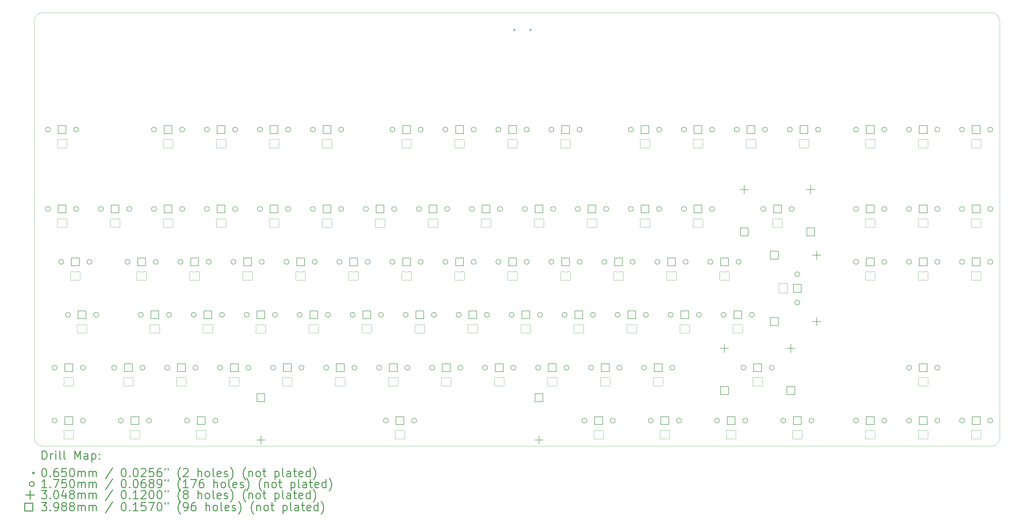
<source format=gbr>
%FSLAX45Y45*%
G04 Gerber Fmt 4.5, Leading zero omitted, Abs format (unit mm)*
G04 Created by KiCad (PCBNEW (5.1.10)-1) date 2021-10-25 12:05:35*
%MOMM*%
%LPD*%
G01*
G04 APERTURE LIST*
%TA.AperFunction,Profile*%
%ADD10C,0.100000*%
%TD*%
%ADD11C,0.200000*%
%ADD12C,0.300000*%
G04 APERTURE END LIST*
D10*
X30751330Y-15998126D02*
G75*
G02*
X30744500Y-15972900I43170J25226D01*
G01*
X30744500Y-15814100D02*
G75*
G02*
X30751330Y-15788874I50000J0D01*
G01*
X30686512Y-15718548D02*
G75*
G02*
X30751370Y-15788826I21688J-45052D01*
G01*
X30686488Y-15718551D02*
G75*
G02*
X30664800Y-15723500I-21688J45052D01*
G01*
X30524200Y-15723500D02*
G75*
G02*
X30502512Y-15718551I0J50000D01*
G01*
X30437630Y-15788826D02*
G75*
G02*
X30502488Y-15718548I43170J25226D01*
G01*
X30437670Y-15788874D02*
G75*
G02*
X30444500Y-15814100I-43170J-25226D01*
G01*
X30444500Y-15972900D02*
G75*
G02*
X30437670Y-15998126I-50000J0D01*
G01*
X30502488Y-16068452D02*
G75*
G02*
X30437630Y-15998174I-21688J45052D01*
G01*
X30502512Y-16068448D02*
G75*
G02*
X30524200Y-16063500I21688J-45052D01*
G01*
X30664800Y-16063500D02*
G75*
G02*
X30686488Y-16068448I0J-50000D01*
G01*
X30751370Y-15998174D02*
G75*
G02*
X30686512Y-16068451I-43170J-25226D01*
G01*
X30744500Y-15814100D02*
X30744500Y-15972900D01*
X30524200Y-15723500D02*
X30664800Y-15723500D01*
X30444500Y-15972900D02*
X30444500Y-15814100D01*
X30664800Y-16063500D02*
X30524200Y-16063500D01*
X8587175Y-10529630D02*
G75*
G02*
X8657451Y-10594488I25226J-43170D01*
G01*
X8652500Y-10616200D02*
G75*
G02*
X8657448Y-10594512I50000J0D01*
G01*
X8657448Y-10778488D02*
G75*
G02*
X8652500Y-10756800I45052J21688D01*
G01*
X8657452Y-10778512D02*
G75*
G02*
X8587174Y-10843370I-45052J-21688D01*
G01*
X8561950Y-10836500D02*
G75*
G02*
X8587176Y-10843330I0J-50000D01*
G01*
X8377824Y-10843330D02*
G75*
G02*
X8403050Y-10836500I25226J-43170D01*
G01*
X8377825Y-10843370D02*
G75*
G02*
X8307548Y-10778512I-25226J43170D01*
G01*
X8312500Y-10756800D02*
G75*
G02*
X8307551Y-10778488I-50000J0D01*
G01*
X8307551Y-10594512D02*
G75*
G02*
X8312500Y-10616200I-45052J-21688D01*
G01*
X8307548Y-10594488D02*
G75*
G02*
X8377826Y-10529630I45052J21688D01*
G01*
X8403050Y-10536500D02*
G75*
G02*
X8377824Y-10529670I0J50000D01*
G01*
X8587176Y-10529670D02*
G75*
G02*
X8561950Y-10536500I-25226J43170D01*
G01*
X8652500Y-10616200D02*
X8652500Y-10756800D01*
X8561950Y-10836500D02*
X8403050Y-10836500D01*
X8312500Y-10756800D02*
X8312500Y-10616200D01*
X8403050Y-10536500D02*
X8561950Y-10536500D01*
X10492175Y-10529630D02*
G75*
G02*
X10562451Y-10594488I25226J-43170D01*
G01*
X10557500Y-10616200D02*
G75*
G02*
X10562448Y-10594512I50000J0D01*
G01*
X10562448Y-10778488D02*
G75*
G02*
X10557500Y-10756800I45052J21688D01*
G01*
X10562452Y-10778512D02*
G75*
G02*
X10492174Y-10843370I-45052J-21688D01*
G01*
X10466900Y-10836500D02*
G75*
G02*
X10492126Y-10843330I0J-50000D01*
G01*
X10282874Y-10843330D02*
G75*
G02*
X10308100Y-10836500I25226J-43170D01*
G01*
X10282826Y-10843370D02*
G75*
G02*
X10212549Y-10778512I-25226J43170D01*
G01*
X10217500Y-10756800D02*
G75*
G02*
X10212552Y-10778488I-50000J0D01*
G01*
X10212552Y-10594512D02*
G75*
G02*
X10217500Y-10616200I-45052J-21688D01*
G01*
X10212549Y-10594488D02*
G75*
G02*
X10282826Y-10529630I45052J21688D01*
G01*
X10308100Y-10536500D02*
G75*
G02*
X10282874Y-10529670I0J50000D01*
G01*
X10492126Y-10529670D02*
G75*
G02*
X10466900Y-10536500I-25226J43170D01*
G01*
X10557500Y-10616200D02*
X10557500Y-10756800D01*
X10466900Y-10836500D02*
X10308100Y-10836500D01*
X10217500Y-10756800D02*
X10217500Y-10616200D01*
X10308100Y-10536500D02*
X10466900Y-10536500D01*
X12397174Y-10529630D02*
G75*
G02*
X12467451Y-10594488I25226J-43170D01*
G01*
X12462500Y-10616200D02*
G75*
G02*
X12467448Y-10594512I50000J0D01*
G01*
X12467448Y-10778488D02*
G75*
G02*
X12462500Y-10756800I45052J21688D01*
G01*
X12467451Y-10778512D02*
G75*
G02*
X12397174Y-10843370I-45052J-21688D01*
G01*
X12371900Y-10836500D02*
G75*
G02*
X12397126Y-10843330I0J-50000D01*
G01*
X12187874Y-10843330D02*
G75*
G02*
X12213100Y-10836500I25226J-43170D01*
G01*
X12187825Y-10843370D02*
G75*
G02*
X12117548Y-10778512I-25226J43170D01*
G01*
X12122500Y-10756800D02*
G75*
G02*
X12117551Y-10778488I-50000J0D01*
G01*
X12117551Y-10594512D02*
G75*
G02*
X12122500Y-10616200I-45052J-21688D01*
G01*
X12117548Y-10594488D02*
G75*
G02*
X12187826Y-10529630I45052J21688D01*
G01*
X12213100Y-10536500D02*
G75*
G02*
X12187874Y-10529670I0J50000D01*
G01*
X12397126Y-10529670D02*
G75*
G02*
X12371900Y-10536500I-25226J43170D01*
G01*
X12462500Y-10616200D02*
X12462500Y-10756800D01*
X12371900Y-10836500D02*
X12213100Y-10836500D01*
X12122500Y-10756800D02*
X12122500Y-10616200D01*
X12213100Y-10536500D02*
X12371900Y-10536500D01*
X14302174Y-10529630D02*
G75*
G02*
X14372451Y-10594488I25226J-43170D01*
G01*
X14367500Y-10616200D02*
G75*
G02*
X14372448Y-10594512I50000J0D01*
G01*
X14372448Y-10778488D02*
G75*
G02*
X14367500Y-10756800I45052J21688D01*
G01*
X14372451Y-10778512D02*
G75*
G02*
X14302174Y-10843370I-45052J-21688D01*
G01*
X14276900Y-10836500D02*
G75*
G02*
X14302126Y-10843330I0J-50000D01*
G01*
X14092874Y-10843330D02*
G75*
G02*
X14118100Y-10836500I25226J-43170D01*
G01*
X14092825Y-10843370D02*
G75*
G02*
X14022548Y-10778512I-25226J43170D01*
G01*
X14027500Y-10756800D02*
G75*
G02*
X14022551Y-10778488I-50000J0D01*
G01*
X14022551Y-10594512D02*
G75*
G02*
X14027500Y-10616200I-45052J-21688D01*
G01*
X14022548Y-10594488D02*
G75*
G02*
X14092826Y-10529630I45052J21688D01*
G01*
X14118100Y-10536500D02*
G75*
G02*
X14092874Y-10529670I0J50000D01*
G01*
X14302126Y-10529670D02*
G75*
G02*
X14276900Y-10536500I-25226J43170D01*
G01*
X14367500Y-10616200D02*
X14367500Y-10756800D01*
X14276900Y-10836500D02*
X14118100Y-10836500D01*
X14027500Y-10756800D02*
X14027500Y-10616200D01*
X14118100Y-10536500D02*
X14276900Y-10536500D01*
X17159675Y-10529630D02*
G75*
G02*
X17229951Y-10594488I25226J-43170D01*
G01*
X17225000Y-10616200D02*
G75*
G02*
X17229948Y-10594512I50000J0D01*
G01*
X17229948Y-10778488D02*
G75*
G02*
X17225000Y-10756800I45052J21688D01*
G01*
X17229952Y-10778512D02*
G75*
G02*
X17159674Y-10843370I-45052J-21688D01*
G01*
X17134400Y-10836500D02*
G75*
G02*
X17159626Y-10843330I0J-50000D01*
G01*
X16950374Y-10843330D02*
G75*
G02*
X16975600Y-10836500I25226J-43170D01*
G01*
X16950326Y-10843370D02*
G75*
G02*
X16880049Y-10778512I-25226J43170D01*
G01*
X16885000Y-10756800D02*
G75*
G02*
X16880052Y-10778488I-50000J0D01*
G01*
X16880052Y-10594512D02*
G75*
G02*
X16885000Y-10616200I-45052J-21688D01*
G01*
X16880049Y-10594488D02*
G75*
G02*
X16950326Y-10529630I45052J21688D01*
G01*
X16975600Y-10536500D02*
G75*
G02*
X16950374Y-10529670I0J50000D01*
G01*
X17159626Y-10529670D02*
G75*
G02*
X17134400Y-10536500I-25226J43170D01*
G01*
X17225000Y-10616200D02*
X17225000Y-10756800D01*
X17134400Y-10836500D02*
X16975600Y-10836500D01*
X16885000Y-10756800D02*
X16885000Y-10616200D01*
X16975600Y-10536500D02*
X17134400Y-10536500D01*
X19064675Y-10529630D02*
G75*
G02*
X19134951Y-10594488I25226J-43170D01*
G01*
X19130000Y-10616200D02*
G75*
G02*
X19134948Y-10594512I50000J0D01*
G01*
X19134948Y-10778488D02*
G75*
G02*
X19130000Y-10756800I45052J21688D01*
G01*
X19134952Y-10778512D02*
G75*
G02*
X19064674Y-10843370I-45052J-21688D01*
G01*
X19039400Y-10836500D02*
G75*
G02*
X19064626Y-10843330I0J-50000D01*
G01*
X18855374Y-10843330D02*
G75*
G02*
X18880600Y-10836500I25226J-43170D01*
G01*
X18855326Y-10843370D02*
G75*
G02*
X18785049Y-10778512I-25226J43170D01*
G01*
X18790000Y-10756800D02*
G75*
G02*
X18785052Y-10778488I-50000J0D01*
G01*
X18785052Y-10594512D02*
G75*
G02*
X18790000Y-10616200I-45052J-21688D01*
G01*
X18785049Y-10594488D02*
G75*
G02*
X18855326Y-10529630I45052J21688D01*
G01*
X18880600Y-10536500D02*
G75*
G02*
X18855374Y-10529670I0J50000D01*
G01*
X19064626Y-10529670D02*
G75*
G02*
X19039400Y-10536500I-25226J43170D01*
G01*
X19130000Y-10616200D02*
X19130000Y-10756800D01*
X19039400Y-10836500D02*
X18880600Y-10836500D01*
X18790000Y-10756800D02*
X18790000Y-10616200D01*
X18880600Y-10536500D02*
X19039400Y-10536500D01*
X20969675Y-10529630D02*
G75*
G02*
X21039951Y-10594488I25226J-43170D01*
G01*
X21035000Y-10616200D02*
G75*
G02*
X21039948Y-10594512I50000J0D01*
G01*
X21039948Y-10778488D02*
G75*
G02*
X21035000Y-10756800I45052J21688D01*
G01*
X21039952Y-10778512D02*
G75*
G02*
X20969674Y-10843370I-45052J-21688D01*
G01*
X20944400Y-10836500D02*
G75*
G02*
X20969626Y-10843330I0J-50000D01*
G01*
X20760374Y-10843330D02*
G75*
G02*
X20785600Y-10836500I25226J-43170D01*
G01*
X20760326Y-10843370D02*
G75*
G02*
X20690049Y-10778512I-25226J43170D01*
G01*
X20695000Y-10756800D02*
G75*
G02*
X20690052Y-10778488I-50000J0D01*
G01*
X20690052Y-10594512D02*
G75*
G02*
X20695000Y-10616200I-45052J-21688D01*
G01*
X20690049Y-10594488D02*
G75*
G02*
X20760326Y-10529630I45052J21688D01*
G01*
X20785600Y-10536500D02*
G75*
G02*
X20760374Y-10529670I0J50000D01*
G01*
X20969626Y-10529670D02*
G75*
G02*
X20944400Y-10536500I-25226J43170D01*
G01*
X21035000Y-10616200D02*
X21035000Y-10756800D01*
X20944400Y-10836500D02*
X20785600Y-10836500D01*
X20695000Y-10756800D02*
X20695000Y-10616200D01*
X20785600Y-10536500D02*
X20944400Y-10536500D01*
X22874674Y-10529630D02*
G75*
G02*
X22944951Y-10594488I25226J-43170D01*
G01*
X22940000Y-10616200D02*
G75*
G02*
X22944948Y-10594512I50000J0D01*
G01*
X22944948Y-10778488D02*
G75*
G02*
X22940000Y-10756800I45052J21688D01*
G01*
X22944951Y-10778512D02*
G75*
G02*
X22874674Y-10843370I-45052J-21688D01*
G01*
X22849400Y-10836500D02*
G75*
G02*
X22874626Y-10843330I0J-50000D01*
G01*
X22665374Y-10843330D02*
G75*
G02*
X22690600Y-10836500I25226J-43170D01*
G01*
X22665325Y-10843370D02*
G75*
G02*
X22595048Y-10778512I-25226J43170D01*
G01*
X22600000Y-10756800D02*
G75*
G02*
X22595051Y-10778488I-50000J0D01*
G01*
X22595051Y-10594512D02*
G75*
G02*
X22600000Y-10616200I-45052J-21688D01*
G01*
X22595048Y-10594488D02*
G75*
G02*
X22665326Y-10529630I45052J21688D01*
G01*
X22690600Y-10536500D02*
G75*
G02*
X22665374Y-10529670I0J50000D01*
G01*
X22874626Y-10529670D02*
G75*
G02*
X22849400Y-10536500I-25226J43170D01*
G01*
X22940000Y-10616200D02*
X22940000Y-10756800D01*
X22849400Y-10836500D02*
X22690600Y-10836500D01*
X22600000Y-10756800D02*
X22600000Y-10616200D01*
X22690600Y-10536500D02*
X22849400Y-10536500D01*
X25732174Y-10529630D02*
G75*
G02*
X25802451Y-10594488I25226J-43170D01*
G01*
X25797500Y-10616200D02*
G75*
G02*
X25802448Y-10594512I50000J0D01*
G01*
X25802448Y-10778488D02*
G75*
G02*
X25797500Y-10756800I45052J21688D01*
G01*
X25802451Y-10778512D02*
G75*
G02*
X25732174Y-10843370I-45052J-21688D01*
G01*
X25706900Y-10836500D02*
G75*
G02*
X25732126Y-10843330I0J-50000D01*
G01*
X25522874Y-10843330D02*
G75*
G02*
X25548100Y-10836500I25226J-43170D01*
G01*
X25522825Y-10843370D02*
G75*
G02*
X25452548Y-10778512I-25226J43170D01*
G01*
X25457500Y-10756800D02*
G75*
G02*
X25452551Y-10778488I-50000J0D01*
G01*
X25452551Y-10594512D02*
G75*
G02*
X25457500Y-10616200I-45052J-21688D01*
G01*
X25452548Y-10594488D02*
G75*
G02*
X25522826Y-10529630I45052J21688D01*
G01*
X25548100Y-10536500D02*
G75*
G02*
X25522874Y-10529670I0J50000D01*
G01*
X25732126Y-10529670D02*
G75*
G02*
X25706900Y-10536500I-25226J43170D01*
G01*
X25797500Y-10616200D02*
X25797500Y-10756800D01*
X25706900Y-10836500D02*
X25548100Y-10836500D01*
X25457500Y-10756800D02*
X25457500Y-10616200D01*
X25548100Y-10536500D02*
X25706900Y-10536500D01*
X27637174Y-10529630D02*
G75*
G02*
X27707451Y-10594488I25226J-43170D01*
G01*
X27702500Y-10616200D02*
G75*
G02*
X27707448Y-10594512I50000J0D01*
G01*
X27707448Y-10778488D02*
G75*
G02*
X27702500Y-10756800I45052J21688D01*
G01*
X27707451Y-10778512D02*
G75*
G02*
X27637174Y-10843370I-45052J-21688D01*
G01*
X27611900Y-10836500D02*
G75*
G02*
X27637126Y-10843330I0J-50000D01*
G01*
X27427874Y-10843330D02*
G75*
G02*
X27453100Y-10836500I25226J-43170D01*
G01*
X27427825Y-10843370D02*
G75*
G02*
X27357548Y-10778512I-25226J43170D01*
G01*
X27362500Y-10756800D02*
G75*
G02*
X27357551Y-10778488I-50000J0D01*
G01*
X27357551Y-10594512D02*
G75*
G02*
X27362500Y-10616200I-45052J-21688D01*
G01*
X27357548Y-10594488D02*
G75*
G02*
X27427826Y-10529630I45052J21688D01*
G01*
X27453100Y-10536500D02*
G75*
G02*
X27427874Y-10529670I0J50000D01*
G01*
X27637126Y-10529670D02*
G75*
G02*
X27611900Y-10536500I-25226J43170D01*
G01*
X27702500Y-10616200D02*
X27702500Y-10756800D01*
X27611900Y-10836500D02*
X27453100Y-10836500D01*
X27362500Y-10756800D02*
X27362500Y-10616200D01*
X27453100Y-10536500D02*
X27611900Y-10536500D01*
X29542174Y-10529630D02*
G75*
G02*
X29612451Y-10594488I25226J-43170D01*
G01*
X29607500Y-10616200D02*
G75*
G02*
X29612448Y-10594512I50000J0D01*
G01*
X29612448Y-10778488D02*
G75*
G02*
X29607500Y-10756800I45052J21688D01*
G01*
X29612451Y-10778512D02*
G75*
G02*
X29542174Y-10843370I-45052J-21688D01*
G01*
X29516900Y-10836500D02*
G75*
G02*
X29542126Y-10843330I0J-50000D01*
G01*
X29332874Y-10843330D02*
G75*
G02*
X29358100Y-10836500I25226J-43170D01*
G01*
X29332825Y-10843370D02*
G75*
G02*
X29262548Y-10778512I-25226J43170D01*
G01*
X29267500Y-10756800D02*
G75*
G02*
X29262551Y-10778488I-50000J0D01*
G01*
X29262551Y-10594512D02*
G75*
G02*
X29267500Y-10616200I-45052J-21688D01*
G01*
X29262548Y-10594488D02*
G75*
G02*
X29332826Y-10529630I45052J21688D01*
G01*
X29358100Y-10536500D02*
G75*
G02*
X29332874Y-10529670I0J50000D01*
G01*
X29542126Y-10529670D02*
G75*
G02*
X29516900Y-10536500I-25226J43170D01*
G01*
X29607500Y-10616200D02*
X29607500Y-10756800D01*
X29516900Y-10836500D02*
X29358100Y-10836500D01*
X29267500Y-10756800D02*
X29267500Y-10616200D01*
X29358100Y-10536500D02*
X29516900Y-10536500D01*
X31447174Y-10529630D02*
G75*
G02*
X31517451Y-10594488I25226J-43170D01*
G01*
X31512500Y-10616200D02*
G75*
G02*
X31517448Y-10594512I50000J0D01*
G01*
X31517448Y-10778488D02*
G75*
G02*
X31512500Y-10756800I45052J21688D01*
G01*
X31517451Y-10778512D02*
G75*
G02*
X31447174Y-10843370I-45052J-21688D01*
G01*
X31421900Y-10836500D02*
G75*
G02*
X31447126Y-10843330I0J-50000D01*
G01*
X31237874Y-10843330D02*
G75*
G02*
X31263100Y-10836500I25226J-43170D01*
G01*
X31237825Y-10843370D02*
G75*
G02*
X31167548Y-10778512I-25226J43170D01*
G01*
X31172500Y-10756800D02*
G75*
G02*
X31167551Y-10778488I-50000J0D01*
G01*
X31167551Y-10594512D02*
G75*
G02*
X31172500Y-10616200I-45052J-21688D01*
G01*
X31167548Y-10594488D02*
G75*
G02*
X31237826Y-10529630I45052J21688D01*
G01*
X31263100Y-10536500D02*
G75*
G02*
X31237874Y-10529670I0J50000D01*
G01*
X31447126Y-10529670D02*
G75*
G02*
X31421900Y-10536500I-25226J43170D01*
G01*
X31512500Y-10616200D02*
X31512500Y-10756800D01*
X31421900Y-10836500D02*
X31263100Y-10836500D01*
X31172500Y-10756800D02*
X31172500Y-10616200D01*
X31263100Y-10536500D02*
X31421900Y-10536500D01*
X33828375Y-10529630D02*
G75*
G02*
X33898651Y-10594488I25226J-43170D01*
G01*
X33893700Y-10616200D02*
G75*
G02*
X33898648Y-10594512I50000J0D01*
G01*
X33898648Y-10778488D02*
G75*
G02*
X33893700Y-10756800I45052J21688D01*
G01*
X33898652Y-10778512D02*
G75*
G02*
X33828374Y-10843370I-45052J-21688D01*
G01*
X33803200Y-10836500D02*
G75*
G02*
X33828426Y-10843330I0J-50000D01*
G01*
X33619074Y-10843330D02*
G75*
G02*
X33644300Y-10836500I25226J-43170D01*
G01*
X33619126Y-10843370D02*
G75*
G02*
X33548848Y-10778512I-25226J43170D01*
G01*
X33553800Y-10756800D02*
G75*
G02*
X33548851Y-10778488I-50000J0D01*
G01*
X33548851Y-10594512D02*
G75*
G02*
X33553800Y-10616200I-45052J-21688D01*
G01*
X33548848Y-10594488D02*
G75*
G02*
X33619126Y-10529630I45052J21688D01*
G01*
X33644300Y-10536500D02*
G75*
G02*
X33619074Y-10529670I0J50000D01*
G01*
X33828426Y-10529670D02*
G75*
G02*
X33803200Y-10536500I-25226J43170D01*
G01*
X33893700Y-10616200D02*
X33893700Y-10756800D01*
X33803200Y-10836500D02*
X33644300Y-10836500D01*
X33553800Y-10756800D02*
X33553800Y-10616200D01*
X33644300Y-10536500D02*
X33803200Y-10536500D01*
X35733375Y-10529630D02*
G75*
G02*
X35803651Y-10594488I25226J-43170D01*
G01*
X35798700Y-10616200D02*
G75*
G02*
X35803648Y-10594512I50000J0D01*
G01*
X35803648Y-10778488D02*
G75*
G02*
X35798700Y-10756800I45052J21688D01*
G01*
X35803652Y-10778512D02*
G75*
G02*
X35733374Y-10843370I-45052J-21688D01*
G01*
X35708200Y-10836500D02*
G75*
G02*
X35733426Y-10843330I0J-50000D01*
G01*
X35524074Y-10843330D02*
G75*
G02*
X35549300Y-10836500I25226J-43170D01*
G01*
X35524126Y-10843370D02*
G75*
G02*
X35453849Y-10778512I-25226J43170D01*
G01*
X35458800Y-10756800D02*
G75*
G02*
X35453852Y-10778488I-50000J0D01*
G01*
X35453852Y-10594512D02*
G75*
G02*
X35458800Y-10616200I-45052J-21688D01*
G01*
X35453849Y-10594488D02*
G75*
G02*
X35524126Y-10529630I45052J21688D01*
G01*
X35549300Y-10536500D02*
G75*
G02*
X35524074Y-10529670I0J50000D01*
G01*
X35733426Y-10529670D02*
G75*
G02*
X35708200Y-10536500I-25226J43170D01*
G01*
X35798700Y-10616200D02*
X35798700Y-10756800D01*
X35708200Y-10836500D02*
X35549300Y-10836500D01*
X35458800Y-10756800D02*
X35458800Y-10616200D01*
X35549300Y-10536500D02*
X35708200Y-10536500D01*
X37638375Y-10529630D02*
G75*
G02*
X37708651Y-10594488I25226J-43170D01*
G01*
X37703700Y-10616200D02*
G75*
G02*
X37708648Y-10594512I50000J0D01*
G01*
X37708648Y-10778488D02*
G75*
G02*
X37703700Y-10756800I45052J21688D01*
G01*
X37708652Y-10778512D02*
G75*
G02*
X37638374Y-10843370I-45052J-21688D01*
G01*
X37613200Y-10836500D02*
G75*
G02*
X37638426Y-10843330I0J-50000D01*
G01*
X37429074Y-10843330D02*
G75*
G02*
X37454300Y-10836500I25226J-43170D01*
G01*
X37429126Y-10843370D02*
G75*
G02*
X37358849Y-10778512I-25226J43170D01*
G01*
X37363800Y-10756800D02*
G75*
G02*
X37358852Y-10778488I-50000J0D01*
G01*
X37358852Y-10594512D02*
G75*
G02*
X37363800Y-10616200I-45052J-21688D01*
G01*
X37358849Y-10594488D02*
G75*
G02*
X37429126Y-10529630I45052J21688D01*
G01*
X37454300Y-10536500D02*
G75*
G02*
X37429074Y-10529670I0J50000D01*
G01*
X37638426Y-10529670D02*
G75*
G02*
X37613200Y-10536500I-25226J43170D01*
G01*
X37703700Y-10616200D02*
X37703700Y-10756800D01*
X37613200Y-10836500D02*
X37454300Y-10836500D01*
X37363800Y-10756800D02*
X37363800Y-10616200D01*
X37454300Y-10536500D02*
X37613200Y-10536500D01*
X4777175Y-13387130D02*
G75*
G02*
X4847451Y-13451988I25226J-43170D01*
G01*
X4842500Y-13473700D02*
G75*
G02*
X4847448Y-13452012I50000J0D01*
G01*
X4847448Y-13635988D02*
G75*
G02*
X4842500Y-13614300I45052J21688D01*
G01*
X4847452Y-13636012D02*
G75*
G02*
X4777174Y-13700870I-45052J-21688D01*
G01*
X4751950Y-13694000D02*
G75*
G02*
X4777176Y-13700830I0J-50000D01*
G01*
X4567824Y-13700830D02*
G75*
G02*
X4593050Y-13694000I25226J-43170D01*
G01*
X4567826Y-13700870D02*
G75*
G02*
X4497549Y-13636012I-25226J43170D01*
G01*
X4502500Y-13614300D02*
G75*
G02*
X4497552Y-13635988I-50000J0D01*
G01*
X4497552Y-13452012D02*
G75*
G02*
X4502500Y-13473700I-45052J-21688D01*
G01*
X4497549Y-13451988D02*
G75*
G02*
X4567826Y-13387130I45052J21688D01*
G01*
X4593050Y-13394000D02*
G75*
G02*
X4567824Y-13387170I0J50000D01*
G01*
X4777176Y-13387170D02*
G75*
G02*
X4751950Y-13394000I-25226J43170D01*
G01*
X4842500Y-13473700D02*
X4842500Y-13614300D01*
X4751950Y-13694000D02*
X4593050Y-13694000D01*
X4502500Y-13614300D02*
X4502500Y-13473700D01*
X4593050Y-13394000D02*
X4751950Y-13394000D01*
X6682174Y-13387130D02*
G75*
G02*
X6752451Y-13451988I25226J-43170D01*
G01*
X6747500Y-13473700D02*
G75*
G02*
X6752448Y-13452012I50000J0D01*
G01*
X6752448Y-13635988D02*
G75*
G02*
X6747500Y-13614300I45052J21688D01*
G01*
X6752451Y-13636012D02*
G75*
G02*
X6682174Y-13700870I-45052J-21688D01*
G01*
X6656950Y-13694000D02*
G75*
G02*
X6682176Y-13700830I0J-50000D01*
G01*
X6472824Y-13700830D02*
G75*
G02*
X6498050Y-13694000I25226J-43170D01*
G01*
X6472825Y-13700870D02*
G75*
G02*
X6402548Y-13636012I-25226J43170D01*
G01*
X6407500Y-13614300D02*
G75*
G02*
X6402551Y-13635988I-50000J0D01*
G01*
X6402551Y-13452012D02*
G75*
G02*
X6407500Y-13473700I-45052J-21688D01*
G01*
X6402548Y-13451988D02*
G75*
G02*
X6472826Y-13387130I45052J21688D01*
G01*
X6498050Y-13394000D02*
G75*
G02*
X6472824Y-13387170I0J50000D01*
G01*
X6682176Y-13387170D02*
G75*
G02*
X6656950Y-13394000I-25226J43170D01*
G01*
X6747500Y-13473700D02*
X6747500Y-13614300D01*
X6656950Y-13694000D02*
X6498050Y-13694000D01*
X6407500Y-13614300D02*
X6407500Y-13473700D01*
X6498050Y-13394000D02*
X6656950Y-13394000D01*
X8587175Y-13387130D02*
G75*
G02*
X8657451Y-13451988I25226J-43170D01*
G01*
X8652500Y-13473700D02*
G75*
G02*
X8657448Y-13452012I50000J0D01*
G01*
X8657448Y-13635988D02*
G75*
G02*
X8652500Y-13614300I45052J21688D01*
G01*
X8657452Y-13636012D02*
G75*
G02*
X8587174Y-13700870I-45052J-21688D01*
G01*
X8561950Y-13694000D02*
G75*
G02*
X8587176Y-13700830I0J-50000D01*
G01*
X8377824Y-13700830D02*
G75*
G02*
X8403050Y-13694000I25226J-43170D01*
G01*
X8377825Y-13700870D02*
G75*
G02*
X8307548Y-13636012I-25226J43170D01*
G01*
X8312500Y-13614300D02*
G75*
G02*
X8307551Y-13635988I-50000J0D01*
G01*
X8307551Y-13452012D02*
G75*
G02*
X8312500Y-13473700I-45052J-21688D01*
G01*
X8307548Y-13451988D02*
G75*
G02*
X8377826Y-13387130I45052J21688D01*
G01*
X8403050Y-13394000D02*
G75*
G02*
X8377824Y-13387170I0J50000D01*
G01*
X8587176Y-13387170D02*
G75*
G02*
X8561950Y-13394000I-25226J43170D01*
G01*
X8652500Y-13473700D02*
X8652500Y-13614300D01*
X8561950Y-13694000D02*
X8403050Y-13694000D01*
X8312500Y-13614300D02*
X8312500Y-13473700D01*
X8403050Y-13394000D02*
X8561950Y-13394000D01*
X10492175Y-13387130D02*
G75*
G02*
X10562451Y-13451988I25226J-43170D01*
G01*
X10557500Y-13473700D02*
G75*
G02*
X10562448Y-13452012I50000J0D01*
G01*
X10562448Y-13635988D02*
G75*
G02*
X10557500Y-13614300I45052J21688D01*
G01*
X10562452Y-13636012D02*
G75*
G02*
X10492174Y-13700870I-45052J-21688D01*
G01*
X10466900Y-13694000D02*
G75*
G02*
X10492126Y-13700830I0J-50000D01*
G01*
X10282874Y-13700830D02*
G75*
G02*
X10308100Y-13694000I25226J-43170D01*
G01*
X10282826Y-13700870D02*
G75*
G02*
X10212549Y-13636012I-25226J43170D01*
G01*
X10217500Y-13614300D02*
G75*
G02*
X10212552Y-13635988I-50000J0D01*
G01*
X10212552Y-13452012D02*
G75*
G02*
X10217500Y-13473700I-45052J-21688D01*
G01*
X10212549Y-13451988D02*
G75*
G02*
X10282826Y-13387130I45052J21688D01*
G01*
X10308100Y-13394000D02*
G75*
G02*
X10282874Y-13387170I0J50000D01*
G01*
X10492126Y-13387170D02*
G75*
G02*
X10466900Y-13394000I-25226J43170D01*
G01*
X10557500Y-13473700D02*
X10557500Y-13614300D01*
X10466900Y-13694000D02*
X10308100Y-13694000D01*
X10217500Y-13614300D02*
X10217500Y-13473700D01*
X10308100Y-13394000D02*
X10466900Y-13394000D01*
X12397174Y-13387130D02*
G75*
G02*
X12467451Y-13451988I25226J-43170D01*
G01*
X12462500Y-13473700D02*
G75*
G02*
X12467448Y-13452012I50000J0D01*
G01*
X12467448Y-13635988D02*
G75*
G02*
X12462500Y-13614300I45052J21688D01*
G01*
X12467451Y-13636012D02*
G75*
G02*
X12397174Y-13700870I-45052J-21688D01*
G01*
X12371900Y-13694000D02*
G75*
G02*
X12397126Y-13700830I0J-50000D01*
G01*
X12187874Y-13700830D02*
G75*
G02*
X12213100Y-13694000I25226J-43170D01*
G01*
X12187825Y-13700870D02*
G75*
G02*
X12117548Y-13636012I-25226J43170D01*
G01*
X12122500Y-13614300D02*
G75*
G02*
X12117551Y-13635988I-50000J0D01*
G01*
X12117551Y-13452012D02*
G75*
G02*
X12122500Y-13473700I-45052J-21688D01*
G01*
X12117548Y-13451988D02*
G75*
G02*
X12187826Y-13387130I45052J21688D01*
G01*
X12213100Y-13394000D02*
G75*
G02*
X12187874Y-13387170I0J50000D01*
G01*
X12397126Y-13387170D02*
G75*
G02*
X12371900Y-13394000I-25226J43170D01*
G01*
X12462500Y-13473700D02*
X12462500Y-13614300D01*
X12371900Y-13694000D02*
X12213100Y-13694000D01*
X12122500Y-13614300D02*
X12122500Y-13473700D01*
X12213100Y-13394000D02*
X12371900Y-13394000D01*
X14302174Y-13387130D02*
G75*
G02*
X14372451Y-13451988I25226J-43170D01*
G01*
X14367500Y-13473700D02*
G75*
G02*
X14372448Y-13452012I50000J0D01*
G01*
X14372448Y-13635988D02*
G75*
G02*
X14367500Y-13614300I45052J21688D01*
G01*
X14372451Y-13636012D02*
G75*
G02*
X14302174Y-13700870I-45052J-21688D01*
G01*
X14276900Y-13694000D02*
G75*
G02*
X14302126Y-13700830I0J-50000D01*
G01*
X14092874Y-13700830D02*
G75*
G02*
X14118100Y-13694000I25226J-43170D01*
G01*
X14092825Y-13700870D02*
G75*
G02*
X14022548Y-13636012I-25226J43170D01*
G01*
X14027500Y-13614300D02*
G75*
G02*
X14022551Y-13635988I-50000J0D01*
G01*
X14022551Y-13452012D02*
G75*
G02*
X14027500Y-13473700I-45052J-21688D01*
G01*
X14022548Y-13451988D02*
G75*
G02*
X14092826Y-13387130I45052J21688D01*
G01*
X14118100Y-13394000D02*
G75*
G02*
X14092874Y-13387170I0J50000D01*
G01*
X14302126Y-13387170D02*
G75*
G02*
X14276900Y-13394000I-25226J43170D01*
G01*
X14367500Y-13473700D02*
X14367500Y-13614300D01*
X14276900Y-13694000D02*
X14118100Y-13694000D01*
X14027500Y-13614300D02*
X14027500Y-13473700D01*
X14118100Y-13394000D02*
X14276900Y-13394000D01*
X16207174Y-13387130D02*
G75*
G02*
X16277451Y-13451988I25226J-43170D01*
G01*
X16272500Y-13473700D02*
G75*
G02*
X16277448Y-13452012I50000J0D01*
G01*
X16277448Y-13635988D02*
G75*
G02*
X16272500Y-13614300I45052J21688D01*
G01*
X16277451Y-13636012D02*
G75*
G02*
X16207174Y-13700870I-45052J-21688D01*
G01*
X16181900Y-13694000D02*
G75*
G02*
X16207126Y-13700830I0J-50000D01*
G01*
X15997874Y-13700830D02*
G75*
G02*
X16023100Y-13694000I25226J-43170D01*
G01*
X15997825Y-13700870D02*
G75*
G02*
X15927548Y-13636012I-25226J43170D01*
G01*
X15932500Y-13614300D02*
G75*
G02*
X15927551Y-13635988I-50000J0D01*
G01*
X15927551Y-13452012D02*
G75*
G02*
X15932500Y-13473700I-45052J-21688D01*
G01*
X15927548Y-13451988D02*
G75*
G02*
X15997826Y-13387130I45052J21688D01*
G01*
X16023100Y-13394000D02*
G75*
G02*
X15997874Y-13387170I0J50000D01*
G01*
X16207126Y-13387170D02*
G75*
G02*
X16181900Y-13394000I-25226J43170D01*
G01*
X16272500Y-13473700D02*
X16272500Y-13614300D01*
X16181900Y-13694000D02*
X16023100Y-13694000D01*
X15932500Y-13614300D02*
X15932500Y-13473700D01*
X16023100Y-13394000D02*
X16181900Y-13394000D01*
X18112175Y-13387130D02*
G75*
G02*
X18182451Y-13451988I25226J-43170D01*
G01*
X18177500Y-13473700D02*
G75*
G02*
X18182448Y-13452012I50000J0D01*
G01*
X18182448Y-13635988D02*
G75*
G02*
X18177500Y-13614300I45052J21688D01*
G01*
X18182452Y-13636012D02*
G75*
G02*
X18112174Y-13700870I-45052J-21688D01*
G01*
X18086900Y-13694000D02*
G75*
G02*
X18112126Y-13700830I0J-50000D01*
G01*
X17902874Y-13700830D02*
G75*
G02*
X17928100Y-13694000I25226J-43170D01*
G01*
X17902826Y-13700870D02*
G75*
G02*
X17832549Y-13636012I-25226J43170D01*
G01*
X17837500Y-13614300D02*
G75*
G02*
X17832552Y-13635988I-50000J0D01*
G01*
X17832552Y-13452012D02*
G75*
G02*
X17837500Y-13473700I-45052J-21688D01*
G01*
X17832549Y-13451988D02*
G75*
G02*
X17902826Y-13387130I45052J21688D01*
G01*
X17928100Y-13394000D02*
G75*
G02*
X17902874Y-13387170I0J50000D01*
G01*
X18112126Y-13387170D02*
G75*
G02*
X18086900Y-13394000I-25226J43170D01*
G01*
X18177500Y-13473700D02*
X18177500Y-13614300D01*
X18086900Y-13694000D02*
X17928100Y-13694000D01*
X17837500Y-13614300D02*
X17837500Y-13473700D01*
X17928100Y-13394000D02*
X18086900Y-13394000D01*
X20017175Y-13387130D02*
G75*
G02*
X20087451Y-13451988I25226J-43170D01*
G01*
X20082500Y-13473700D02*
G75*
G02*
X20087448Y-13452012I50000J0D01*
G01*
X20087448Y-13635988D02*
G75*
G02*
X20082500Y-13614300I45052J21688D01*
G01*
X20087452Y-13636012D02*
G75*
G02*
X20017174Y-13700870I-45052J-21688D01*
G01*
X19991900Y-13694000D02*
G75*
G02*
X20017126Y-13700830I0J-50000D01*
G01*
X19807874Y-13700830D02*
G75*
G02*
X19833100Y-13694000I25226J-43170D01*
G01*
X19807826Y-13700870D02*
G75*
G02*
X19737549Y-13636012I-25226J43170D01*
G01*
X19742500Y-13614300D02*
G75*
G02*
X19737552Y-13635988I-50000J0D01*
G01*
X19737552Y-13452012D02*
G75*
G02*
X19742500Y-13473700I-45052J-21688D01*
G01*
X19737549Y-13451988D02*
G75*
G02*
X19807826Y-13387130I45052J21688D01*
G01*
X19833100Y-13394000D02*
G75*
G02*
X19807874Y-13387170I0J50000D01*
G01*
X20017126Y-13387170D02*
G75*
G02*
X19991900Y-13394000I-25226J43170D01*
G01*
X20082500Y-13473700D02*
X20082500Y-13614300D01*
X19991900Y-13694000D02*
X19833100Y-13694000D01*
X19742500Y-13614300D02*
X19742500Y-13473700D01*
X19833100Y-13394000D02*
X19991900Y-13394000D01*
X21922175Y-13387130D02*
G75*
G02*
X21992451Y-13451988I25226J-43170D01*
G01*
X21987500Y-13473700D02*
G75*
G02*
X21992448Y-13452012I50000J0D01*
G01*
X21992448Y-13635988D02*
G75*
G02*
X21987500Y-13614300I45052J21688D01*
G01*
X21992452Y-13636012D02*
G75*
G02*
X21922174Y-13700870I-45052J-21688D01*
G01*
X21896900Y-13694000D02*
G75*
G02*
X21922126Y-13700830I0J-50000D01*
G01*
X21712874Y-13700830D02*
G75*
G02*
X21738100Y-13694000I25226J-43170D01*
G01*
X21712826Y-13700870D02*
G75*
G02*
X21642549Y-13636012I-25226J43170D01*
G01*
X21647500Y-13614300D02*
G75*
G02*
X21642552Y-13635988I-50000J0D01*
G01*
X21642552Y-13452012D02*
G75*
G02*
X21647500Y-13473700I-45052J-21688D01*
G01*
X21642549Y-13451988D02*
G75*
G02*
X21712826Y-13387130I45052J21688D01*
G01*
X21738100Y-13394000D02*
G75*
G02*
X21712874Y-13387170I0J50000D01*
G01*
X21922126Y-13387170D02*
G75*
G02*
X21896900Y-13394000I-25226J43170D01*
G01*
X21987500Y-13473700D02*
X21987500Y-13614300D01*
X21896900Y-13694000D02*
X21738100Y-13694000D01*
X21647500Y-13614300D02*
X21647500Y-13473700D01*
X21738100Y-13394000D02*
X21896900Y-13394000D01*
X23827174Y-13387130D02*
G75*
G02*
X23897451Y-13451988I25226J-43170D01*
G01*
X23892500Y-13473700D02*
G75*
G02*
X23897448Y-13452012I50000J0D01*
G01*
X23897448Y-13635988D02*
G75*
G02*
X23892500Y-13614300I45052J21688D01*
G01*
X23897451Y-13636012D02*
G75*
G02*
X23827174Y-13700870I-45052J-21688D01*
G01*
X23801900Y-13694000D02*
G75*
G02*
X23827126Y-13700830I0J-50000D01*
G01*
X23617874Y-13700830D02*
G75*
G02*
X23643100Y-13694000I25226J-43170D01*
G01*
X23617825Y-13700870D02*
G75*
G02*
X23547548Y-13636012I-25226J43170D01*
G01*
X23552500Y-13614300D02*
G75*
G02*
X23547551Y-13635988I-50000J0D01*
G01*
X23547551Y-13452012D02*
G75*
G02*
X23552500Y-13473700I-45052J-21688D01*
G01*
X23547548Y-13451988D02*
G75*
G02*
X23617826Y-13387130I45052J21688D01*
G01*
X23643100Y-13394000D02*
G75*
G02*
X23617874Y-13387170I0J50000D01*
G01*
X23827126Y-13387170D02*
G75*
G02*
X23801900Y-13394000I-25226J43170D01*
G01*
X23892500Y-13473700D02*
X23892500Y-13614300D01*
X23801900Y-13694000D02*
X23643100Y-13694000D01*
X23552500Y-13614300D02*
X23552500Y-13473700D01*
X23643100Y-13394000D02*
X23801900Y-13394000D01*
X25732174Y-13387130D02*
G75*
G02*
X25802451Y-13451988I25226J-43170D01*
G01*
X25797500Y-13473700D02*
G75*
G02*
X25802448Y-13452012I50000J0D01*
G01*
X25802448Y-13635988D02*
G75*
G02*
X25797500Y-13614300I45052J21688D01*
G01*
X25802451Y-13636012D02*
G75*
G02*
X25732174Y-13700870I-45052J-21688D01*
G01*
X25706900Y-13694000D02*
G75*
G02*
X25732126Y-13700830I0J-50000D01*
G01*
X25522874Y-13700830D02*
G75*
G02*
X25548100Y-13694000I25226J-43170D01*
G01*
X25522825Y-13700870D02*
G75*
G02*
X25452548Y-13636012I-25226J43170D01*
G01*
X25457500Y-13614300D02*
G75*
G02*
X25452551Y-13635988I-50000J0D01*
G01*
X25452551Y-13452012D02*
G75*
G02*
X25457500Y-13473700I-45052J-21688D01*
G01*
X25452548Y-13451988D02*
G75*
G02*
X25522826Y-13387130I45052J21688D01*
G01*
X25548100Y-13394000D02*
G75*
G02*
X25522874Y-13387170I0J50000D01*
G01*
X25732126Y-13387170D02*
G75*
G02*
X25706900Y-13394000I-25226J43170D01*
G01*
X25797500Y-13473700D02*
X25797500Y-13614300D01*
X25706900Y-13694000D02*
X25548100Y-13694000D01*
X25457500Y-13614300D02*
X25457500Y-13473700D01*
X25548100Y-13394000D02*
X25706900Y-13394000D01*
X27637174Y-13387130D02*
G75*
G02*
X27707451Y-13451988I25226J-43170D01*
G01*
X27702500Y-13473700D02*
G75*
G02*
X27707448Y-13452012I50000J0D01*
G01*
X27707448Y-13635988D02*
G75*
G02*
X27702500Y-13614300I45052J21688D01*
G01*
X27707451Y-13636012D02*
G75*
G02*
X27637174Y-13700870I-45052J-21688D01*
G01*
X27611900Y-13694000D02*
G75*
G02*
X27637126Y-13700830I0J-50000D01*
G01*
X27427874Y-13700830D02*
G75*
G02*
X27453100Y-13694000I25226J-43170D01*
G01*
X27427825Y-13700870D02*
G75*
G02*
X27357548Y-13636012I-25226J43170D01*
G01*
X27362500Y-13614300D02*
G75*
G02*
X27357551Y-13635988I-50000J0D01*
G01*
X27357551Y-13452012D02*
G75*
G02*
X27362500Y-13473700I-45052J-21688D01*
G01*
X27357548Y-13451988D02*
G75*
G02*
X27427826Y-13387130I45052J21688D01*
G01*
X27453100Y-13394000D02*
G75*
G02*
X27427874Y-13387170I0J50000D01*
G01*
X27637126Y-13387170D02*
G75*
G02*
X27611900Y-13394000I-25226J43170D01*
G01*
X27702500Y-13473700D02*
X27702500Y-13614300D01*
X27611900Y-13694000D02*
X27453100Y-13694000D01*
X27362500Y-13614300D02*
X27362500Y-13473700D01*
X27453100Y-13394000D02*
X27611900Y-13394000D01*
X30494674Y-13387130D02*
G75*
G02*
X30564951Y-13451988I25226J-43170D01*
G01*
X30560000Y-13473700D02*
G75*
G02*
X30564948Y-13452012I50000J0D01*
G01*
X30564948Y-13635988D02*
G75*
G02*
X30560000Y-13614300I45052J21688D01*
G01*
X30564951Y-13636012D02*
G75*
G02*
X30494674Y-13700870I-45052J-21688D01*
G01*
X30469400Y-13694000D02*
G75*
G02*
X30494626Y-13700830I0J-50000D01*
G01*
X30285374Y-13700830D02*
G75*
G02*
X30310600Y-13694000I25226J-43170D01*
G01*
X30285325Y-13700870D02*
G75*
G02*
X30215048Y-13636012I-25226J43170D01*
G01*
X30220000Y-13614300D02*
G75*
G02*
X30215051Y-13635988I-50000J0D01*
G01*
X30215051Y-13452012D02*
G75*
G02*
X30220000Y-13473700I-45052J-21688D01*
G01*
X30215048Y-13451988D02*
G75*
G02*
X30285326Y-13387130I45052J21688D01*
G01*
X30310600Y-13394000D02*
G75*
G02*
X30285374Y-13387170I0J50000D01*
G01*
X30494626Y-13387170D02*
G75*
G02*
X30469400Y-13394000I-25226J43170D01*
G01*
X30560000Y-13473700D02*
X30560000Y-13614300D01*
X30469400Y-13694000D02*
X30310600Y-13694000D01*
X30220000Y-13614300D02*
X30220000Y-13473700D01*
X30310600Y-13394000D02*
X30469400Y-13394000D01*
X33828375Y-13387130D02*
G75*
G02*
X33898651Y-13451988I25226J-43170D01*
G01*
X33893700Y-13473700D02*
G75*
G02*
X33898648Y-13452012I50000J0D01*
G01*
X33898648Y-13635988D02*
G75*
G02*
X33893700Y-13614300I45052J21688D01*
G01*
X33898652Y-13636012D02*
G75*
G02*
X33828374Y-13700870I-45052J-21688D01*
G01*
X33803200Y-13694000D02*
G75*
G02*
X33828426Y-13700830I0J-50000D01*
G01*
X33619074Y-13700830D02*
G75*
G02*
X33644300Y-13694000I25226J-43170D01*
G01*
X33619126Y-13700870D02*
G75*
G02*
X33548848Y-13636012I-25226J43170D01*
G01*
X33553800Y-13614300D02*
G75*
G02*
X33548851Y-13635988I-50000J0D01*
G01*
X33548851Y-13452012D02*
G75*
G02*
X33553800Y-13473700I-45052J-21688D01*
G01*
X33548848Y-13451988D02*
G75*
G02*
X33619126Y-13387130I45052J21688D01*
G01*
X33644300Y-13394000D02*
G75*
G02*
X33619074Y-13387170I0J50000D01*
G01*
X33828426Y-13387170D02*
G75*
G02*
X33803200Y-13394000I-25226J43170D01*
G01*
X33893700Y-13473700D02*
X33893700Y-13614300D01*
X33803200Y-13694000D02*
X33644300Y-13694000D01*
X33553800Y-13614300D02*
X33553800Y-13473700D01*
X33644300Y-13394000D02*
X33803200Y-13394000D01*
X35733375Y-13387130D02*
G75*
G02*
X35803651Y-13451988I25226J-43170D01*
G01*
X35798700Y-13473700D02*
G75*
G02*
X35803648Y-13452012I50000J0D01*
G01*
X35803648Y-13635988D02*
G75*
G02*
X35798700Y-13614300I45052J21688D01*
G01*
X35803652Y-13636012D02*
G75*
G02*
X35733374Y-13700870I-45052J-21688D01*
G01*
X35708200Y-13694000D02*
G75*
G02*
X35733426Y-13700830I0J-50000D01*
G01*
X35524074Y-13700830D02*
G75*
G02*
X35549300Y-13694000I25226J-43170D01*
G01*
X35524126Y-13700870D02*
G75*
G02*
X35453849Y-13636012I-25226J43170D01*
G01*
X35458800Y-13614300D02*
G75*
G02*
X35453852Y-13635988I-50000J0D01*
G01*
X35453852Y-13452012D02*
G75*
G02*
X35458800Y-13473700I-45052J-21688D01*
G01*
X35453849Y-13451988D02*
G75*
G02*
X35524126Y-13387130I45052J21688D01*
G01*
X35549300Y-13394000D02*
G75*
G02*
X35524074Y-13387170I0J50000D01*
G01*
X35733426Y-13387170D02*
G75*
G02*
X35708200Y-13394000I-25226J43170D01*
G01*
X35798700Y-13473700D02*
X35798700Y-13614300D01*
X35708200Y-13694000D02*
X35549300Y-13694000D01*
X35458800Y-13614300D02*
X35458800Y-13473700D01*
X35549300Y-13394000D02*
X35708200Y-13394000D01*
X37638375Y-13387130D02*
G75*
G02*
X37708651Y-13451988I25226J-43170D01*
G01*
X37703700Y-13473700D02*
G75*
G02*
X37708648Y-13452012I50000J0D01*
G01*
X37708648Y-13635988D02*
G75*
G02*
X37703700Y-13614300I45052J21688D01*
G01*
X37708652Y-13636012D02*
G75*
G02*
X37638374Y-13700870I-45052J-21688D01*
G01*
X37613200Y-13694000D02*
G75*
G02*
X37638426Y-13700830I0J-50000D01*
G01*
X37429074Y-13700830D02*
G75*
G02*
X37454300Y-13694000I25226J-43170D01*
G01*
X37429126Y-13700870D02*
G75*
G02*
X37358849Y-13636012I-25226J43170D01*
G01*
X37363800Y-13614300D02*
G75*
G02*
X37358852Y-13635988I-50000J0D01*
G01*
X37358852Y-13452012D02*
G75*
G02*
X37363800Y-13473700I-45052J-21688D01*
G01*
X37358849Y-13451988D02*
G75*
G02*
X37429126Y-13387130I45052J21688D01*
G01*
X37454300Y-13394000D02*
G75*
G02*
X37429074Y-13387170I0J50000D01*
G01*
X37638426Y-13387170D02*
G75*
G02*
X37613200Y-13394000I-25226J43170D01*
G01*
X37703700Y-13473700D02*
X37703700Y-13614300D01*
X37613200Y-13694000D02*
X37454300Y-13694000D01*
X37363800Y-13614300D02*
X37363800Y-13473700D01*
X37454300Y-13394000D02*
X37613200Y-13394000D01*
X5253425Y-15292130D02*
G75*
G02*
X5323701Y-15356988I25226J-43170D01*
G01*
X5318750Y-15378700D02*
G75*
G02*
X5323698Y-15357012I50000J0D01*
G01*
X5323698Y-15540988D02*
G75*
G02*
X5318750Y-15519300I45052J21688D01*
G01*
X5323702Y-15541012D02*
G75*
G02*
X5253424Y-15605870I-45052J-21688D01*
G01*
X5228200Y-15599000D02*
G75*
G02*
X5253426Y-15605830I0J-50000D01*
G01*
X5044074Y-15605830D02*
G75*
G02*
X5069300Y-15599000I25226J-43170D01*
G01*
X5044076Y-15605870D02*
G75*
G02*
X4973799Y-15541012I-25226J43170D01*
G01*
X4978750Y-15519300D02*
G75*
G02*
X4973802Y-15540988I-50000J0D01*
G01*
X4973802Y-15357012D02*
G75*
G02*
X4978750Y-15378700I-45052J-21688D01*
G01*
X4973799Y-15356988D02*
G75*
G02*
X5044076Y-15292130I45052J21688D01*
G01*
X5069300Y-15299000D02*
G75*
G02*
X5044074Y-15292170I0J50000D01*
G01*
X5253426Y-15292170D02*
G75*
G02*
X5228200Y-15299000I-25226J43170D01*
G01*
X5318750Y-15378700D02*
X5318750Y-15519300D01*
X5228200Y-15599000D02*
X5069300Y-15599000D01*
X4978750Y-15519300D02*
X4978750Y-15378700D01*
X5069300Y-15299000D02*
X5228200Y-15299000D01*
X7634674Y-15292130D02*
G75*
G02*
X7704951Y-15356988I25226J-43170D01*
G01*
X7700000Y-15378700D02*
G75*
G02*
X7704948Y-15357012I50000J0D01*
G01*
X7704948Y-15540988D02*
G75*
G02*
X7700000Y-15519300I45052J21688D01*
G01*
X7704951Y-15541012D02*
G75*
G02*
X7634674Y-15605870I-45052J-21688D01*
G01*
X7609450Y-15599000D02*
G75*
G02*
X7634676Y-15605830I0J-50000D01*
G01*
X7425324Y-15605830D02*
G75*
G02*
X7450550Y-15599000I25226J-43170D01*
G01*
X7425325Y-15605870D02*
G75*
G02*
X7355048Y-15541012I-25226J43170D01*
G01*
X7360000Y-15519300D02*
G75*
G02*
X7355051Y-15540988I-50000J0D01*
G01*
X7355051Y-15357012D02*
G75*
G02*
X7360000Y-15378700I-45052J-21688D01*
G01*
X7355048Y-15356988D02*
G75*
G02*
X7425326Y-15292130I45052J21688D01*
G01*
X7450550Y-15299000D02*
G75*
G02*
X7425324Y-15292170I0J50000D01*
G01*
X7634676Y-15292170D02*
G75*
G02*
X7609450Y-15299000I-25226J43170D01*
G01*
X7700000Y-15378700D02*
X7700000Y-15519300D01*
X7609450Y-15599000D02*
X7450550Y-15599000D01*
X7360000Y-15519300D02*
X7360000Y-15378700D01*
X7450550Y-15299000D02*
X7609450Y-15299000D01*
X9539675Y-15292130D02*
G75*
G02*
X9609951Y-15356988I25226J-43170D01*
G01*
X9605000Y-15378700D02*
G75*
G02*
X9609948Y-15357012I50000J0D01*
G01*
X9609948Y-15540988D02*
G75*
G02*
X9605000Y-15519300I45052J21688D01*
G01*
X9609952Y-15541012D02*
G75*
G02*
X9539674Y-15605870I-45052J-21688D01*
G01*
X9514450Y-15599000D02*
G75*
G02*
X9539676Y-15605830I0J-50000D01*
G01*
X9330324Y-15605830D02*
G75*
G02*
X9355550Y-15599000I25226J-43170D01*
G01*
X9330326Y-15605870D02*
G75*
G02*
X9260049Y-15541012I-25226J43170D01*
G01*
X9265000Y-15519300D02*
G75*
G02*
X9260052Y-15540988I-50000J0D01*
G01*
X9260052Y-15357012D02*
G75*
G02*
X9265000Y-15378700I-45052J-21688D01*
G01*
X9260049Y-15356988D02*
G75*
G02*
X9330326Y-15292130I45052J21688D01*
G01*
X9355550Y-15299000D02*
G75*
G02*
X9330324Y-15292170I0J50000D01*
G01*
X9539676Y-15292170D02*
G75*
G02*
X9514450Y-15299000I-25226J43170D01*
G01*
X9605000Y-15378700D02*
X9605000Y-15519300D01*
X9514450Y-15599000D02*
X9355550Y-15599000D01*
X9265000Y-15519300D02*
X9265000Y-15378700D01*
X9355550Y-15299000D02*
X9514450Y-15299000D01*
X11444674Y-15292130D02*
G75*
G02*
X11514951Y-15356988I25226J-43170D01*
G01*
X11510000Y-15378700D02*
G75*
G02*
X11514948Y-15357012I50000J0D01*
G01*
X11514948Y-15540988D02*
G75*
G02*
X11510000Y-15519300I45052J21688D01*
G01*
X11514951Y-15541012D02*
G75*
G02*
X11444674Y-15605870I-45052J-21688D01*
G01*
X11419400Y-15599000D02*
G75*
G02*
X11444626Y-15605830I0J-50000D01*
G01*
X11235374Y-15605830D02*
G75*
G02*
X11260600Y-15599000I25226J-43170D01*
G01*
X11235325Y-15605870D02*
G75*
G02*
X11165049Y-15541012I-25226J43170D01*
G01*
X11170000Y-15519300D02*
G75*
G02*
X11165052Y-15540988I-50000J0D01*
G01*
X11165052Y-15357012D02*
G75*
G02*
X11170000Y-15378700I-45052J-21688D01*
G01*
X11165049Y-15356988D02*
G75*
G02*
X11235326Y-15292130I45051J21688D01*
G01*
X11260600Y-15299000D02*
G75*
G02*
X11235374Y-15292170I0J50000D01*
G01*
X11444626Y-15292170D02*
G75*
G02*
X11419400Y-15299000I-25226J43170D01*
G01*
X11510000Y-15378700D02*
X11510000Y-15519300D01*
X11419400Y-15599000D02*
X11260600Y-15599000D01*
X11170000Y-15519300D02*
X11170000Y-15378700D01*
X11260600Y-15299000D02*
X11419400Y-15299000D01*
X13349674Y-15292130D02*
G75*
G02*
X13419951Y-15356988I25226J-43170D01*
G01*
X13415000Y-15378700D02*
G75*
G02*
X13419948Y-15357012I50000J0D01*
G01*
X13419948Y-15540988D02*
G75*
G02*
X13415000Y-15519300I45052J21688D01*
G01*
X13419951Y-15541012D02*
G75*
G02*
X13349674Y-15605870I-45052J-21688D01*
G01*
X13324400Y-15599000D02*
G75*
G02*
X13349626Y-15605830I0J-50000D01*
G01*
X13140374Y-15605830D02*
G75*
G02*
X13165600Y-15599000I25226J-43170D01*
G01*
X13140325Y-15605870D02*
G75*
G02*
X13070048Y-15541012I-25226J43170D01*
G01*
X13075000Y-15519300D02*
G75*
G02*
X13070051Y-15540988I-50000J0D01*
G01*
X13070051Y-15357012D02*
G75*
G02*
X13075000Y-15378700I-45052J-21688D01*
G01*
X13070048Y-15356988D02*
G75*
G02*
X13140326Y-15292130I45052J21688D01*
G01*
X13165600Y-15299000D02*
G75*
G02*
X13140374Y-15292170I0J50000D01*
G01*
X13349626Y-15292170D02*
G75*
G02*
X13324400Y-15299000I-25226J43170D01*
G01*
X13415000Y-15378700D02*
X13415000Y-15519300D01*
X13324400Y-15599000D02*
X13165600Y-15599000D01*
X13075000Y-15519300D02*
X13075000Y-15378700D01*
X13165600Y-15299000D02*
X13324400Y-15299000D01*
X15254674Y-15292130D02*
G75*
G02*
X15324951Y-15356988I25226J-43170D01*
G01*
X15320000Y-15378700D02*
G75*
G02*
X15324948Y-15357012I50000J0D01*
G01*
X15324948Y-15540988D02*
G75*
G02*
X15320000Y-15519300I45052J21688D01*
G01*
X15324951Y-15541012D02*
G75*
G02*
X15254674Y-15605870I-45052J-21688D01*
G01*
X15229400Y-15599000D02*
G75*
G02*
X15254626Y-15605830I0J-50000D01*
G01*
X15045374Y-15605830D02*
G75*
G02*
X15070600Y-15599000I25226J-43170D01*
G01*
X15045325Y-15605870D02*
G75*
G02*
X14975048Y-15541012I-25226J43170D01*
G01*
X14980000Y-15519300D02*
G75*
G02*
X14975051Y-15540988I-50000J0D01*
G01*
X14975051Y-15357012D02*
G75*
G02*
X14980000Y-15378700I-45052J-21688D01*
G01*
X14975048Y-15356988D02*
G75*
G02*
X15045326Y-15292130I45052J21688D01*
G01*
X15070600Y-15299000D02*
G75*
G02*
X15045374Y-15292170I0J50000D01*
G01*
X15254626Y-15292170D02*
G75*
G02*
X15229400Y-15299000I-25226J43170D01*
G01*
X15320000Y-15378700D02*
X15320000Y-15519300D01*
X15229400Y-15599000D02*
X15070600Y-15599000D01*
X14980000Y-15519300D02*
X14980000Y-15378700D01*
X15070600Y-15299000D02*
X15229400Y-15299000D01*
X17159675Y-15292130D02*
G75*
G02*
X17229951Y-15356988I25226J-43170D01*
G01*
X17225000Y-15378700D02*
G75*
G02*
X17229948Y-15357012I50000J0D01*
G01*
X17229948Y-15540988D02*
G75*
G02*
X17225000Y-15519300I45052J21688D01*
G01*
X17229952Y-15541012D02*
G75*
G02*
X17159674Y-15605870I-45052J-21688D01*
G01*
X17134400Y-15599000D02*
G75*
G02*
X17159626Y-15605830I0J-50000D01*
G01*
X16950374Y-15605830D02*
G75*
G02*
X16975600Y-15599000I25226J-43170D01*
G01*
X16950326Y-15605870D02*
G75*
G02*
X16880049Y-15541012I-25226J43170D01*
G01*
X16885000Y-15519300D02*
G75*
G02*
X16880052Y-15540988I-50000J0D01*
G01*
X16880052Y-15357012D02*
G75*
G02*
X16885000Y-15378700I-45052J-21688D01*
G01*
X16880049Y-15356988D02*
G75*
G02*
X16950326Y-15292130I45052J21688D01*
G01*
X16975600Y-15299000D02*
G75*
G02*
X16950374Y-15292170I0J50000D01*
G01*
X17159626Y-15292170D02*
G75*
G02*
X17134400Y-15299000I-25226J43170D01*
G01*
X17225000Y-15378700D02*
X17225000Y-15519300D01*
X17134400Y-15599000D02*
X16975600Y-15599000D01*
X16885000Y-15519300D02*
X16885000Y-15378700D01*
X16975600Y-15299000D02*
X17134400Y-15299000D01*
X19064675Y-15292130D02*
G75*
G02*
X19134951Y-15356988I25226J-43170D01*
G01*
X19130000Y-15378700D02*
G75*
G02*
X19134948Y-15357012I50000J0D01*
G01*
X19134948Y-15540988D02*
G75*
G02*
X19130000Y-15519300I45052J21688D01*
G01*
X19134952Y-15541012D02*
G75*
G02*
X19064674Y-15605870I-45052J-21688D01*
G01*
X19039400Y-15599000D02*
G75*
G02*
X19064626Y-15605830I0J-50000D01*
G01*
X18855374Y-15605830D02*
G75*
G02*
X18880600Y-15599000I25226J-43170D01*
G01*
X18855326Y-15605870D02*
G75*
G02*
X18785049Y-15541012I-25226J43170D01*
G01*
X18790000Y-15519300D02*
G75*
G02*
X18785052Y-15540988I-50000J0D01*
G01*
X18785052Y-15357012D02*
G75*
G02*
X18790000Y-15378700I-45052J-21688D01*
G01*
X18785049Y-15356988D02*
G75*
G02*
X18855326Y-15292130I45052J21688D01*
G01*
X18880600Y-15299000D02*
G75*
G02*
X18855374Y-15292170I0J50000D01*
G01*
X19064626Y-15292170D02*
G75*
G02*
X19039400Y-15299000I-25226J43170D01*
G01*
X19130000Y-15378700D02*
X19130000Y-15519300D01*
X19039400Y-15599000D02*
X18880600Y-15599000D01*
X18790000Y-15519300D02*
X18790000Y-15378700D01*
X18880600Y-15299000D02*
X19039400Y-15299000D01*
X20969675Y-15292130D02*
G75*
G02*
X21039951Y-15356988I25226J-43170D01*
G01*
X21035000Y-15378700D02*
G75*
G02*
X21039948Y-15357012I50000J0D01*
G01*
X21039948Y-15540988D02*
G75*
G02*
X21035000Y-15519300I45052J21688D01*
G01*
X21039952Y-15541012D02*
G75*
G02*
X20969674Y-15605870I-45052J-21688D01*
G01*
X20944400Y-15599000D02*
G75*
G02*
X20969626Y-15605830I0J-50000D01*
G01*
X20760374Y-15605830D02*
G75*
G02*
X20785600Y-15599000I25226J-43170D01*
G01*
X20760326Y-15605870D02*
G75*
G02*
X20690049Y-15541012I-25226J43170D01*
G01*
X20695000Y-15519300D02*
G75*
G02*
X20690052Y-15540988I-50000J0D01*
G01*
X20690052Y-15357012D02*
G75*
G02*
X20695000Y-15378700I-45052J-21688D01*
G01*
X20690049Y-15356988D02*
G75*
G02*
X20760326Y-15292130I45052J21688D01*
G01*
X20785600Y-15299000D02*
G75*
G02*
X20760374Y-15292170I0J50000D01*
G01*
X20969626Y-15292170D02*
G75*
G02*
X20944400Y-15299000I-25226J43170D01*
G01*
X21035000Y-15378700D02*
X21035000Y-15519300D01*
X20944400Y-15599000D02*
X20785600Y-15599000D01*
X20695000Y-15519300D02*
X20695000Y-15378700D01*
X20785600Y-15299000D02*
X20944400Y-15299000D01*
X22874674Y-15292130D02*
G75*
G02*
X22944951Y-15356988I25226J-43170D01*
G01*
X22940000Y-15378700D02*
G75*
G02*
X22944948Y-15357012I50000J0D01*
G01*
X22944948Y-15540988D02*
G75*
G02*
X22940000Y-15519300I45052J21688D01*
G01*
X22944951Y-15541012D02*
G75*
G02*
X22874674Y-15605870I-45052J-21688D01*
G01*
X22849400Y-15599000D02*
G75*
G02*
X22874626Y-15605830I0J-50000D01*
G01*
X22665374Y-15605830D02*
G75*
G02*
X22690600Y-15599000I25226J-43170D01*
G01*
X22665325Y-15605870D02*
G75*
G02*
X22595048Y-15541012I-25226J43170D01*
G01*
X22600000Y-15519300D02*
G75*
G02*
X22595051Y-15540988I-50000J0D01*
G01*
X22595051Y-15357012D02*
G75*
G02*
X22600000Y-15378700I-45052J-21688D01*
G01*
X22595048Y-15356988D02*
G75*
G02*
X22665326Y-15292130I45052J21688D01*
G01*
X22690600Y-15299000D02*
G75*
G02*
X22665374Y-15292170I0J50000D01*
G01*
X22874626Y-15292170D02*
G75*
G02*
X22849400Y-15299000I-25226J43170D01*
G01*
X22940000Y-15378700D02*
X22940000Y-15519300D01*
X22849400Y-15599000D02*
X22690600Y-15599000D01*
X22600000Y-15519300D02*
X22600000Y-15378700D01*
X22690600Y-15299000D02*
X22849400Y-15299000D01*
X24779674Y-15292130D02*
G75*
G02*
X24849951Y-15356988I25226J-43170D01*
G01*
X24845000Y-15378700D02*
G75*
G02*
X24849948Y-15357012I50000J0D01*
G01*
X24849948Y-15540988D02*
G75*
G02*
X24845000Y-15519300I45052J21688D01*
G01*
X24849951Y-15541012D02*
G75*
G02*
X24779674Y-15605870I-45052J-21688D01*
G01*
X24754400Y-15599000D02*
G75*
G02*
X24779626Y-15605830I0J-50000D01*
G01*
X24570374Y-15605830D02*
G75*
G02*
X24595600Y-15599000I25226J-43170D01*
G01*
X24570325Y-15605870D02*
G75*
G02*
X24500048Y-15541012I-25226J43170D01*
G01*
X24505000Y-15519300D02*
G75*
G02*
X24500051Y-15540988I-50000J0D01*
G01*
X24500051Y-15357012D02*
G75*
G02*
X24505000Y-15378700I-45052J-21688D01*
G01*
X24500048Y-15356988D02*
G75*
G02*
X24570326Y-15292130I45052J21688D01*
G01*
X24595600Y-15299000D02*
G75*
G02*
X24570374Y-15292170I0J50000D01*
G01*
X24779626Y-15292170D02*
G75*
G02*
X24754400Y-15299000I-25226J43170D01*
G01*
X24845000Y-15378700D02*
X24845000Y-15519300D01*
X24754400Y-15599000D02*
X24595600Y-15599000D01*
X24505000Y-15519300D02*
X24505000Y-15378700D01*
X24595600Y-15299000D02*
X24754400Y-15299000D01*
X26684674Y-15292130D02*
G75*
G02*
X26754951Y-15356988I25226J-43170D01*
G01*
X26750000Y-15378700D02*
G75*
G02*
X26754948Y-15357012I50000J0D01*
G01*
X26754948Y-15540988D02*
G75*
G02*
X26750000Y-15519300I45052J21688D01*
G01*
X26754951Y-15541012D02*
G75*
G02*
X26684674Y-15605870I-45052J-21688D01*
G01*
X26659400Y-15599000D02*
G75*
G02*
X26684626Y-15605830I0J-50000D01*
G01*
X26475374Y-15605830D02*
G75*
G02*
X26500600Y-15599000I25226J-43170D01*
G01*
X26475325Y-15605870D02*
G75*
G02*
X26405048Y-15541012I-25225J43170D01*
G01*
X26410000Y-15519300D02*
G75*
G02*
X26405051Y-15540988I-50000J0D01*
G01*
X26405051Y-15357012D02*
G75*
G02*
X26410000Y-15378700I-45052J-21688D01*
G01*
X26405048Y-15356988D02*
G75*
G02*
X26475326Y-15292130I45052J21688D01*
G01*
X26500600Y-15299000D02*
G75*
G02*
X26475374Y-15292170I0J50000D01*
G01*
X26684626Y-15292170D02*
G75*
G02*
X26659400Y-15299000I-25226J43170D01*
G01*
X26750000Y-15378700D02*
X26750000Y-15519300D01*
X26659400Y-15599000D02*
X26500600Y-15599000D01*
X26410000Y-15519300D02*
X26410000Y-15378700D01*
X26500600Y-15299000D02*
X26659400Y-15299000D01*
X28589674Y-15292130D02*
G75*
G02*
X28659951Y-15356988I25226J-43170D01*
G01*
X28655000Y-15378700D02*
G75*
G02*
X28659948Y-15357012I50000J0D01*
G01*
X28659948Y-15540988D02*
G75*
G02*
X28655000Y-15519300I45052J21688D01*
G01*
X28659951Y-15541012D02*
G75*
G02*
X28589674Y-15605870I-45052J-21688D01*
G01*
X28564400Y-15599000D02*
G75*
G02*
X28589626Y-15605830I0J-50000D01*
G01*
X28380374Y-15605830D02*
G75*
G02*
X28405600Y-15599000I25226J-43170D01*
G01*
X28380325Y-15605870D02*
G75*
G02*
X28310048Y-15541012I-25226J43170D01*
G01*
X28315000Y-15519300D02*
G75*
G02*
X28310051Y-15540988I-50000J0D01*
G01*
X28310051Y-15357012D02*
G75*
G02*
X28315000Y-15378700I-45052J-21688D01*
G01*
X28310048Y-15356988D02*
G75*
G02*
X28380326Y-15292130I45052J21688D01*
G01*
X28405600Y-15299000D02*
G75*
G02*
X28380374Y-15292170I0J50000D01*
G01*
X28589626Y-15292170D02*
G75*
G02*
X28564400Y-15299000I-25226J43170D01*
G01*
X28655000Y-15378700D02*
X28655000Y-15519300D01*
X28564400Y-15599000D02*
X28405600Y-15599000D01*
X28315000Y-15519300D02*
X28315000Y-15378700D01*
X28405600Y-15299000D02*
X28564400Y-15299000D01*
X33828375Y-15292130D02*
G75*
G02*
X33898651Y-15356988I25226J-43170D01*
G01*
X33893700Y-15378700D02*
G75*
G02*
X33898648Y-15357012I50000J0D01*
G01*
X33898648Y-15540988D02*
G75*
G02*
X33893700Y-15519300I45052J21688D01*
G01*
X33898652Y-15541012D02*
G75*
G02*
X33828374Y-15605870I-45052J-21688D01*
G01*
X33803200Y-15599000D02*
G75*
G02*
X33828426Y-15605830I0J-50000D01*
G01*
X33619074Y-15605830D02*
G75*
G02*
X33644300Y-15599000I25226J-43170D01*
G01*
X33619126Y-15605870D02*
G75*
G02*
X33548848Y-15541012I-25226J43170D01*
G01*
X33553800Y-15519300D02*
G75*
G02*
X33548851Y-15540988I-50000J0D01*
G01*
X33548851Y-15357012D02*
G75*
G02*
X33553800Y-15378700I-45052J-21688D01*
G01*
X33548848Y-15356988D02*
G75*
G02*
X33619126Y-15292130I45052J21688D01*
G01*
X33644300Y-15299000D02*
G75*
G02*
X33619074Y-15292170I0J50000D01*
G01*
X33828426Y-15292170D02*
G75*
G02*
X33803200Y-15299000I-25226J43170D01*
G01*
X33893700Y-15378700D02*
X33893700Y-15519300D01*
X33803200Y-15599000D02*
X33644300Y-15599000D01*
X33553800Y-15519300D02*
X33553800Y-15378700D01*
X33644300Y-15299000D02*
X33803200Y-15299000D01*
X35733375Y-15292130D02*
G75*
G02*
X35803651Y-15356988I25226J-43170D01*
G01*
X35798700Y-15378700D02*
G75*
G02*
X35803648Y-15357012I50000J0D01*
G01*
X35803648Y-15540988D02*
G75*
G02*
X35798700Y-15519300I45052J21688D01*
G01*
X35803652Y-15541012D02*
G75*
G02*
X35733374Y-15605870I-45052J-21688D01*
G01*
X35708200Y-15599000D02*
G75*
G02*
X35733426Y-15605830I0J-50000D01*
G01*
X35524074Y-15605830D02*
G75*
G02*
X35549300Y-15599000I25226J-43170D01*
G01*
X35524126Y-15605870D02*
G75*
G02*
X35453849Y-15541012I-25226J43170D01*
G01*
X35458800Y-15519300D02*
G75*
G02*
X35453852Y-15540988I-50000J0D01*
G01*
X35453852Y-15357012D02*
G75*
G02*
X35458800Y-15378700I-45052J-21688D01*
G01*
X35453849Y-15356988D02*
G75*
G02*
X35524126Y-15292130I45052J21688D01*
G01*
X35549300Y-15299000D02*
G75*
G02*
X35524074Y-15292170I0J50000D01*
G01*
X35733426Y-15292170D02*
G75*
G02*
X35708200Y-15299000I-25226J43170D01*
G01*
X35798700Y-15378700D02*
X35798700Y-15519300D01*
X35708200Y-15599000D02*
X35549300Y-15599000D01*
X35458800Y-15519300D02*
X35458800Y-15378700D01*
X35549300Y-15299000D02*
X35708200Y-15299000D01*
X37638375Y-15292130D02*
G75*
G02*
X37708651Y-15356988I25226J-43170D01*
G01*
X37703700Y-15378700D02*
G75*
G02*
X37708648Y-15357012I50000J0D01*
G01*
X37708648Y-15540988D02*
G75*
G02*
X37703700Y-15519300I45052J21688D01*
G01*
X37708652Y-15541012D02*
G75*
G02*
X37638374Y-15605870I-45052J-21688D01*
G01*
X37613200Y-15599000D02*
G75*
G02*
X37638426Y-15605830I0J-50000D01*
G01*
X37429074Y-15605830D02*
G75*
G02*
X37454300Y-15599000I25226J-43170D01*
G01*
X37429126Y-15605870D02*
G75*
G02*
X37358849Y-15541012I-25226J43170D01*
G01*
X37363800Y-15519300D02*
G75*
G02*
X37358852Y-15540988I-50000J0D01*
G01*
X37358852Y-15357012D02*
G75*
G02*
X37363800Y-15378700I-45052J-21688D01*
G01*
X37358849Y-15356988D02*
G75*
G02*
X37429126Y-15292130I45052J21688D01*
G01*
X37454300Y-15299000D02*
G75*
G02*
X37429074Y-15292170I0J50000D01*
G01*
X37638426Y-15292170D02*
G75*
G02*
X37613200Y-15299000I-25226J43170D01*
G01*
X37703700Y-15378700D02*
X37703700Y-15519300D01*
X37613200Y-15599000D02*
X37454300Y-15599000D01*
X37363800Y-15519300D02*
X37363800Y-15378700D01*
X37454300Y-15299000D02*
X37613200Y-15299000D01*
X5491545Y-17197130D02*
G75*
G02*
X5561821Y-17261988I25226J-43170D01*
G01*
X5556870Y-17283700D02*
G75*
G02*
X5561818Y-17262012I50000J0D01*
G01*
X5561818Y-17445988D02*
G75*
G02*
X5556870Y-17424300I45052J21688D01*
G01*
X5561822Y-17446012D02*
G75*
G02*
X5491544Y-17510870I-45052J-21688D01*
G01*
X5466320Y-17504000D02*
G75*
G02*
X5491546Y-17510830I0J-50000D01*
G01*
X5282204Y-17510830D02*
G75*
G02*
X5307430Y-17504000I25226J-43170D01*
G01*
X5282206Y-17510870D02*
G75*
G02*
X5211929Y-17446012I-25226J43170D01*
G01*
X5216880Y-17424300D02*
G75*
G02*
X5211932Y-17445988I-50000J0D01*
G01*
X5211932Y-17262012D02*
G75*
G02*
X5216880Y-17283700I-45052J-21688D01*
G01*
X5211929Y-17261988D02*
G75*
G02*
X5282206Y-17197130I45052J21688D01*
G01*
X5307430Y-17204000D02*
G75*
G02*
X5282204Y-17197170I0J50000D01*
G01*
X5491546Y-17197170D02*
G75*
G02*
X5466320Y-17204000I-25226J43170D01*
G01*
X5556870Y-17283700D02*
X5556870Y-17424300D01*
X5466320Y-17504000D02*
X5307430Y-17504000D01*
X5216880Y-17424300D02*
X5216880Y-17283700D01*
X5307430Y-17204000D02*
X5466320Y-17204000D01*
X8110924Y-17197130D02*
G75*
G02*
X8181201Y-17261988I25226J-43170D01*
G01*
X8176250Y-17283700D02*
G75*
G02*
X8181198Y-17262012I50000J0D01*
G01*
X8181198Y-17445988D02*
G75*
G02*
X8176250Y-17424300I45052J21688D01*
G01*
X8181201Y-17446012D02*
G75*
G02*
X8110924Y-17510870I-45052J-21688D01*
G01*
X8085700Y-17504000D02*
G75*
G02*
X8110926Y-17510830I0J-50000D01*
G01*
X7901574Y-17510830D02*
G75*
G02*
X7926800Y-17504000I25226J-43170D01*
G01*
X7901575Y-17510870D02*
G75*
G02*
X7831298Y-17446012I-25226J43170D01*
G01*
X7836250Y-17424300D02*
G75*
G02*
X7831301Y-17445988I-50000J0D01*
G01*
X7831301Y-17262012D02*
G75*
G02*
X7836250Y-17283700I-45052J-21688D01*
G01*
X7831298Y-17261988D02*
G75*
G02*
X7901576Y-17197130I45052J21688D01*
G01*
X7926800Y-17204000D02*
G75*
G02*
X7901574Y-17197170I0J50000D01*
G01*
X8110926Y-17197170D02*
G75*
G02*
X8085700Y-17204000I-25226J43170D01*
G01*
X8176250Y-17283700D02*
X8176250Y-17424300D01*
X8085700Y-17504000D02*
X7926800Y-17504000D01*
X7836250Y-17424300D02*
X7836250Y-17283700D01*
X7926800Y-17204000D02*
X8085700Y-17204000D01*
X10015875Y-17197130D02*
G75*
G02*
X10086151Y-17261988I25226J-43170D01*
G01*
X10081200Y-17283700D02*
G75*
G02*
X10086148Y-17262012I50000J0D01*
G01*
X10086148Y-17445988D02*
G75*
G02*
X10081200Y-17424300I45052J21688D01*
G01*
X10086152Y-17446012D02*
G75*
G02*
X10015874Y-17510870I-45052J-21688D01*
G01*
X9990700Y-17504000D02*
G75*
G02*
X10015926Y-17510830I0J-50000D01*
G01*
X9806574Y-17510830D02*
G75*
G02*
X9831800Y-17504000I25226J-43170D01*
G01*
X9806576Y-17510870D02*
G75*
G02*
X9736299Y-17446012I-25226J43170D01*
G01*
X9741250Y-17424300D02*
G75*
G02*
X9736302Y-17445988I-50000J0D01*
G01*
X9736302Y-17262012D02*
G75*
G02*
X9741250Y-17283700I-45052J-21688D01*
G01*
X9736299Y-17261988D02*
G75*
G02*
X9806576Y-17197130I45052J21688D01*
G01*
X9831800Y-17204000D02*
G75*
G02*
X9806574Y-17197170I0J50000D01*
G01*
X10015926Y-17197170D02*
G75*
G02*
X9990700Y-17204000I-25226J43170D01*
G01*
X10081200Y-17283700D02*
X10081200Y-17424300D01*
X9990700Y-17504000D02*
X9831800Y-17504000D01*
X9741250Y-17424300D02*
X9741250Y-17283700D01*
X9831800Y-17204000D02*
X9990700Y-17204000D01*
X11920874Y-17197130D02*
G75*
G02*
X11991151Y-17261988I25226J-43170D01*
G01*
X11986200Y-17283700D02*
G75*
G02*
X11991148Y-17262012I50000J0D01*
G01*
X11991148Y-17445988D02*
G75*
G02*
X11986200Y-17424300I45052J21688D01*
G01*
X11991151Y-17446012D02*
G75*
G02*
X11920874Y-17510870I-45052J-21688D01*
G01*
X11895700Y-17504000D02*
G75*
G02*
X11920926Y-17510830I0J-50000D01*
G01*
X11711574Y-17510830D02*
G75*
G02*
X11736800Y-17504000I25226J-43170D01*
G01*
X11711625Y-17510870D02*
G75*
G02*
X11641348Y-17446012I-25226J43170D01*
G01*
X11646300Y-17424300D02*
G75*
G02*
X11641351Y-17445988I-50000J0D01*
G01*
X11641351Y-17262012D02*
G75*
G02*
X11646300Y-17283700I-45052J-21688D01*
G01*
X11641348Y-17261988D02*
G75*
G02*
X11711626Y-17197130I45052J21688D01*
G01*
X11736800Y-17204000D02*
G75*
G02*
X11711574Y-17197170I0J50000D01*
G01*
X11920926Y-17197170D02*
G75*
G02*
X11895700Y-17204000I-25226J43170D01*
G01*
X11986200Y-17283700D02*
X11986200Y-17424300D01*
X11895700Y-17504000D02*
X11736800Y-17504000D01*
X11646300Y-17424300D02*
X11646300Y-17283700D01*
X11736800Y-17204000D02*
X11895700Y-17204000D01*
X13825874Y-17197130D02*
G75*
G02*
X13896151Y-17261988I25226J-43170D01*
G01*
X13891200Y-17283700D02*
G75*
G02*
X13896148Y-17262012I50000J0D01*
G01*
X13896148Y-17445988D02*
G75*
G02*
X13891200Y-17424300I45052J21688D01*
G01*
X13896151Y-17446012D02*
G75*
G02*
X13825874Y-17510870I-45052J-21688D01*
G01*
X13800700Y-17504000D02*
G75*
G02*
X13825926Y-17510830I0J-50000D01*
G01*
X13616574Y-17510830D02*
G75*
G02*
X13641800Y-17504000I25226J-43170D01*
G01*
X13616625Y-17510870D02*
G75*
G02*
X13546348Y-17446012I-25226J43170D01*
G01*
X13551300Y-17424300D02*
G75*
G02*
X13546351Y-17445988I-50000J0D01*
G01*
X13546351Y-17262012D02*
G75*
G02*
X13551300Y-17283700I-45052J-21688D01*
G01*
X13546348Y-17261988D02*
G75*
G02*
X13616626Y-17197130I45052J21688D01*
G01*
X13641800Y-17204000D02*
G75*
G02*
X13616574Y-17197170I0J50000D01*
G01*
X13825926Y-17197170D02*
G75*
G02*
X13800700Y-17204000I-25226J43170D01*
G01*
X13891200Y-17283700D02*
X13891200Y-17424300D01*
X13800700Y-17504000D02*
X13641800Y-17504000D01*
X13551300Y-17424300D02*
X13551300Y-17283700D01*
X13641800Y-17204000D02*
X13800700Y-17204000D01*
X15730874Y-17197130D02*
G75*
G02*
X15801151Y-17261988I25226J-43170D01*
G01*
X15796200Y-17283700D02*
G75*
G02*
X15801148Y-17262012I50000J0D01*
G01*
X15801148Y-17445988D02*
G75*
G02*
X15796200Y-17424300I45052J21688D01*
G01*
X15801151Y-17446012D02*
G75*
G02*
X15730874Y-17510870I-45052J-21688D01*
G01*
X15705700Y-17504000D02*
G75*
G02*
X15730926Y-17510830I0J-50000D01*
G01*
X15521574Y-17510830D02*
G75*
G02*
X15546800Y-17504000I25226J-43170D01*
G01*
X15521625Y-17510870D02*
G75*
G02*
X15451348Y-17446012I-25226J43170D01*
G01*
X15456300Y-17424300D02*
G75*
G02*
X15451351Y-17445988I-50000J0D01*
G01*
X15451351Y-17262012D02*
G75*
G02*
X15456300Y-17283700I-45052J-21688D01*
G01*
X15451348Y-17261988D02*
G75*
G02*
X15521626Y-17197130I45052J21688D01*
G01*
X15546800Y-17204000D02*
G75*
G02*
X15521574Y-17197170I0J50000D01*
G01*
X15730926Y-17197170D02*
G75*
G02*
X15705700Y-17204000I-25226J43170D01*
G01*
X15796200Y-17283700D02*
X15796200Y-17424300D01*
X15705700Y-17504000D02*
X15546800Y-17504000D01*
X15456300Y-17424300D02*
X15456300Y-17283700D01*
X15546800Y-17204000D02*
X15705700Y-17204000D01*
X17635875Y-17197130D02*
G75*
G02*
X17706151Y-17261988I25226J-43170D01*
G01*
X17701200Y-17283700D02*
G75*
G02*
X17706148Y-17262012I50000J0D01*
G01*
X17706148Y-17445988D02*
G75*
G02*
X17701200Y-17424300I45052J21688D01*
G01*
X17706152Y-17446012D02*
G75*
G02*
X17635874Y-17510870I-45052J-21688D01*
G01*
X17610700Y-17504000D02*
G75*
G02*
X17635926Y-17510830I0J-50000D01*
G01*
X17426574Y-17510830D02*
G75*
G02*
X17451800Y-17504000I25226J-43170D01*
G01*
X17426626Y-17510870D02*
G75*
G02*
X17356349Y-17446012I-25226J43170D01*
G01*
X17361300Y-17424300D02*
G75*
G02*
X17356352Y-17445988I-50000J0D01*
G01*
X17356352Y-17262012D02*
G75*
G02*
X17361300Y-17283700I-45052J-21688D01*
G01*
X17356349Y-17261988D02*
G75*
G02*
X17426626Y-17197130I45052J21688D01*
G01*
X17451800Y-17204000D02*
G75*
G02*
X17426574Y-17197170I0J50000D01*
G01*
X17635926Y-17197170D02*
G75*
G02*
X17610700Y-17204000I-25226J43170D01*
G01*
X17701200Y-17283700D02*
X17701200Y-17424300D01*
X17610700Y-17504000D02*
X17451800Y-17504000D01*
X17361300Y-17424300D02*
X17361300Y-17283700D01*
X17451800Y-17204000D02*
X17610700Y-17204000D01*
X19540875Y-17197130D02*
G75*
G02*
X19611151Y-17261988I25226J-43170D01*
G01*
X19606200Y-17283700D02*
G75*
G02*
X19611148Y-17262012I50000J0D01*
G01*
X19611148Y-17445988D02*
G75*
G02*
X19606200Y-17424300I45052J21688D01*
G01*
X19611152Y-17446012D02*
G75*
G02*
X19540874Y-17510870I-45052J-21688D01*
G01*
X19515700Y-17504000D02*
G75*
G02*
X19540926Y-17510830I0J-50000D01*
G01*
X19331574Y-17510830D02*
G75*
G02*
X19356800Y-17504000I25226J-43170D01*
G01*
X19331626Y-17510870D02*
G75*
G02*
X19261349Y-17446012I-25226J43170D01*
G01*
X19266300Y-17424300D02*
G75*
G02*
X19261352Y-17445988I-50000J0D01*
G01*
X19261352Y-17262012D02*
G75*
G02*
X19266300Y-17283700I-45052J-21688D01*
G01*
X19261349Y-17261988D02*
G75*
G02*
X19331626Y-17197130I45052J21688D01*
G01*
X19356800Y-17204000D02*
G75*
G02*
X19331574Y-17197170I0J50000D01*
G01*
X19540926Y-17197170D02*
G75*
G02*
X19515700Y-17204000I-25226J43170D01*
G01*
X19606200Y-17283700D02*
X19606200Y-17424300D01*
X19515700Y-17504000D02*
X19356800Y-17504000D01*
X19266300Y-17424300D02*
X19266300Y-17283700D01*
X19356800Y-17204000D02*
X19515700Y-17204000D01*
X21445875Y-17197130D02*
G75*
G02*
X21516151Y-17261988I25226J-43170D01*
G01*
X21511200Y-17283700D02*
G75*
G02*
X21516148Y-17262012I50000J0D01*
G01*
X21516148Y-17445988D02*
G75*
G02*
X21511200Y-17424300I45052J21688D01*
G01*
X21516152Y-17446012D02*
G75*
G02*
X21445874Y-17510870I-45052J-21688D01*
G01*
X21420700Y-17504000D02*
G75*
G02*
X21445926Y-17510830I0J-50000D01*
G01*
X21236574Y-17510830D02*
G75*
G02*
X21261800Y-17504000I25226J-43170D01*
G01*
X21236626Y-17510870D02*
G75*
G02*
X21166349Y-17446012I-25226J43170D01*
G01*
X21171300Y-17424300D02*
G75*
G02*
X21166352Y-17445988I-50000J0D01*
G01*
X21166352Y-17262012D02*
G75*
G02*
X21171300Y-17283700I-45052J-21688D01*
G01*
X21166349Y-17261988D02*
G75*
G02*
X21236626Y-17197130I45052J21688D01*
G01*
X21261800Y-17204000D02*
G75*
G02*
X21236574Y-17197170I0J50000D01*
G01*
X21445926Y-17197170D02*
G75*
G02*
X21420700Y-17204000I-25226J43170D01*
G01*
X21511200Y-17283700D02*
X21511200Y-17424300D01*
X21420700Y-17504000D02*
X21261800Y-17504000D01*
X21171300Y-17424300D02*
X21171300Y-17283700D01*
X21261800Y-17204000D02*
X21420700Y-17204000D01*
X23350874Y-17197130D02*
G75*
G02*
X23421151Y-17261988I25226J-43170D01*
G01*
X23416200Y-17283700D02*
G75*
G02*
X23421148Y-17262012I50000J0D01*
G01*
X23421148Y-17445988D02*
G75*
G02*
X23416200Y-17424300I45052J21688D01*
G01*
X23421151Y-17446012D02*
G75*
G02*
X23350874Y-17510870I-45052J-21688D01*
G01*
X23325700Y-17504000D02*
G75*
G02*
X23350926Y-17510830I0J-50000D01*
G01*
X23141574Y-17510830D02*
G75*
G02*
X23166800Y-17504000I25226J-43170D01*
G01*
X23141625Y-17510870D02*
G75*
G02*
X23071348Y-17446012I-25226J43170D01*
G01*
X23076300Y-17424300D02*
G75*
G02*
X23071351Y-17445988I-50000J0D01*
G01*
X23071351Y-17262012D02*
G75*
G02*
X23076300Y-17283700I-45052J-21688D01*
G01*
X23071348Y-17261988D02*
G75*
G02*
X23141626Y-17197130I45052J21688D01*
G01*
X23166800Y-17204000D02*
G75*
G02*
X23141574Y-17197170I0J50000D01*
G01*
X23350926Y-17197170D02*
G75*
G02*
X23325700Y-17204000I-25226J43170D01*
G01*
X23416200Y-17283700D02*
X23416200Y-17424300D01*
X23325700Y-17504000D02*
X23166800Y-17504000D01*
X23076300Y-17424300D02*
X23076300Y-17283700D01*
X23166800Y-17204000D02*
X23325700Y-17204000D01*
X25255874Y-17197130D02*
G75*
G02*
X25326151Y-17261988I25226J-43170D01*
G01*
X25321200Y-17283700D02*
G75*
G02*
X25326148Y-17262012I50000J0D01*
G01*
X25326148Y-17445988D02*
G75*
G02*
X25321200Y-17424300I45052J21688D01*
G01*
X25326151Y-17446012D02*
G75*
G02*
X25255874Y-17510870I-45052J-21688D01*
G01*
X25230700Y-17504000D02*
G75*
G02*
X25255926Y-17510830I0J-50000D01*
G01*
X25046574Y-17510830D02*
G75*
G02*
X25071800Y-17504000I25226J-43170D01*
G01*
X25046625Y-17510870D02*
G75*
G02*
X24976348Y-17446012I-25226J43170D01*
G01*
X24981300Y-17424300D02*
G75*
G02*
X24976351Y-17445988I-50000J0D01*
G01*
X24976351Y-17262012D02*
G75*
G02*
X24981300Y-17283700I-45052J-21688D01*
G01*
X24976348Y-17261988D02*
G75*
G02*
X25046626Y-17197130I45052J21688D01*
G01*
X25071800Y-17204000D02*
G75*
G02*
X25046574Y-17197170I0J50000D01*
G01*
X25255926Y-17197170D02*
G75*
G02*
X25230700Y-17204000I-25226J43170D01*
G01*
X25321200Y-17283700D02*
X25321200Y-17424300D01*
X25230700Y-17504000D02*
X25071800Y-17504000D01*
X24981300Y-17424300D02*
X24981300Y-17283700D01*
X25071800Y-17204000D02*
X25230700Y-17204000D01*
X27160874Y-17197130D02*
G75*
G02*
X27231151Y-17261988I25226J-43170D01*
G01*
X27226200Y-17283700D02*
G75*
G02*
X27231148Y-17262012I50000J0D01*
G01*
X27231148Y-17445988D02*
G75*
G02*
X27226200Y-17424300I45052J21688D01*
G01*
X27231151Y-17446012D02*
G75*
G02*
X27160874Y-17510870I-45052J-21688D01*
G01*
X27135700Y-17504000D02*
G75*
G02*
X27160926Y-17510830I0J-50000D01*
G01*
X26951574Y-17510830D02*
G75*
G02*
X26976800Y-17504000I25226J-43170D01*
G01*
X26951625Y-17510870D02*
G75*
G02*
X26881348Y-17446012I-25226J43170D01*
G01*
X26886300Y-17424300D02*
G75*
G02*
X26881351Y-17445988I-50000J0D01*
G01*
X26881351Y-17262012D02*
G75*
G02*
X26886300Y-17283700I-45052J-21688D01*
G01*
X26881348Y-17261988D02*
G75*
G02*
X26951626Y-17197130I45052J21688D01*
G01*
X26976800Y-17204000D02*
G75*
G02*
X26951574Y-17197170I0J50000D01*
G01*
X27160926Y-17197170D02*
G75*
G02*
X27135700Y-17204000I-25226J43170D01*
G01*
X27226200Y-17283700D02*
X27226200Y-17424300D01*
X27135700Y-17504000D02*
X26976800Y-17504000D01*
X26886300Y-17424300D02*
X26886300Y-17283700D01*
X26976800Y-17204000D02*
X27135700Y-17204000D01*
X29065874Y-17197130D02*
G75*
G02*
X29136151Y-17261988I25226J-43170D01*
G01*
X29131200Y-17283700D02*
G75*
G02*
X29136148Y-17262012I50000J0D01*
G01*
X29136148Y-17445988D02*
G75*
G02*
X29131200Y-17424300I45052J21688D01*
G01*
X29136151Y-17446012D02*
G75*
G02*
X29065874Y-17510870I-45052J-21688D01*
G01*
X29040700Y-17504000D02*
G75*
G02*
X29065926Y-17510830I0J-50000D01*
G01*
X28856574Y-17510830D02*
G75*
G02*
X28881800Y-17504000I25226J-43170D01*
G01*
X28856625Y-17510870D02*
G75*
G02*
X28786348Y-17446012I-25226J43170D01*
G01*
X28791300Y-17424300D02*
G75*
G02*
X28786351Y-17445988I-50000J0D01*
G01*
X28786351Y-17262012D02*
G75*
G02*
X28791300Y-17283700I-45052J-21688D01*
G01*
X28786348Y-17261988D02*
G75*
G02*
X28856626Y-17197130I45052J21688D01*
G01*
X28881800Y-17204000D02*
G75*
G02*
X28856574Y-17197170I0J50000D01*
G01*
X29065926Y-17197170D02*
G75*
G02*
X29040700Y-17204000I-25226J43170D01*
G01*
X29131200Y-17283700D02*
X29131200Y-17424300D01*
X29040700Y-17504000D02*
X28881800Y-17504000D01*
X28791300Y-17424300D02*
X28791300Y-17283700D01*
X28881800Y-17204000D02*
X29040700Y-17204000D01*
X5015295Y-19102130D02*
G75*
G02*
X5085571Y-19166988I25226J-43170D01*
G01*
X5080620Y-19188700D02*
G75*
G02*
X5085568Y-19167012I50000J0D01*
G01*
X5085568Y-19350988D02*
G75*
G02*
X5080620Y-19329300I45052J21688D01*
G01*
X5085572Y-19351012D02*
G75*
G02*
X5015294Y-19415870I-45052J-21688D01*
G01*
X4990070Y-19409000D02*
G75*
G02*
X5015296Y-19415830I0J-50000D01*
G01*
X4805954Y-19415830D02*
G75*
G02*
X4831180Y-19409000I25226J-43170D01*
G01*
X4805956Y-19415870D02*
G75*
G02*
X4735679Y-19351012I-25226J43170D01*
G01*
X4740630Y-19329300D02*
G75*
G02*
X4735682Y-19350988I-50000J0D01*
G01*
X4735682Y-19167012D02*
G75*
G02*
X4740630Y-19188700I-45052J-21688D01*
G01*
X4735679Y-19166988D02*
G75*
G02*
X4805956Y-19102130I45052J21688D01*
G01*
X4831180Y-19109000D02*
G75*
G02*
X4805954Y-19102170I0J50000D01*
G01*
X5015296Y-19102170D02*
G75*
G02*
X4990070Y-19109000I-25226J43170D01*
G01*
X5080620Y-19188700D02*
X5080620Y-19329300D01*
X4990070Y-19409000D02*
X4831180Y-19409000D01*
X4740630Y-19329300D02*
X4740630Y-19188700D01*
X4831180Y-19109000D02*
X4990070Y-19109000D01*
X7158424Y-19102130D02*
G75*
G02*
X7228701Y-19166988I25226J-43170D01*
G01*
X7223750Y-19188700D02*
G75*
G02*
X7228698Y-19167012I50000J0D01*
G01*
X7228698Y-19350988D02*
G75*
G02*
X7223750Y-19329300I45052J21688D01*
G01*
X7228701Y-19351012D02*
G75*
G02*
X7158424Y-19415870I-45052J-21688D01*
G01*
X7133200Y-19409000D02*
G75*
G02*
X7158426Y-19415830I0J-50000D01*
G01*
X6949074Y-19415830D02*
G75*
G02*
X6974300Y-19409000I25226J-43170D01*
G01*
X6949075Y-19415870D02*
G75*
G02*
X6878798Y-19351012I-25226J43170D01*
G01*
X6883750Y-19329300D02*
G75*
G02*
X6878801Y-19350988I-50000J0D01*
G01*
X6878801Y-19167012D02*
G75*
G02*
X6883750Y-19188700I-45052J-21688D01*
G01*
X6878798Y-19166988D02*
G75*
G02*
X6949076Y-19102130I45052J21688D01*
G01*
X6974300Y-19109000D02*
G75*
G02*
X6949074Y-19102170I0J50000D01*
G01*
X7158426Y-19102170D02*
G75*
G02*
X7133200Y-19109000I-25226J43170D01*
G01*
X7223750Y-19188700D02*
X7223750Y-19329300D01*
X7133200Y-19409000D02*
X6974300Y-19409000D01*
X6883750Y-19329300D02*
X6883750Y-19188700D01*
X6974300Y-19109000D02*
X7133200Y-19109000D01*
X9063425Y-19102130D02*
G75*
G02*
X9133701Y-19166988I25226J-43170D01*
G01*
X9128750Y-19188700D02*
G75*
G02*
X9133698Y-19167012I50000J0D01*
G01*
X9133698Y-19350988D02*
G75*
G02*
X9128750Y-19329300I45052J21688D01*
G01*
X9133702Y-19351012D02*
G75*
G02*
X9063424Y-19415870I-45052J-21688D01*
G01*
X9038200Y-19409000D02*
G75*
G02*
X9063426Y-19415830I0J-50000D01*
G01*
X8854074Y-19415830D02*
G75*
G02*
X8879300Y-19409000I25226J-43170D01*
G01*
X8854076Y-19415870D02*
G75*
G02*
X8783799Y-19351012I-25226J43170D01*
G01*
X8788750Y-19329300D02*
G75*
G02*
X8783802Y-19350988I-50000J0D01*
G01*
X8783802Y-19167012D02*
G75*
G02*
X8788750Y-19188700I-45052J-21688D01*
G01*
X8783799Y-19166988D02*
G75*
G02*
X8854076Y-19102130I45052J21688D01*
G01*
X8879300Y-19109000D02*
G75*
G02*
X8854074Y-19102170I0J50000D01*
G01*
X9063426Y-19102170D02*
G75*
G02*
X9038200Y-19109000I-25226J43170D01*
G01*
X9128750Y-19188700D02*
X9128750Y-19329300D01*
X9038200Y-19409000D02*
X8879300Y-19409000D01*
X8788750Y-19329300D02*
X8788750Y-19188700D01*
X8879300Y-19109000D02*
X9038200Y-19109000D01*
X10968375Y-19102130D02*
G75*
G02*
X11038651Y-19166988I25226J-43170D01*
G01*
X11033700Y-19188700D02*
G75*
G02*
X11038648Y-19167012I50000J0D01*
G01*
X11038648Y-19350988D02*
G75*
G02*
X11033700Y-19329300I45052J21688D01*
G01*
X11038652Y-19351012D02*
G75*
G02*
X10968374Y-19415870I-45052J-21688D01*
G01*
X10943200Y-19409000D02*
G75*
G02*
X10968426Y-19415830I0J-50000D01*
G01*
X10759074Y-19415830D02*
G75*
G02*
X10784300Y-19409000I25226J-43170D01*
G01*
X10759126Y-19415870D02*
G75*
G02*
X10688849Y-19351012I-25226J43170D01*
G01*
X10693800Y-19329300D02*
G75*
G02*
X10688852Y-19350988I-50000J0D01*
G01*
X10688852Y-19167012D02*
G75*
G02*
X10693800Y-19188700I-45052J-21688D01*
G01*
X10688849Y-19166988D02*
G75*
G02*
X10759126Y-19102130I45052J21688D01*
G01*
X10784300Y-19109000D02*
G75*
G02*
X10759074Y-19102170I0J50000D01*
G01*
X10968426Y-19102170D02*
G75*
G02*
X10943200Y-19109000I-25226J43170D01*
G01*
X11033700Y-19188700D02*
X11033700Y-19329300D01*
X10943200Y-19409000D02*
X10784300Y-19409000D01*
X10693800Y-19329300D02*
X10693800Y-19188700D01*
X10784300Y-19109000D02*
X10943200Y-19109000D01*
X12873374Y-19102130D02*
G75*
G02*
X12943651Y-19166988I25226J-43170D01*
G01*
X12938700Y-19188700D02*
G75*
G02*
X12943648Y-19167012I50000J0D01*
G01*
X12943648Y-19350988D02*
G75*
G02*
X12938700Y-19329300I45052J21688D01*
G01*
X12943651Y-19351012D02*
G75*
G02*
X12873374Y-19415870I-45052J-21688D01*
G01*
X12848200Y-19409000D02*
G75*
G02*
X12873426Y-19415830I0J-50000D01*
G01*
X12664074Y-19415830D02*
G75*
G02*
X12689300Y-19409000I25226J-43170D01*
G01*
X12664125Y-19415870D02*
G75*
G02*
X12593848Y-19351012I-25226J43170D01*
G01*
X12598800Y-19329300D02*
G75*
G02*
X12593851Y-19350988I-50000J0D01*
G01*
X12593851Y-19167012D02*
G75*
G02*
X12598800Y-19188700I-45052J-21688D01*
G01*
X12593848Y-19166988D02*
G75*
G02*
X12664126Y-19102130I45052J21688D01*
G01*
X12689300Y-19109000D02*
G75*
G02*
X12664074Y-19102170I0J50000D01*
G01*
X12873426Y-19102170D02*
G75*
G02*
X12848200Y-19109000I-25226J43170D01*
G01*
X12938700Y-19188700D02*
X12938700Y-19329300D01*
X12848200Y-19409000D02*
X12689300Y-19409000D01*
X12598800Y-19329300D02*
X12598800Y-19188700D01*
X12689300Y-19109000D02*
X12848200Y-19109000D01*
X14778374Y-19102130D02*
G75*
G02*
X14848651Y-19166988I25226J-43170D01*
G01*
X14843700Y-19188700D02*
G75*
G02*
X14848648Y-19167012I50000J0D01*
G01*
X14848648Y-19350988D02*
G75*
G02*
X14843700Y-19329300I45052J21688D01*
G01*
X14848651Y-19351012D02*
G75*
G02*
X14778374Y-19415870I-45052J-21688D01*
G01*
X14753200Y-19409000D02*
G75*
G02*
X14778426Y-19415830I0J-50000D01*
G01*
X14569074Y-19415830D02*
G75*
G02*
X14594300Y-19409000I25226J-43170D01*
G01*
X14569125Y-19415870D02*
G75*
G02*
X14498848Y-19351012I-25226J43170D01*
G01*
X14503800Y-19329300D02*
G75*
G02*
X14498851Y-19350988I-50000J0D01*
G01*
X14498851Y-19167012D02*
G75*
G02*
X14503800Y-19188700I-45052J-21688D01*
G01*
X14498848Y-19166988D02*
G75*
G02*
X14569126Y-19102130I45052J21688D01*
G01*
X14594300Y-19109000D02*
G75*
G02*
X14569074Y-19102170I0J50000D01*
G01*
X14778426Y-19102170D02*
G75*
G02*
X14753200Y-19109000I-25226J43170D01*
G01*
X14843700Y-19188700D02*
X14843700Y-19329300D01*
X14753200Y-19409000D02*
X14594300Y-19409000D01*
X14503800Y-19329300D02*
X14503800Y-19188700D01*
X14594300Y-19109000D02*
X14753200Y-19109000D01*
X16683374Y-19102130D02*
G75*
G02*
X16753651Y-19166988I25226J-43170D01*
G01*
X16748700Y-19188700D02*
G75*
G02*
X16753648Y-19167012I50000J0D01*
G01*
X16753648Y-19350988D02*
G75*
G02*
X16748700Y-19329300I45052J21688D01*
G01*
X16753651Y-19351012D02*
G75*
G02*
X16683374Y-19415870I-45052J-21688D01*
G01*
X16658200Y-19409000D02*
G75*
G02*
X16683426Y-19415830I0J-50000D01*
G01*
X16474074Y-19415830D02*
G75*
G02*
X16499300Y-19409000I25226J-43170D01*
G01*
X16474125Y-19415870D02*
G75*
G02*
X16403848Y-19351012I-25226J43170D01*
G01*
X16408800Y-19329300D02*
G75*
G02*
X16403851Y-19350988I-50000J0D01*
G01*
X16403851Y-19167012D02*
G75*
G02*
X16408800Y-19188700I-45052J-21688D01*
G01*
X16403848Y-19166988D02*
G75*
G02*
X16474126Y-19102130I45052J21688D01*
G01*
X16499300Y-19109000D02*
G75*
G02*
X16474074Y-19102170I0J50000D01*
G01*
X16683426Y-19102170D02*
G75*
G02*
X16658200Y-19109000I-25226J43170D01*
G01*
X16748700Y-19188700D02*
X16748700Y-19329300D01*
X16658200Y-19409000D02*
X16499300Y-19409000D01*
X16408800Y-19329300D02*
X16408800Y-19188700D01*
X16499300Y-19109000D02*
X16658200Y-19109000D01*
X18588375Y-19102130D02*
G75*
G02*
X18658651Y-19166988I25226J-43170D01*
G01*
X18653700Y-19188700D02*
G75*
G02*
X18658648Y-19167012I50000J0D01*
G01*
X18658648Y-19350988D02*
G75*
G02*
X18653700Y-19329300I45052J21688D01*
G01*
X18658652Y-19351012D02*
G75*
G02*
X18588374Y-19415870I-45052J-21688D01*
G01*
X18563200Y-19409000D02*
G75*
G02*
X18588426Y-19415830I0J-50000D01*
G01*
X18379074Y-19415830D02*
G75*
G02*
X18404300Y-19409000I25226J-43170D01*
G01*
X18379126Y-19415870D02*
G75*
G02*
X18308849Y-19351012I-25226J43170D01*
G01*
X18313800Y-19329300D02*
G75*
G02*
X18308852Y-19350988I-50000J0D01*
G01*
X18308852Y-19167012D02*
G75*
G02*
X18313800Y-19188700I-45052J-21688D01*
G01*
X18308849Y-19166988D02*
G75*
G02*
X18379126Y-19102130I45052J21688D01*
G01*
X18404300Y-19109000D02*
G75*
G02*
X18379074Y-19102170I0J50000D01*
G01*
X18588426Y-19102170D02*
G75*
G02*
X18563200Y-19109000I-25226J43170D01*
G01*
X18653700Y-19188700D02*
X18653700Y-19329300D01*
X18563200Y-19409000D02*
X18404300Y-19409000D01*
X18313800Y-19329300D02*
X18313800Y-19188700D01*
X18404300Y-19109000D02*
X18563200Y-19109000D01*
X20493375Y-19102130D02*
G75*
G02*
X20563651Y-19166988I25226J-43170D01*
G01*
X20558700Y-19188700D02*
G75*
G02*
X20563648Y-19167012I50000J0D01*
G01*
X20563648Y-19350988D02*
G75*
G02*
X20558700Y-19329300I45052J21688D01*
G01*
X20563652Y-19351012D02*
G75*
G02*
X20493374Y-19415870I-45052J-21688D01*
G01*
X20468200Y-19409000D02*
G75*
G02*
X20493426Y-19415830I0J-50000D01*
G01*
X20284074Y-19415830D02*
G75*
G02*
X20309300Y-19409000I25226J-43170D01*
G01*
X20284126Y-19415870D02*
G75*
G02*
X20213849Y-19351012I-25226J43170D01*
G01*
X20218800Y-19329300D02*
G75*
G02*
X20213852Y-19350988I-50000J0D01*
G01*
X20213852Y-19167012D02*
G75*
G02*
X20218800Y-19188700I-45052J-21688D01*
G01*
X20213849Y-19166988D02*
G75*
G02*
X20284126Y-19102130I45052J21688D01*
G01*
X20309300Y-19109000D02*
G75*
G02*
X20284074Y-19102170I0J50000D01*
G01*
X20493426Y-19102170D02*
G75*
G02*
X20468200Y-19109000I-25226J43170D01*
G01*
X20558700Y-19188700D02*
X20558700Y-19329300D01*
X20468200Y-19409000D02*
X20309300Y-19409000D01*
X20218800Y-19329300D02*
X20218800Y-19188700D01*
X20309300Y-19109000D02*
X20468200Y-19109000D01*
X22398374Y-19102130D02*
G75*
G02*
X22468651Y-19166988I25226J-43170D01*
G01*
X22463700Y-19188700D02*
G75*
G02*
X22468648Y-19167012I50000J0D01*
G01*
X22468648Y-19350988D02*
G75*
G02*
X22463700Y-19329300I45052J21688D01*
G01*
X22468651Y-19351012D02*
G75*
G02*
X22398374Y-19415870I-45052J-21688D01*
G01*
X22373200Y-19409000D02*
G75*
G02*
X22398426Y-19415830I0J-50000D01*
G01*
X22189074Y-19415830D02*
G75*
G02*
X22214300Y-19409000I25226J-43170D01*
G01*
X22189126Y-19415870D02*
G75*
G02*
X22118849Y-19351012I-25226J43170D01*
G01*
X22123800Y-19329300D02*
G75*
G02*
X22118852Y-19350988I-50000J0D01*
G01*
X22118852Y-19167012D02*
G75*
G02*
X22123800Y-19188700I-45052J-21688D01*
G01*
X22118849Y-19166988D02*
G75*
G02*
X22189126Y-19102130I45052J21688D01*
G01*
X22214300Y-19109000D02*
G75*
G02*
X22189074Y-19102170I0J50000D01*
G01*
X22398426Y-19102170D02*
G75*
G02*
X22373200Y-19109000I-25226J43170D01*
G01*
X22463700Y-19188700D02*
X22463700Y-19329300D01*
X22373200Y-19409000D02*
X22214300Y-19409000D01*
X22123800Y-19329300D02*
X22123800Y-19188700D01*
X22214300Y-19109000D02*
X22373200Y-19109000D01*
X24303374Y-19102130D02*
G75*
G02*
X24373651Y-19166988I25226J-43170D01*
G01*
X24368700Y-19188700D02*
G75*
G02*
X24373648Y-19167012I50000J0D01*
G01*
X24373648Y-19350988D02*
G75*
G02*
X24368700Y-19329300I45052J21688D01*
G01*
X24373651Y-19351012D02*
G75*
G02*
X24303374Y-19415870I-45052J-21688D01*
G01*
X24278200Y-19409000D02*
G75*
G02*
X24303426Y-19415830I0J-50000D01*
G01*
X24094074Y-19415830D02*
G75*
G02*
X24119300Y-19409000I25226J-43170D01*
G01*
X24094125Y-19415870D02*
G75*
G02*
X24023848Y-19351012I-25226J43170D01*
G01*
X24028800Y-19329300D02*
G75*
G02*
X24023851Y-19350988I-50000J0D01*
G01*
X24023851Y-19167012D02*
G75*
G02*
X24028800Y-19188700I-45052J-21688D01*
G01*
X24023848Y-19166988D02*
G75*
G02*
X24094126Y-19102130I45052J21688D01*
G01*
X24119300Y-19109000D02*
G75*
G02*
X24094074Y-19102170I0J50000D01*
G01*
X24303426Y-19102170D02*
G75*
G02*
X24278200Y-19109000I-25226J43170D01*
G01*
X24368700Y-19188700D02*
X24368700Y-19329300D01*
X24278200Y-19409000D02*
X24119300Y-19409000D01*
X24028800Y-19329300D02*
X24028800Y-19188700D01*
X24119300Y-19109000D02*
X24278200Y-19109000D01*
X26208374Y-19102130D02*
G75*
G02*
X26278651Y-19166988I25226J-43170D01*
G01*
X26273700Y-19188700D02*
G75*
G02*
X26278648Y-19167012I50000J0D01*
G01*
X26278648Y-19350988D02*
G75*
G02*
X26273700Y-19329300I45052J21688D01*
G01*
X26278651Y-19351012D02*
G75*
G02*
X26208374Y-19415870I-45052J-21688D01*
G01*
X26183200Y-19409000D02*
G75*
G02*
X26208426Y-19415830I0J-50000D01*
G01*
X25999074Y-19415830D02*
G75*
G02*
X26024300Y-19409000I25226J-43170D01*
G01*
X25999125Y-19415870D02*
G75*
G02*
X25928848Y-19351012I-25225J43170D01*
G01*
X25933800Y-19329300D02*
G75*
G02*
X25928851Y-19350988I-50000J0D01*
G01*
X25928851Y-19167012D02*
G75*
G02*
X25933800Y-19188700I-45052J-21688D01*
G01*
X25928848Y-19166988D02*
G75*
G02*
X25999126Y-19102130I45052J21688D01*
G01*
X26024300Y-19109000D02*
G75*
G02*
X25999074Y-19102170I0J50000D01*
G01*
X26208426Y-19102170D02*
G75*
G02*
X26183200Y-19109000I-25226J43170D01*
G01*
X26273700Y-19188700D02*
X26273700Y-19329300D01*
X26183200Y-19409000D02*
X26024300Y-19409000D01*
X25933800Y-19329300D02*
X25933800Y-19188700D01*
X26024300Y-19109000D02*
X26183200Y-19109000D01*
X29780274Y-19102130D02*
G75*
G02*
X29850551Y-19166988I25226J-43170D01*
G01*
X29845600Y-19188700D02*
G75*
G02*
X29850548Y-19167012I50000J0D01*
G01*
X29850548Y-19350988D02*
G75*
G02*
X29845600Y-19329300I45052J21688D01*
G01*
X29850551Y-19351012D02*
G75*
G02*
X29780274Y-19415870I-45052J-21688D01*
G01*
X29755100Y-19409000D02*
G75*
G02*
X29780326Y-19415830I0J-50000D01*
G01*
X29570974Y-19415830D02*
G75*
G02*
X29596200Y-19409000I25226J-43170D01*
G01*
X29570925Y-19415870D02*
G75*
G02*
X29500648Y-19351012I-25226J43170D01*
G01*
X29505600Y-19329300D02*
G75*
G02*
X29500651Y-19350988I-50000J0D01*
G01*
X29500651Y-19167012D02*
G75*
G02*
X29505600Y-19188700I-45052J-21688D01*
G01*
X29500648Y-19166988D02*
G75*
G02*
X29570926Y-19102130I45052J21688D01*
G01*
X29596200Y-19109000D02*
G75*
G02*
X29570974Y-19102170I0J50000D01*
G01*
X29780326Y-19102170D02*
G75*
G02*
X29755100Y-19109000I-25226J43170D01*
G01*
X29845600Y-19188700D02*
X29845600Y-19329300D01*
X29755100Y-19409000D02*
X29596200Y-19409000D01*
X29505600Y-19329300D02*
X29505600Y-19188700D01*
X29596200Y-19109000D02*
X29755100Y-19109000D01*
X35733375Y-19102130D02*
G75*
G02*
X35803651Y-19166988I25226J-43170D01*
G01*
X35798700Y-19188700D02*
G75*
G02*
X35803648Y-19167012I50000J0D01*
G01*
X35803648Y-19350988D02*
G75*
G02*
X35798700Y-19329300I45052J21688D01*
G01*
X35803652Y-19351012D02*
G75*
G02*
X35733374Y-19415870I-45052J-21688D01*
G01*
X35708200Y-19409000D02*
G75*
G02*
X35733426Y-19415830I0J-50000D01*
G01*
X35524074Y-19415830D02*
G75*
G02*
X35549300Y-19409000I25226J-43170D01*
G01*
X35524126Y-19415870D02*
G75*
G02*
X35453849Y-19351012I-25226J43170D01*
G01*
X35458800Y-19329300D02*
G75*
G02*
X35453852Y-19350988I-50000J0D01*
G01*
X35453852Y-19167012D02*
G75*
G02*
X35458800Y-19188700I-45052J-21688D01*
G01*
X35453849Y-19166988D02*
G75*
G02*
X35524126Y-19102130I45052J21688D01*
G01*
X35549300Y-19109000D02*
G75*
G02*
X35524074Y-19102170I0J50000D01*
G01*
X35733426Y-19102170D02*
G75*
G02*
X35708200Y-19109000I-25226J43170D01*
G01*
X35798700Y-19188700D02*
X35798700Y-19329300D01*
X35708200Y-19409000D02*
X35549300Y-19409000D01*
X35458800Y-19329300D02*
X35458800Y-19188700D01*
X35549300Y-19109000D02*
X35708200Y-19109000D01*
X5015295Y-21007130D02*
G75*
G02*
X5085571Y-21071988I25226J-43170D01*
G01*
X5080620Y-21093700D02*
G75*
G02*
X5085568Y-21072012I50000J0D01*
G01*
X5085568Y-21255988D02*
G75*
G02*
X5080620Y-21234300I45052J21688D01*
G01*
X5085572Y-21256012D02*
G75*
G02*
X5015294Y-21320870I-45052J-21688D01*
G01*
X4990070Y-21314000D02*
G75*
G02*
X5015296Y-21320830I0J-50000D01*
G01*
X4805954Y-21320830D02*
G75*
G02*
X4831180Y-21314000I25226J-43170D01*
G01*
X4805956Y-21320870D02*
G75*
G02*
X4735679Y-21256012I-25226J43170D01*
G01*
X4740630Y-21234300D02*
G75*
G02*
X4735682Y-21255988I-50000J0D01*
G01*
X4735682Y-21072012D02*
G75*
G02*
X4740630Y-21093700I-45052J-21688D01*
G01*
X4735679Y-21071988D02*
G75*
G02*
X4805956Y-21007130I45052J21688D01*
G01*
X4831180Y-21014000D02*
G75*
G02*
X4805954Y-21007170I0J50000D01*
G01*
X5015296Y-21007170D02*
G75*
G02*
X4990070Y-21014000I-25226J43170D01*
G01*
X5080620Y-21093700D02*
X5080620Y-21234300D01*
X4990070Y-21314000D02*
X4831180Y-21314000D01*
X4740630Y-21234300D02*
X4740630Y-21093700D01*
X4831180Y-21014000D02*
X4990070Y-21014000D01*
X7396544Y-21007130D02*
G75*
G02*
X7466821Y-21071988I25226J-43170D01*
G01*
X7461870Y-21093700D02*
G75*
G02*
X7466818Y-21072012I50000J0D01*
G01*
X7466818Y-21255988D02*
G75*
G02*
X7461870Y-21234300I45052J21688D01*
G01*
X7466821Y-21256012D02*
G75*
G02*
X7396544Y-21320870I-45052J-21688D01*
G01*
X7371320Y-21314000D02*
G75*
G02*
X7396546Y-21320830I0J-50000D01*
G01*
X7187204Y-21320830D02*
G75*
G02*
X7212430Y-21314000I25226J-43170D01*
G01*
X7187205Y-21320870D02*
G75*
G02*
X7116928Y-21256012I-25226J43170D01*
G01*
X7121880Y-21234300D02*
G75*
G02*
X7116931Y-21255988I-50000J0D01*
G01*
X7116931Y-21072012D02*
G75*
G02*
X7121880Y-21093700I-45052J-21688D01*
G01*
X7116928Y-21071988D02*
G75*
G02*
X7187206Y-21007130I45052J21688D01*
G01*
X7212430Y-21014000D02*
G75*
G02*
X7187204Y-21007170I0J50000D01*
G01*
X7396546Y-21007170D02*
G75*
G02*
X7371320Y-21014000I-25226J43170D01*
G01*
X7461870Y-21093700D02*
X7461870Y-21234300D01*
X7371320Y-21314000D02*
X7212430Y-21314000D01*
X7121880Y-21234300D02*
X7121880Y-21093700D01*
X7212430Y-21014000D02*
X7371320Y-21014000D01*
X9777795Y-21007130D02*
G75*
G02*
X9848071Y-21071988I25226J-43170D01*
G01*
X9843120Y-21093700D02*
G75*
G02*
X9848068Y-21072012I50000J0D01*
G01*
X9848068Y-21255988D02*
G75*
G02*
X9843120Y-21234300I45052J21688D01*
G01*
X9848072Y-21256012D02*
G75*
G02*
X9777794Y-21320870I-45052J-21688D01*
G01*
X9752570Y-21314000D02*
G75*
G02*
X9777796Y-21320830I0J-50000D01*
G01*
X9568454Y-21320830D02*
G75*
G02*
X9593680Y-21314000I25226J-43170D01*
G01*
X9568456Y-21320870D02*
G75*
G02*
X9498179Y-21256012I-25226J43170D01*
G01*
X9503130Y-21234300D02*
G75*
G02*
X9498182Y-21255988I-50000J0D01*
G01*
X9498182Y-21072012D02*
G75*
G02*
X9503130Y-21093700I-45052J-21688D01*
G01*
X9498179Y-21071988D02*
G75*
G02*
X9568456Y-21007130I45052J21688D01*
G01*
X9593680Y-21014000D02*
G75*
G02*
X9568454Y-21007170I0J50000D01*
G01*
X9777796Y-21007170D02*
G75*
G02*
X9752570Y-21014000I-25226J43170D01*
G01*
X9843120Y-21093700D02*
X9843120Y-21234300D01*
X9752570Y-21314000D02*
X9593680Y-21314000D01*
X9503130Y-21234300D02*
X9503130Y-21093700D01*
X9593680Y-21014000D02*
X9752570Y-21014000D01*
X16921575Y-21007130D02*
G75*
G02*
X16991851Y-21071988I25226J-43170D01*
G01*
X16986900Y-21093700D02*
G75*
G02*
X16991848Y-21072012I50000J0D01*
G01*
X16991848Y-21255988D02*
G75*
G02*
X16986900Y-21234300I45052J21688D01*
G01*
X16991852Y-21256012D02*
G75*
G02*
X16921574Y-21320870I-45052J-21688D01*
G01*
X16896300Y-21314000D02*
G75*
G02*
X16921526Y-21320830I0J-50000D01*
G01*
X16712174Y-21320830D02*
G75*
G02*
X16737400Y-21314000I25226J-43170D01*
G01*
X16712225Y-21320870D02*
G75*
G02*
X16641948Y-21256012I-25226J43170D01*
G01*
X16646900Y-21234300D02*
G75*
G02*
X16641951Y-21255988I-50000J0D01*
G01*
X16641951Y-21072012D02*
G75*
G02*
X16646900Y-21093700I-45052J-21688D01*
G01*
X16641948Y-21071988D02*
G75*
G02*
X16712226Y-21007130I45052J21688D01*
G01*
X16737400Y-21014000D02*
G75*
G02*
X16712174Y-21007170I0J50000D01*
G01*
X16921526Y-21007170D02*
G75*
G02*
X16896300Y-21014000I-25226J43170D01*
G01*
X16986900Y-21093700D02*
X16986900Y-21234300D01*
X16896300Y-21314000D02*
X16737400Y-21314000D01*
X16646900Y-21234300D02*
X16646900Y-21093700D01*
X16737400Y-21014000D02*
X16896300Y-21014000D01*
X24065274Y-21007130D02*
G75*
G02*
X24135551Y-21071988I25226J-43170D01*
G01*
X24130600Y-21093700D02*
G75*
G02*
X24135548Y-21072012I50000J0D01*
G01*
X24135548Y-21255988D02*
G75*
G02*
X24130600Y-21234300I45052J21688D01*
G01*
X24135551Y-21256012D02*
G75*
G02*
X24065274Y-21320870I-45052J-21688D01*
G01*
X24040100Y-21314000D02*
G75*
G02*
X24065326Y-21320830I0J-50000D01*
G01*
X23855974Y-21320830D02*
G75*
G02*
X23881200Y-21314000I25226J-43170D01*
G01*
X23855925Y-21320870D02*
G75*
G02*
X23785648Y-21256012I-25226J43170D01*
G01*
X23790600Y-21234300D02*
G75*
G02*
X23785651Y-21255988I-50000J0D01*
G01*
X23785651Y-21072012D02*
G75*
G02*
X23790600Y-21093700I-45052J-21688D01*
G01*
X23785648Y-21071988D02*
G75*
G02*
X23855926Y-21007130I45052J21688D01*
G01*
X23881200Y-21014000D02*
G75*
G02*
X23855974Y-21007170I0J50000D01*
G01*
X24065326Y-21007170D02*
G75*
G02*
X24040100Y-21014000I-25226J43170D01*
G01*
X24130600Y-21093700D02*
X24130600Y-21234300D01*
X24040100Y-21314000D02*
X23881200Y-21314000D01*
X23790600Y-21234300D02*
X23790600Y-21093700D01*
X23881200Y-21014000D02*
X24040100Y-21014000D01*
X26446574Y-21007130D02*
G75*
G02*
X26516851Y-21071988I25226J-43170D01*
G01*
X26511900Y-21093700D02*
G75*
G02*
X26516848Y-21072012I50000J0D01*
G01*
X26516848Y-21255988D02*
G75*
G02*
X26511900Y-21234300I45052J21688D01*
G01*
X26516851Y-21256012D02*
G75*
G02*
X26446574Y-21320870I-45052J-21688D01*
G01*
X26421300Y-21314000D02*
G75*
G02*
X26446526Y-21320830I0J-50000D01*
G01*
X26237174Y-21320830D02*
G75*
G02*
X26262400Y-21314000I25226J-43170D01*
G01*
X26237225Y-21320870D02*
G75*
G02*
X26166948Y-21256012I-25226J43170D01*
G01*
X26171900Y-21234300D02*
G75*
G02*
X26166951Y-21255988I-50000J0D01*
G01*
X26166951Y-21072012D02*
G75*
G02*
X26171900Y-21093700I-45052J-21688D01*
G01*
X26166948Y-21071988D02*
G75*
G02*
X26237226Y-21007130I45052J21688D01*
G01*
X26262400Y-21014000D02*
G75*
G02*
X26237174Y-21007170I0J50000D01*
G01*
X26446526Y-21007170D02*
G75*
G02*
X26421300Y-21014000I-25226J43170D01*
G01*
X26511900Y-21093700D02*
X26511900Y-21234300D01*
X26421300Y-21314000D02*
X26262400Y-21314000D01*
X26171900Y-21234300D02*
X26171900Y-21093700D01*
X26262400Y-21014000D02*
X26421300Y-21014000D01*
X28827774Y-21007130D02*
G75*
G02*
X28898051Y-21071988I25226J-43170D01*
G01*
X28893100Y-21093700D02*
G75*
G02*
X28898048Y-21072012I50000J0D01*
G01*
X28898048Y-21255988D02*
G75*
G02*
X28893100Y-21234300I45052J21688D01*
G01*
X28898051Y-21256012D02*
G75*
G02*
X28827774Y-21320870I-45052J-21688D01*
G01*
X28802600Y-21314000D02*
G75*
G02*
X28827826Y-21320830I0J-50000D01*
G01*
X28618474Y-21320830D02*
G75*
G02*
X28643700Y-21314000I25226J-43170D01*
G01*
X28618425Y-21320870D02*
G75*
G02*
X28548148Y-21256012I-25226J43170D01*
G01*
X28553100Y-21234300D02*
G75*
G02*
X28548151Y-21255988I-50000J0D01*
G01*
X28548151Y-21072012D02*
G75*
G02*
X28553100Y-21093700I-45052J-21688D01*
G01*
X28548148Y-21071988D02*
G75*
G02*
X28618426Y-21007130I45052J21688D01*
G01*
X28643700Y-21014000D02*
G75*
G02*
X28618474Y-21007170I0J50000D01*
G01*
X28827826Y-21007170D02*
G75*
G02*
X28802600Y-21014000I-25226J43170D01*
G01*
X28893100Y-21093700D02*
X28893100Y-21234300D01*
X28802600Y-21314000D02*
X28643700Y-21314000D01*
X28553100Y-21234300D02*
X28553100Y-21093700D01*
X28643700Y-21014000D02*
X28802600Y-21014000D01*
X31209074Y-21007130D02*
G75*
G02*
X31279351Y-21071988I25226J-43170D01*
G01*
X31274400Y-21093700D02*
G75*
G02*
X31279348Y-21072012I50000J0D01*
G01*
X31279348Y-21255988D02*
G75*
G02*
X31274400Y-21234300I45052J21688D01*
G01*
X31279351Y-21256012D02*
G75*
G02*
X31209074Y-21320870I-45052J-21688D01*
G01*
X31183800Y-21314000D02*
G75*
G02*
X31209026Y-21320830I0J-50000D01*
G01*
X30999674Y-21320830D02*
G75*
G02*
X31024900Y-21314000I25226J-43170D01*
G01*
X30999725Y-21320870D02*
G75*
G02*
X30929448Y-21256012I-25226J43170D01*
G01*
X30934400Y-21234300D02*
G75*
G02*
X30929451Y-21255988I-50000J0D01*
G01*
X30929451Y-21072012D02*
G75*
G02*
X30934400Y-21093700I-45052J-21688D01*
G01*
X30929448Y-21071988D02*
G75*
G02*
X30999726Y-21007130I45052J21688D01*
G01*
X31024900Y-21014000D02*
G75*
G02*
X30999674Y-21007170I0J50000D01*
G01*
X31209026Y-21007170D02*
G75*
G02*
X31183800Y-21014000I-25226J43170D01*
G01*
X31274400Y-21093700D02*
X31274400Y-21234300D01*
X31183800Y-21314000D02*
X31024900Y-21314000D01*
X30934400Y-21234300D02*
X30934400Y-21093700D01*
X31024900Y-21014000D02*
X31183800Y-21014000D01*
X33828375Y-21007130D02*
G75*
G02*
X33898651Y-21071988I25226J-43170D01*
G01*
X33893700Y-21093700D02*
G75*
G02*
X33898648Y-21072012I50000J0D01*
G01*
X33898648Y-21255988D02*
G75*
G02*
X33893700Y-21234300I45052J21688D01*
G01*
X33898652Y-21256012D02*
G75*
G02*
X33828374Y-21320870I-45052J-21688D01*
G01*
X33803200Y-21314000D02*
G75*
G02*
X33828426Y-21320830I0J-50000D01*
G01*
X33619074Y-21320830D02*
G75*
G02*
X33644300Y-21314000I25226J-43170D01*
G01*
X33619126Y-21320870D02*
G75*
G02*
X33548848Y-21256012I-25226J43170D01*
G01*
X33553800Y-21234300D02*
G75*
G02*
X33548851Y-21255988I-50000J0D01*
G01*
X33548851Y-21072012D02*
G75*
G02*
X33553800Y-21093700I-45052J-21688D01*
G01*
X33548848Y-21071988D02*
G75*
G02*
X33619126Y-21007130I45052J21688D01*
G01*
X33644300Y-21014000D02*
G75*
G02*
X33619074Y-21007170I0J50000D01*
G01*
X33828426Y-21007170D02*
G75*
G02*
X33803200Y-21014000I-25226J43170D01*
G01*
X33893700Y-21093700D02*
X33893700Y-21234300D01*
X33803200Y-21314000D02*
X33644300Y-21314000D01*
X33553800Y-21234300D02*
X33553800Y-21093700D01*
X33644300Y-21014000D02*
X33803200Y-21014000D01*
X35733375Y-21007130D02*
G75*
G02*
X35803651Y-21071988I25226J-43170D01*
G01*
X35798700Y-21093700D02*
G75*
G02*
X35803648Y-21072012I50000J0D01*
G01*
X35803648Y-21255988D02*
G75*
G02*
X35798700Y-21234300I45052J21688D01*
G01*
X35803652Y-21256012D02*
G75*
G02*
X35733374Y-21320870I-45052J-21688D01*
G01*
X35708200Y-21314000D02*
G75*
G02*
X35733426Y-21320830I0J-50000D01*
G01*
X35524074Y-21320830D02*
G75*
G02*
X35549300Y-21314000I25226J-43170D01*
G01*
X35524126Y-21320870D02*
G75*
G02*
X35453849Y-21256012I-25226J43170D01*
G01*
X35458800Y-21234300D02*
G75*
G02*
X35453852Y-21255988I-50000J0D01*
G01*
X35453852Y-21072012D02*
G75*
G02*
X35458800Y-21093700I-45052J-21688D01*
G01*
X35453849Y-21071988D02*
G75*
G02*
X35524126Y-21007130I45052J21688D01*
G01*
X35549300Y-21014000D02*
G75*
G02*
X35524074Y-21007170I0J50000D01*
G01*
X35733426Y-21007170D02*
G75*
G02*
X35708200Y-21014000I-25226J43170D01*
G01*
X35798700Y-21093700D02*
X35798700Y-21234300D01*
X35708200Y-21314000D02*
X35549300Y-21314000D01*
X35458800Y-21234300D02*
X35458800Y-21093700D01*
X35549300Y-21014000D02*
X35708200Y-21014000D01*
X37638375Y-21007130D02*
G75*
G02*
X37708651Y-21071988I25226J-43170D01*
G01*
X37703700Y-21093700D02*
G75*
G02*
X37708648Y-21072012I50000J0D01*
G01*
X37708648Y-21255988D02*
G75*
G02*
X37703700Y-21234300I45052J21688D01*
G01*
X37708652Y-21256012D02*
G75*
G02*
X37638374Y-21320870I-45052J-21688D01*
G01*
X37613200Y-21314000D02*
G75*
G02*
X37638426Y-21320830I0J-50000D01*
G01*
X37429074Y-21320830D02*
G75*
G02*
X37454300Y-21314000I25226J-43170D01*
G01*
X37429126Y-21320870D02*
G75*
G02*
X37358849Y-21256012I-25226J43170D01*
G01*
X37363800Y-21234300D02*
G75*
G02*
X37358852Y-21255988I-50000J0D01*
G01*
X37358852Y-21072012D02*
G75*
G02*
X37363800Y-21093700I-45052J-21688D01*
G01*
X37358849Y-21071988D02*
G75*
G02*
X37429126Y-21007130I45052J21688D01*
G01*
X37454300Y-21014000D02*
G75*
G02*
X37429074Y-21007170I0J50000D01*
G01*
X37638426Y-21007170D02*
G75*
G02*
X37613200Y-21014000I-25226J43170D01*
G01*
X37703700Y-21093700D02*
X37703700Y-21234300D01*
X37613200Y-21314000D02*
X37454300Y-21314000D01*
X37363800Y-21234300D02*
X37363800Y-21093700D01*
X37454300Y-21014000D02*
X37613200Y-21014000D01*
X4777175Y-10529630D02*
G75*
G02*
X4847451Y-10594488I25226J-43170D01*
G01*
X4842500Y-10616200D02*
G75*
G02*
X4847448Y-10594512I50000J0D01*
G01*
X4847448Y-10778488D02*
G75*
G02*
X4842500Y-10756800I45052J21688D01*
G01*
X4847452Y-10778512D02*
G75*
G02*
X4777174Y-10843370I-45052J-21688D01*
G01*
X4751950Y-10836500D02*
G75*
G02*
X4777176Y-10843330I0J-50000D01*
G01*
X4567824Y-10843330D02*
G75*
G02*
X4593050Y-10836500I25226J-43170D01*
G01*
X4567826Y-10843370D02*
G75*
G02*
X4497549Y-10778512I-25226J43170D01*
G01*
X4502500Y-10756800D02*
G75*
G02*
X4497552Y-10778488I-50000J0D01*
G01*
X4497552Y-10594512D02*
G75*
G02*
X4502500Y-10616200I-45052J-21688D01*
G01*
X4497549Y-10594488D02*
G75*
G02*
X4567826Y-10529630I45052J21688D01*
G01*
X4593050Y-10536500D02*
G75*
G02*
X4567824Y-10529670I0J50000D01*
G01*
X4777176Y-10529670D02*
G75*
G02*
X4751950Y-10536500I-25226J43170D01*
G01*
X4593050Y-10536500D02*
X4751950Y-10536500D01*
X4502500Y-10756800D02*
X4502500Y-10616200D01*
X4751950Y-10836500D02*
X4593050Y-10836500D01*
X4842500Y-10616200D02*
X4842500Y-10756800D01*
X38076700Y-21578500D02*
X3976700Y-21578500D01*
X3676700Y-21278500D02*
X3676700Y-6268500D01*
X3976700Y-5968500D02*
X38076700Y-5970500D01*
X38376700Y-21278500D02*
G75*
G02*
X38076700Y-21578500I-300000J0D01*
G01*
X3976700Y-21578500D02*
G75*
G02*
X3676700Y-21278500I0J300000D01*
G01*
X3676700Y-6268500D02*
G75*
G02*
X3976700Y-5968500I300000J0D01*
G01*
X38076700Y-5970500D02*
G75*
G02*
X38376700Y-6270500I0J-300000D01*
G01*
X38376700Y-6270500D02*
X38376700Y-21278500D01*
D11*
X20901000Y-6556000D02*
X20966000Y-6621000D01*
X20966000Y-6556000D02*
X20901000Y-6621000D01*
X21479000Y-6556000D02*
X21544000Y-6621000D01*
X21544000Y-6556000D02*
X21479000Y-6621000D01*
X4252000Y-10178500D02*
G75*
G03*
X4252000Y-10178500I-87500J0D01*
G01*
X4252000Y-13036000D02*
G75*
G03*
X4252000Y-13036000I-87500J0D01*
G01*
X4490125Y-18751000D02*
G75*
G03*
X4490125Y-18751000I-87500J0D01*
G01*
X4490125Y-20656000D02*
G75*
G03*
X4490125Y-20656000I-87500J0D01*
G01*
X4728250Y-14941000D02*
G75*
G03*
X4728250Y-14941000I-87500J0D01*
G01*
X4966375Y-16846000D02*
G75*
G03*
X4966375Y-16846000I-87500J0D01*
G01*
X5268000Y-10178500D02*
G75*
G03*
X5268000Y-10178500I-87500J0D01*
G01*
X5268000Y-13036000D02*
G75*
G03*
X5268000Y-13036000I-87500J0D01*
G01*
X5506125Y-18751000D02*
G75*
G03*
X5506125Y-18751000I-87500J0D01*
G01*
X5506125Y-20656000D02*
G75*
G03*
X5506125Y-20656000I-87500J0D01*
G01*
X5744250Y-14941000D02*
G75*
G03*
X5744250Y-14941000I-87500J0D01*
G01*
X5982375Y-16846000D02*
G75*
G03*
X5982375Y-16846000I-87500J0D01*
G01*
X6157000Y-13036000D02*
G75*
G03*
X6157000Y-13036000I-87500J0D01*
G01*
X6633250Y-18751000D02*
G75*
G03*
X6633250Y-18751000I-87500J0D01*
G01*
X6871375Y-20656000D02*
G75*
G03*
X6871375Y-20656000I-87500J0D01*
G01*
X7109500Y-14941000D02*
G75*
G03*
X7109500Y-14941000I-87500J0D01*
G01*
X7173000Y-13036000D02*
G75*
G03*
X7173000Y-13036000I-87500J0D01*
G01*
X7585750Y-16846000D02*
G75*
G03*
X7585750Y-16846000I-87500J0D01*
G01*
X7649250Y-18751000D02*
G75*
G03*
X7649250Y-18751000I-87500J0D01*
G01*
X7887375Y-20656000D02*
G75*
G03*
X7887375Y-20656000I-87500J0D01*
G01*
X8062000Y-10178500D02*
G75*
G03*
X8062000Y-10178500I-87500J0D01*
G01*
X8062000Y-13036000D02*
G75*
G03*
X8062000Y-13036000I-87500J0D01*
G01*
X8125500Y-14941000D02*
G75*
G03*
X8125500Y-14941000I-87500J0D01*
G01*
X8538250Y-18751000D02*
G75*
G03*
X8538250Y-18751000I-87500J0D01*
G01*
X8601750Y-16846000D02*
G75*
G03*
X8601750Y-16846000I-87500J0D01*
G01*
X9014500Y-14941000D02*
G75*
G03*
X9014500Y-14941000I-87500J0D01*
G01*
X9078000Y-10178500D02*
G75*
G03*
X9078000Y-10178500I-87500J0D01*
G01*
X9078000Y-13036000D02*
G75*
G03*
X9078000Y-13036000I-87500J0D01*
G01*
X9252625Y-20656000D02*
G75*
G03*
X9252625Y-20656000I-87500J0D01*
G01*
X9490750Y-16846000D02*
G75*
G03*
X9490750Y-16846000I-87500J0D01*
G01*
X9554250Y-18751000D02*
G75*
G03*
X9554250Y-18751000I-87500J0D01*
G01*
X9967000Y-10178500D02*
G75*
G03*
X9967000Y-10178500I-87500J0D01*
G01*
X9967000Y-13036000D02*
G75*
G03*
X9967000Y-13036000I-87500J0D01*
G01*
X10030500Y-14941000D02*
G75*
G03*
X10030500Y-14941000I-87500J0D01*
G01*
X10268625Y-20656000D02*
G75*
G03*
X10268625Y-20656000I-87500J0D01*
G01*
X10443250Y-18751000D02*
G75*
G03*
X10443250Y-18751000I-87500J0D01*
G01*
X10506750Y-16846000D02*
G75*
G03*
X10506750Y-16846000I-87500J0D01*
G01*
X10919500Y-14941000D02*
G75*
G03*
X10919500Y-14941000I-87500J0D01*
G01*
X10983000Y-10178500D02*
G75*
G03*
X10983000Y-10178500I-87500J0D01*
G01*
X10983000Y-13036000D02*
G75*
G03*
X10983000Y-13036000I-87500J0D01*
G01*
X11395750Y-16846000D02*
G75*
G03*
X11395750Y-16846000I-87500J0D01*
G01*
X11459250Y-18751000D02*
G75*
G03*
X11459250Y-18751000I-87500J0D01*
G01*
X11872000Y-10178500D02*
G75*
G03*
X11872000Y-10178500I-87500J0D01*
G01*
X11872000Y-13036000D02*
G75*
G03*
X11872000Y-13036000I-87500J0D01*
G01*
X11935500Y-14941000D02*
G75*
G03*
X11935500Y-14941000I-87500J0D01*
G01*
X12348250Y-18751000D02*
G75*
G03*
X12348250Y-18751000I-87500J0D01*
G01*
X12411750Y-16846000D02*
G75*
G03*
X12411750Y-16846000I-87500J0D01*
G01*
X12824500Y-14941000D02*
G75*
G03*
X12824500Y-14941000I-87500J0D01*
G01*
X12888000Y-10178500D02*
G75*
G03*
X12888000Y-10178500I-87500J0D01*
G01*
X12888000Y-13036000D02*
G75*
G03*
X12888000Y-13036000I-87500J0D01*
G01*
X13300750Y-16846000D02*
G75*
G03*
X13300750Y-16846000I-87500J0D01*
G01*
X13364250Y-18751000D02*
G75*
G03*
X13364250Y-18751000I-87500J0D01*
G01*
X13777000Y-10178500D02*
G75*
G03*
X13777000Y-10178500I-87500J0D01*
G01*
X13777000Y-13036000D02*
G75*
G03*
X13777000Y-13036000I-87500J0D01*
G01*
X13840500Y-14941000D02*
G75*
G03*
X13840500Y-14941000I-87500J0D01*
G01*
X14253250Y-18751000D02*
G75*
G03*
X14253250Y-18751000I-87500J0D01*
G01*
X14316750Y-16846000D02*
G75*
G03*
X14316750Y-16846000I-87500J0D01*
G01*
X14729500Y-14941000D02*
G75*
G03*
X14729500Y-14941000I-87500J0D01*
G01*
X14793000Y-10178500D02*
G75*
G03*
X14793000Y-10178500I-87500J0D01*
G01*
X14793000Y-13036000D02*
G75*
G03*
X14793000Y-13036000I-87500J0D01*
G01*
X15205750Y-16846000D02*
G75*
G03*
X15205750Y-16846000I-87500J0D01*
G01*
X15269250Y-18751000D02*
G75*
G03*
X15269250Y-18751000I-87500J0D01*
G01*
X15682000Y-13036000D02*
G75*
G03*
X15682000Y-13036000I-87500J0D01*
G01*
X15745500Y-14941000D02*
G75*
G03*
X15745500Y-14941000I-87500J0D01*
G01*
X16158250Y-18751000D02*
G75*
G03*
X16158250Y-18751000I-87500J0D01*
G01*
X16221750Y-16846000D02*
G75*
G03*
X16221750Y-16846000I-87500J0D01*
G01*
X16396375Y-20656000D02*
G75*
G03*
X16396375Y-20656000I-87500J0D01*
G01*
X16634500Y-10178500D02*
G75*
G03*
X16634500Y-10178500I-87500J0D01*
G01*
X16634500Y-14941000D02*
G75*
G03*
X16634500Y-14941000I-87500J0D01*
G01*
X16698000Y-13036000D02*
G75*
G03*
X16698000Y-13036000I-87500J0D01*
G01*
X17110750Y-16846000D02*
G75*
G03*
X17110750Y-16846000I-87500J0D01*
G01*
X17174250Y-18751000D02*
G75*
G03*
X17174250Y-18751000I-87500J0D01*
G01*
X17412375Y-20656000D02*
G75*
G03*
X17412375Y-20656000I-87500J0D01*
G01*
X17587000Y-13036000D02*
G75*
G03*
X17587000Y-13036000I-87500J0D01*
G01*
X17650500Y-10178500D02*
G75*
G03*
X17650500Y-10178500I-87500J0D01*
G01*
X17650500Y-14941000D02*
G75*
G03*
X17650500Y-14941000I-87500J0D01*
G01*
X18063250Y-18751000D02*
G75*
G03*
X18063250Y-18751000I-87500J0D01*
G01*
X18126750Y-16846000D02*
G75*
G03*
X18126750Y-16846000I-87500J0D01*
G01*
X18539500Y-10178500D02*
G75*
G03*
X18539500Y-10178500I-87500J0D01*
G01*
X18539500Y-14941000D02*
G75*
G03*
X18539500Y-14941000I-87500J0D01*
G01*
X18603000Y-13036000D02*
G75*
G03*
X18603000Y-13036000I-87500J0D01*
G01*
X19015750Y-16846000D02*
G75*
G03*
X19015750Y-16846000I-87500J0D01*
G01*
X19079250Y-18751000D02*
G75*
G03*
X19079250Y-18751000I-87500J0D01*
G01*
X19492000Y-13036000D02*
G75*
G03*
X19492000Y-13036000I-87500J0D01*
G01*
X19555500Y-10178500D02*
G75*
G03*
X19555500Y-10178500I-87500J0D01*
G01*
X19555500Y-14941000D02*
G75*
G03*
X19555500Y-14941000I-87500J0D01*
G01*
X19968250Y-18751000D02*
G75*
G03*
X19968250Y-18751000I-87500J0D01*
G01*
X20031750Y-16846000D02*
G75*
G03*
X20031750Y-16846000I-87500J0D01*
G01*
X20444500Y-10178500D02*
G75*
G03*
X20444500Y-10178500I-87500J0D01*
G01*
X20444500Y-14941000D02*
G75*
G03*
X20444500Y-14941000I-87500J0D01*
G01*
X20508000Y-13036000D02*
G75*
G03*
X20508000Y-13036000I-87500J0D01*
G01*
X20920750Y-16846000D02*
G75*
G03*
X20920750Y-16846000I-87500J0D01*
G01*
X20984250Y-18751000D02*
G75*
G03*
X20984250Y-18751000I-87500J0D01*
G01*
X21397000Y-13036000D02*
G75*
G03*
X21397000Y-13036000I-87500J0D01*
G01*
X21460500Y-10178500D02*
G75*
G03*
X21460500Y-10178500I-87500J0D01*
G01*
X21460500Y-14941000D02*
G75*
G03*
X21460500Y-14941000I-87500J0D01*
G01*
X21873250Y-18751000D02*
G75*
G03*
X21873250Y-18751000I-87500J0D01*
G01*
X21936750Y-16846000D02*
G75*
G03*
X21936750Y-16846000I-87500J0D01*
G01*
X22349500Y-10178500D02*
G75*
G03*
X22349500Y-10178500I-87500J0D01*
G01*
X22349500Y-14941000D02*
G75*
G03*
X22349500Y-14941000I-87500J0D01*
G01*
X22413000Y-13036000D02*
G75*
G03*
X22413000Y-13036000I-87500J0D01*
G01*
X22825750Y-16846000D02*
G75*
G03*
X22825750Y-16846000I-87500J0D01*
G01*
X22889250Y-18751000D02*
G75*
G03*
X22889250Y-18751000I-87500J0D01*
G01*
X23302000Y-13036000D02*
G75*
G03*
X23302000Y-13036000I-87500J0D01*
G01*
X23365500Y-10178500D02*
G75*
G03*
X23365500Y-10178500I-87500J0D01*
G01*
X23365500Y-14941000D02*
G75*
G03*
X23365500Y-14941000I-87500J0D01*
G01*
X23540125Y-20656000D02*
G75*
G03*
X23540125Y-20656000I-87500J0D01*
G01*
X23778250Y-18751000D02*
G75*
G03*
X23778250Y-18751000I-87500J0D01*
G01*
X23841750Y-16846000D02*
G75*
G03*
X23841750Y-16846000I-87500J0D01*
G01*
X24254500Y-14941000D02*
G75*
G03*
X24254500Y-14941000I-87500J0D01*
G01*
X24318000Y-13036000D02*
G75*
G03*
X24318000Y-13036000I-87500J0D01*
G01*
X24556125Y-20656000D02*
G75*
G03*
X24556125Y-20656000I-87500J0D01*
G01*
X24730750Y-16846000D02*
G75*
G03*
X24730750Y-16846000I-87500J0D01*
G01*
X24794250Y-18751000D02*
G75*
G03*
X24794250Y-18751000I-87500J0D01*
G01*
X25207000Y-10178500D02*
G75*
G03*
X25207000Y-10178500I-87500J0D01*
G01*
X25207000Y-13036000D02*
G75*
G03*
X25207000Y-13036000I-87500J0D01*
G01*
X25270500Y-14941000D02*
G75*
G03*
X25270500Y-14941000I-87500J0D01*
G01*
X25683250Y-18751000D02*
G75*
G03*
X25683250Y-18751000I-87500J0D01*
G01*
X25746750Y-16846000D02*
G75*
G03*
X25746750Y-16846000I-87500J0D01*
G01*
X25921375Y-20656000D02*
G75*
G03*
X25921375Y-20656000I-87500J0D01*
G01*
X26159500Y-14941000D02*
G75*
G03*
X26159500Y-14941000I-87500J0D01*
G01*
X26223000Y-10178500D02*
G75*
G03*
X26223000Y-10178500I-87500J0D01*
G01*
X26223000Y-13036000D02*
G75*
G03*
X26223000Y-13036000I-87500J0D01*
G01*
X26635750Y-16846000D02*
G75*
G03*
X26635750Y-16846000I-87500J0D01*
G01*
X26699250Y-18751000D02*
G75*
G03*
X26699250Y-18751000I-87500J0D01*
G01*
X26937375Y-20656000D02*
G75*
G03*
X26937375Y-20656000I-87500J0D01*
G01*
X27112000Y-10178500D02*
G75*
G03*
X27112000Y-10178500I-87500J0D01*
G01*
X27112000Y-13036000D02*
G75*
G03*
X27112000Y-13036000I-87500J0D01*
G01*
X27175500Y-14941000D02*
G75*
G03*
X27175500Y-14941000I-87500J0D01*
G01*
X27651750Y-16846000D02*
G75*
G03*
X27651750Y-16846000I-87500J0D01*
G01*
X28064500Y-14941000D02*
G75*
G03*
X28064500Y-14941000I-87500J0D01*
G01*
X28128000Y-10178500D02*
G75*
G03*
X28128000Y-10178500I-87500J0D01*
G01*
X28128000Y-13036000D02*
G75*
G03*
X28128000Y-13036000I-87500J0D01*
G01*
X28302625Y-20656000D02*
G75*
G03*
X28302625Y-20656000I-87500J0D01*
G01*
X28540750Y-16846000D02*
G75*
G03*
X28540750Y-16846000I-87500J0D01*
G01*
X29017000Y-10178500D02*
G75*
G03*
X29017000Y-10178500I-87500J0D01*
G01*
X29080500Y-14941000D02*
G75*
G03*
X29080500Y-14941000I-87500J0D01*
G01*
X29255125Y-18751000D02*
G75*
G03*
X29255125Y-18751000I-87500J0D01*
G01*
X29318625Y-20656000D02*
G75*
G03*
X29318625Y-20656000I-87500J0D01*
G01*
X29556750Y-16846000D02*
G75*
G03*
X29556750Y-16846000I-87500J0D01*
G01*
X29969500Y-13036000D02*
G75*
G03*
X29969500Y-13036000I-87500J0D01*
G01*
X30033000Y-10178500D02*
G75*
G03*
X30033000Y-10178500I-87500J0D01*
G01*
X30271125Y-18751000D02*
G75*
G03*
X30271125Y-18751000I-87500J0D01*
G01*
X30683875Y-20656000D02*
G75*
G03*
X30683875Y-20656000I-87500J0D01*
G01*
X30922000Y-10178500D02*
G75*
G03*
X30922000Y-10178500I-87500J0D01*
G01*
X30985500Y-13036000D02*
G75*
G03*
X30985500Y-13036000I-87500J0D01*
G01*
X31190000Y-15385500D02*
G75*
G03*
X31190000Y-15385500I-87500J0D01*
G01*
X31190000Y-16401500D02*
G75*
G03*
X31190000Y-16401500I-87500J0D01*
G01*
X31699875Y-20656000D02*
G75*
G03*
X31699875Y-20656000I-87500J0D01*
G01*
X31938000Y-10178500D02*
G75*
G03*
X31938000Y-10178500I-87500J0D01*
G01*
X33303250Y-10178500D02*
G75*
G03*
X33303250Y-10178500I-87500J0D01*
G01*
X33303250Y-13036000D02*
G75*
G03*
X33303250Y-13036000I-87500J0D01*
G01*
X33303250Y-14941000D02*
G75*
G03*
X33303250Y-14941000I-87500J0D01*
G01*
X33303250Y-20656000D02*
G75*
G03*
X33303250Y-20656000I-87500J0D01*
G01*
X34319250Y-10178500D02*
G75*
G03*
X34319250Y-10178500I-87500J0D01*
G01*
X34319250Y-13036000D02*
G75*
G03*
X34319250Y-13036000I-87500J0D01*
G01*
X34319250Y-14941000D02*
G75*
G03*
X34319250Y-14941000I-87500J0D01*
G01*
X34319250Y-20656000D02*
G75*
G03*
X34319250Y-20656000I-87500J0D01*
G01*
X35208250Y-10178500D02*
G75*
G03*
X35208250Y-10178500I-87500J0D01*
G01*
X35208250Y-13036000D02*
G75*
G03*
X35208250Y-13036000I-87500J0D01*
G01*
X35208250Y-14941000D02*
G75*
G03*
X35208250Y-14941000I-87500J0D01*
G01*
X35208250Y-18751000D02*
G75*
G03*
X35208250Y-18751000I-87500J0D01*
G01*
X35208250Y-20656000D02*
G75*
G03*
X35208250Y-20656000I-87500J0D01*
G01*
X36224250Y-10178500D02*
G75*
G03*
X36224250Y-10178500I-87500J0D01*
G01*
X36224250Y-13036000D02*
G75*
G03*
X36224250Y-13036000I-87500J0D01*
G01*
X36224250Y-14941000D02*
G75*
G03*
X36224250Y-14941000I-87500J0D01*
G01*
X36224250Y-18751000D02*
G75*
G03*
X36224250Y-18751000I-87500J0D01*
G01*
X36224250Y-20656000D02*
G75*
G03*
X36224250Y-20656000I-87500J0D01*
G01*
X37113250Y-10178500D02*
G75*
G03*
X37113250Y-10178500I-87500J0D01*
G01*
X37113250Y-13036000D02*
G75*
G03*
X37113250Y-13036000I-87500J0D01*
G01*
X37113250Y-14941000D02*
G75*
G03*
X37113250Y-14941000I-87500J0D01*
G01*
X37113250Y-20656000D02*
G75*
G03*
X37113250Y-20656000I-87500J0D01*
G01*
X38129250Y-10178500D02*
G75*
G03*
X38129250Y-10178500I-87500J0D01*
G01*
X38129250Y-13036000D02*
G75*
G03*
X38129250Y-13036000I-87500J0D01*
G01*
X38129250Y-14941000D02*
G75*
G03*
X38129250Y-14941000I-87500J0D01*
G01*
X38129250Y-20656000D02*
G75*
G03*
X38129250Y-20656000I-87500J0D01*
G01*
X11816875Y-21202100D02*
X11816875Y-21506900D01*
X11664475Y-21354500D02*
X11969275Y-21354500D01*
X21816875Y-21202100D02*
X21816875Y-21506900D01*
X21664475Y-21354500D02*
X21969275Y-21354500D01*
X28481825Y-17900100D02*
X28481825Y-18204900D01*
X28329425Y-18052500D02*
X28634225Y-18052500D01*
X29196200Y-12185100D02*
X29196200Y-12489900D01*
X29043800Y-12337500D02*
X29348600Y-12337500D01*
X30869425Y-17900100D02*
X30869425Y-18204900D01*
X30717025Y-18052500D02*
X31021825Y-18052500D01*
X31583800Y-12185100D02*
X31583800Y-12489900D01*
X31431400Y-12337500D02*
X31736200Y-12337500D01*
X31801000Y-14547300D02*
X31801000Y-14852100D01*
X31648600Y-14699700D02*
X31953400Y-14699700D01*
X31801000Y-16934900D02*
X31801000Y-17239700D01*
X31648600Y-17087300D02*
X31953400Y-17087300D01*
X4813491Y-10319491D02*
X4813491Y-10037509D01*
X4531509Y-10037509D01*
X4531509Y-10319491D01*
X4813491Y-10319491D01*
X4813491Y-13176991D02*
X4813491Y-12895009D01*
X4531509Y-12895009D01*
X4531509Y-13176991D01*
X4813491Y-13176991D01*
X5051616Y-18891991D02*
X5051616Y-18610009D01*
X4769634Y-18610009D01*
X4769634Y-18891991D01*
X5051616Y-18891991D01*
X5051616Y-20796991D02*
X5051616Y-20515009D01*
X4769634Y-20515009D01*
X4769634Y-20796991D01*
X5051616Y-20796991D01*
X5289741Y-15081991D02*
X5289741Y-14800009D01*
X5007759Y-14800009D01*
X5007759Y-15081991D01*
X5289741Y-15081991D01*
X5527866Y-16986991D02*
X5527866Y-16705009D01*
X5245884Y-16705009D01*
X5245884Y-16986991D01*
X5527866Y-16986991D01*
X6718491Y-13176991D02*
X6718491Y-12895009D01*
X6436509Y-12895009D01*
X6436509Y-13176991D01*
X6718491Y-13176991D01*
X7194741Y-18891991D02*
X7194741Y-18610009D01*
X6912759Y-18610009D01*
X6912759Y-18891991D01*
X7194741Y-18891991D01*
X7432866Y-20796991D02*
X7432866Y-20515009D01*
X7150884Y-20515009D01*
X7150884Y-20796991D01*
X7432866Y-20796991D01*
X7670991Y-15081991D02*
X7670991Y-14800009D01*
X7389009Y-14800009D01*
X7389009Y-15081991D01*
X7670991Y-15081991D01*
X8147241Y-16986991D02*
X8147241Y-16705009D01*
X7865259Y-16705009D01*
X7865259Y-16986991D01*
X8147241Y-16986991D01*
X8623491Y-10319491D02*
X8623491Y-10037509D01*
X8341509Y-10037509D01*
X8341509Y-10319491D01*
X8623491Y-10319491D01*
X8623491Y-13176991D02*
X8623491Y-12895009D01*
X8341509Y-12895009D01*
X8341509Y-13176991D01*
X8623491Y-13176991D01*
X9099741Y-18891991D02*
X9099741Y-18610009D01*
X8817759Y-18610009D01*
X8817759Y-18891991D01*
X9099741Y-18891991D01*
X9575991Y-15081991D02*
X9575991Y-14800009D01*
X9294009Y-14800009D01*
X9294009Y-15081991D01*
X9575991Y-15081991D01*
X9814116Y-20796991D02*
X9814116Y-20515009D01*
X9532134Y-20515009D01*
X9532134Y-20796991D01*
X9814116Y-20796991D01*
X10052241Y-16986991D02*
X10052241Y-16705009D01*
X9770259Y-16705009D01*
X9770259Y-16986991D01*
X10052241Y-16986991D01*
X10528491Y-10319491D02*
X10528491Y-10037509D01*
X10246509Y-10037509D01*
X10246509Y-10319491D01*
X10528491Y-10319491D01*
X10528491Y-13176991D02*
X10528491Y-12895009D01*
X10246509Y-12895009D01*
X10246509Y-13176991D01*
X10528491Y-13176991D01*
X11004741Y-18891991D02*
X11004741Y-18610009D01*
X10722759Y-18610009D01*
X10722759Y-18891991D01*
X11004741Y-18891991D01*
X11480991Y-15081991D02*
X11480991Y-14800009D01*
X11199009Y-14800009D01*
X11199009Y-15081991D01*
X11480991Y-15081991D01*
X11957241Y-16986991D02*
X11957241Y-16705009D01*
X11675259Y-16705009D01*
X11675259Y-16986991D01*
X11957241Y-16986991D01*
X11957866Y-19971491D02*
X11957866Y-19689509D01*
X11675884Y-19689509D01*
X11675884Y-19971491D01*
X11957866Y-19971491D01*
X12433491Y-10319491D02*
X12433491Y-10037509D01*
X12151509Y-10037509D01*
X12151509Y-10319491D01*
X12433491Y-10319491D01*
X12433491Y-13176991D02*
X12433491Y-12895009D01*
X12151509Y-12895009D01*
X12151509Y-13176991D01*
X12433491Y-13176991D01*
X12909741Y-18891991D02*
X12909741Y-18610009D01*
X12627759Y-18610009D01*
X12627759Y-18891991D01*
X12909741Y-18891991D01*
X13385991Y-15081991D02*
X13385991Y-14800009D01*
X13104009Y-14800009D01*
X13104009Y-15081991D01*
X13385991Y-15081991D01*
X13862241Y-16986991D02*
X13862241Y-16705009D01*
X13580259Y-16705009D01*
X13580259Y-16986991D01*
X13862241Y-16986991D01*
X14338491Y-10319491D02*
X14338491Y-10037509D01*
X14056509Y-10037509D01*
X14056509Y-10319491D01*
X14338491Y-10319491D01*
X14338491Y-13176991D02*
X14338491Y-12895009D01*
X14056509Y-12895009D01*
X14056509Y-13176991D01*
X14338491Y-13176991D01*
X14814741Y-18891991D02*
X14814741Y-18610009D01*
X14532759Y-18610009D01*
X14532759Y-18891991D01*
X14814741Y-18891991D01*
X15290991Y-15081991D02*
X15290991Y-14800009D01*
X15009009Y-14800009D01*
X15009009Y-15081991D01*
X15290991Y-15081991D01*
X15767241Y-16986991D02*
X15767241Y-16705009D01*
X15485259Y-16705009D01*
X15485259Y-16986991D01*
X15767241Y-16986991D01*
X16243491Y-13176991D02*
X16243491Y-12895009D01*
X15961509Y-12895009D01*
X15961509Y-13176991D01*
X16243491Y-13176991D01*
X16719741Y-18891991D02*
X16719741Y-18610009D01*
X16437759Y-18610009D01*
X16437759Y-18891991D01*
X16719741Y-18891991D01*
X16957866Y-20796991D02*
X16957866Y-20515009D01*
X16675884Y-20515009D01*
X16675884Y-20796991D01*
X16957866Y-20796991D01*
X17195991Y-10319491D02*
X17195991Y-10037509D01*
X16914009Y-10037509D01*
X16914009Y-10319491D01*
X17195991Y-10319491D01*
X17195991Y-15081991D02*
X17195991Y-14800009D01*
X16914009Y-14800009D01*
X16914009Y-15081991D01*
X17195991Y-15081991D01*
X17672241Y-16986991D02*
X17672241Y-16705009D01*
X17390259Y-16705009D01*
X17390259Y-16986991D01*
X17672241Y-16986991D01*
X18148491Y-13176991D02*
X18148491Y-12895009D01*
X17866509Y-12895009D01*
X17866509Y-13176991D01*
X18148491Y-13176991D01*
X18624741Y-18891991D02*
X18624741Y-18610009D01*
X18342759Y-18610009D01*
X18342759Y-18891991D01*
X18624741Y-18891991D01*
X19100991Y-10319491D02*
X19100991Y-10037509D01*
X18819009Y-10037509D01*
X18819009Y-10319491D01*
X19100991Y-10319491D01*
X19100991Y-15081991D02*
X19100991Y-14800009D01*
X18819009Y-14800009D01*
X18819009Y-15081991D01*
X19100991Y-15081991D01*
X19577241Y-16986991D02*
X19577241Y-16705009D01*
X19295259Y-16705009D01*
X19295259Y-16986991D01*
X19577241Y-16986991D01*
X20053491Y-13176991D02*
X20053491Y-12895009D01*
X19771509Y-12895009D01*
X19771509Y-13176991D01*
X20053491Y-13176991D01*
X20529741Y-18891991D02*
X20529741Y-18610009D01*
X20247759Y-18610009D01*
X20247759Y-18891991D01*
X20529741Y-18891991D01*
X21005991Y-10319491D02*
X21005991Y-10037509D01*
X20724009Y-10037509D01*
X20724009Y-10319491D01*
X21005991Y-10319491D01*
X21005991Y-15081991D02*
X21005991Y-14800009D01*
X20724009Y-14800009D01*
X20724009Y-15081991D01*
X21005991Y-15081991D01*
X21482241Y-16986991D02*
X21482241Y-16705009D01*
X21200259Y-16705009D01*
X21200259Y-16986991D01*
X21482241Y-16986991D01*
X21957866Y-19971491D02*
X21957866Y-19689509D01*
X21675884Y-19689509D01*
X21675884Y-19971491D01*
X21957866Y-19971491D01*
X21958491Y-13176991D02*
X21958491Y-12895009D01*
X21676509Y-12895009D01*
X21676509Y-13176991D01*
X21958491Y-13176991D01*
X22434741Y-18891991D02*
X22434741Y-18610009D01*
X22152759Y-18610009D01*
X22152759Y-18891991D01*
X22434741Y-18891991D01*
X22910991Y-10319491D02*
X22910991Y-10037509D01*
X22629009Y-10037509D01*
X22629009Y-10319491D01*
X22910991Y-10319491D01*
X22910991Y-15081991D02*
X22910991Y-14800009D01*
X22629009Y-14800009D01*
X22629009Y-15081991D01*
X22910991Y-15081991D01*
X23387241Y-16986991D02*
X23387241Y-16705009D01*
X23105259Y-16705009D01*
X23105259Y-16986991D01*
X23387241Y-16986991D01*
X23863491Y-13176991D02*
X23863491Y-12895009D01*
X23581509Y-12895009D01*
X23581509Y-13176991D01*
X23863491Y-13176991D01*
X24101616Y-20796991D02*
X24101616Y-20515009D01*
X23819634Y-20515009D01*
X23819634Y-20796991D01*
X24101616Y-20796991D01*
X24339741Y-18891991D02*
X24339741Y-18610009D01*
X24057759Y-18610009D01*
X24057759Y-18891991D01*
X24339741Y-18891991D01*
X24815991Y-15081991D02*
X24815991Y-14800009D01*
X24534009Y-14800009D01*
X24534009Y-15081991D01*
X24815991Y-15081991D01*
X25292241Y-16986991D02*
X25292241Y-16705009D01*
X25010259Y-16705009D01*
X25010259Y-16986991D01*
X25292241Y-16986991D01*
X25768491Y-10319491D02*
X25768491Y-10037509D01*
X25486509Y-10037509D01*
X25486509Y-10319491D01*
X25768491Y-10319491D01*
X25768491Y-13176991D02*
X25768491Y-12895009D01*
X25486509Y-12895009D01*
X25486509Y-13176991D01*
X25768491Y-13176991D01*
X26244741Y-18891991D02*
X26244741Y-18610009D01*
X25962759Y-18610009D01*
X25962759Y-18891991D01*
X26244741Y-18891991D01*
X26482866Y-20796991D02*
X26482866Y-20515009D01*
X26200884Y-20515009D01*
X26200884Y-20796991D01*
X26482866Y-20796991D01*
X26720991Y-15081991D02*
X26720991Y-14800009D01*
X26439009Y-14800009D01*
X26439009Y-15081991D01*
X26720991Y-15081991D01*
X27197241Y-16986991D02*
X27197241Y-16705009D01*
X26915259Y-16705009D01*
X26915259Y-16986991D01*
X27197241Y-16986991D01*
X27673491Y-10319491D02*
X27673491Y-10037509D01*
X27391509Y-10037509D01*
X27391509Y-10319491D01*
X27673491Y-10319491D01*
X27673491Y-13176991D02*
X27673491Y-12895009D01*
X27391509Y-12895009D01*
X27391509Y-13176991D01*
X27673491Y-13176991D01*
X28622816Y-19717491D02*
X28622816Y-19435509D01*
X28340834Y-19435509D01*
X28340834Y-19717491D01*
X28622816Y-19717491D01*
X28625991Y-15081991D02*
X28625991Y-14800009D01*
X28344009Y-14800009D01*
X28344009Y-15081991D01*
X28625991Y-15081991D01*
X28864116Y-20796991D02*
X28864116Y-20515009D01*
X28582134Y-20515009D01*
X28582134Y-20796991D01*
X28864116Y-20796991D01*
X29102241Y-16986991D02*
X29102241Y-16705009D01*
X28820259Y-16705009D01*
X28820259Y-16986991D01*
X29102241Y-16986991D01*
X29337191Y-14002491D02*
X29337191Y-13720509D01*
X29055209Y-13720509D01*
X29055209Y-14002491D01*
X29337191Y-14002491D01*
X29578491Y-10319491D02*
X29578491Y-10037509D01*
X29296509Y-10037509D01*
X29296509Y-10319491D01*
X29578491Y-10319491D01*
X29816616Y-18891991D02*
X29816616Y-18610009D01*
X29534634Y-18610009D01*
X29534634Y-18891991D01*
X29816616Y-18891991D01*
X30417991Y-14840691D02*
X30417991Y-14558709D01*
X30136009Y-14558709D01*
X30136009Y-14840691D01*
X30417991Y-14840691D01*
X30417991Y-17228291D02*
X30417991Y-16946309D01*
X30136009Y-16946309D01*
X30136009Y-17228291D01*
X30417991Y-17228291D01*
X30530991Y-13176991D02*
X30530991Y-12895009D01*
X30249009Y-12895009D01*
X30249009Y-13176991D01*
X30530991Y-13176991D01*
X31010416Y-19717491D02*
X31010416Y-19435509D01*
X30728434Y-19435509D01*
X30728434Y-19717491D01*
X31010416Y-19717491D01*
X31243491Y-16034491D02*
X31243491Y-15752509D01*
X30961509Y-15752509D01*
X30961509Y-16034491D01*
X31243491Y-16034491D01*
X31245366Y-20796991D02*
X31245366Y-20515009D01*
X30963384Y-20515009D01*
X30963384Y-20796991D01*
X31245366Y-20796991D01*
X31483491Y-10319491D02*
X31483491Y-10037509D01*
X31201509Y-10037509D01*
X31201509Y-10319491D01*
X31483491Y-10319491D01*
X31724791Y-14002491D02*
X31724791Y-13720509D01*
X31442809Y-13720509D01*
X31442809Y-14002491D01*
X31724791Y-14002491D01*
X33864741Y-10319491D02*
X33864741Y-10037509D01*
X33582759Y-10037509D01*
X33582759Y-10319491D01*
X33864741Y-10319491D01*
X33864741Y-13176991D02*
X33864741Y-12895009D01*
X33582759Y-12895009D01*
X33582759Y-13176991D01*
X33864741Y-13176991D01*
X33864741Y-15081991D02*
X33864741Y-14800009D01*
X33582759Y-14800009D01*
X33582759Y-15081991D01*
X33864741Y-15081991D01*
X33864741Y-20796991D02*
X33864741Y-20515009D01*
X33582759Y-20515009D01*
X33582759Y-20796991D01*
X33864741Y-20796991D01*
X35769741Y-10319491D02*
X35769741Y-10037509D01*
X35487759Y-10037509D01*
X35487759Y-10319491D01*
X35769741Y-10319491D01*
X35769741Y-13176991D02*
X35769741Y-12895009D01*
X35487759Y-12895009D01*
X35487759Y-13176991D01*
X35769741Y-13176991D01*
X35769741Y-15081991D02*
X35769741Y-14800009D01*
X35487759Y-14800009D01*
X35487759Y-15081991D01*
X35769741Y-15081991D01*
X35769741Y-18891991D02*
X35769741Y-18610009D01*
X35487759Y-18610009D01*
X35487759Y-18891991D01*
X35769741Y-18891991D01*
X35769741Y-20796991D02*
X35769741Y-20515009D01*
X35487759Y-20515009D01*
X35487759Y-20796991D01*
X35769741Y-20796991D01*
X37674741Y-10319491D02*
X37674741Y-10037509D01*
X37392759Y-10037509D01*
X37392759Y-10319491D01*
X37674741Y-10319491D01*
X37674741Y-13176991D02*
X37674741Y-12895009D01*
X37392759Y-12895009D01*
X37392759Y-13176991D01*
X37674741Y-13176991D01*
X37674741Y-15081991D02*
X37674741Y-14800009D01*
X37392759Y-14800009D01*
X37392759Y-15081991D01*
X37674741Y-15081991D01*
X37674741Y-20796991D02*
X37674741Y-20515009D01*
X37392759Y-20515009D01*
X37392759Y-20796991D01*
X37674741Y-20796991D01*
D12*
X3958128Y-22049214D02*
X3958128Y-21749214D01*
X4029557Y-21749214D01*
X4072414Y-21763500D01*
X4100986Y-21792072D01*
X4115271Y-21820643D01*
X4129557Y-21877786D01*
X4129557Y-21920643D01*
X4115271Y-21977786D01*
X4100986Y-22006357D01*
X4072414Y-22034929D01*
X4029557Y-22049214D01*
X3958128Y-22049214D01*
X4258128Y-22049214D02*
X4258128Y-21849214D01*
X4258128Y-21906357D02*
X4272414Y-21877786D01*
X4286700Y-21863500D01*
X4315271Y-21849214D01*
X4343843Y-21849214D01*
X4443843Y-22049214D02*
X4443843Y-21849214D01*
X4443843Y-21749214D02*
X4429557Y-21763500D01*
X4443843Y-21777786D01*
X4458128Y-21763500D01*
X4443843Y-21749214D01*
X4443843Y-21777786D01*
X4629557Y-22049214D02*
X4600986Y-22034929D01*
X4586700Y-22006357D01*
X4586700Y-21749214D01*
X4786700Y-22049214D02*
X4758128Y-22034929D01*
X4743843Y-22006357D01*
X4743843Y-21749214D01*
X5129557Y-22049214D02*
X5129557Y-21749214D01*
X5229557Y-21963500D01*
X5329557Y-21749214D01*
X5329557Y-22049214D01*
X5600986Y-22049214D02*
X5600986Y-21892072D01*
X5586700Y-21863500D01*
X5558128Y-21849214D01*
X5500986Y-21849214D01*
X5472414Y-21863500D01*
X5600986Y-22034929D02*
X5572414Y-22049214D01*
X5500986Y-22049214D01*
X5472414Y-22034929D01*
X5458128Y-22006357D01*
X5458128Y-21977786D01*
X5472414Y-21949214D01*
X5500986Y-21934929D01*
X5572414Y-21934929D01*
X5600986Y-21920643D01*
X5743843Y-21849214D02*
X5743843Y-22149214D01*
X5743843Y-21863500D02*
X5772414Y-21849214D01*
X5829557Y-21849214D01*
X5858128Y-21863500D01*
X5872414Y-21877786D01*
X5886700Y-21906357D01*
X5886700Y-21992072D01*
X5872414Y-22020643D01*
X5858128Y-22034929D01*
X5829557Y-22049214D01*
X5772414Y-22049214D01*
X5743843Y-22034929D01*
X6015271Y-22020643D02*
X6029557Y-22034929D01*
X6015271Y-22049214D01*
X6000986Y-22034929D01*
X6015271Y-22020643D01*
X6015271Y-22049214D01*
X6015271Y-21863500D02*
X6029557Y-21877786D01*
X6015271Y-21892072D01*
X6000986Y-21877786D01*
X6015271Y-21863500D01*
X6015271Y-21892072D01*
X3606700Y-22511000D02*
X3671700Y-22576000D01*
X3671700Y-22511000D02*
X3606700Y-22576000D01*
X4015271Y-22379214D02*
X4043843Y-22379214D01*
X4072414Y-22393500D01*
X4086700Y-22407786D01*
X4100986Y-22436357D01*
X4115271Y-22493500D01*
X4115271Y-22564929D01*
X4100986Y-22622071D01*
X4086700Y-22650643D01*
X4072414Y-22664929D01*
X4043843Y-22679214D01*
X4015271Y-22679214D01*
X3986700Y-22664929D01*
X3972414Y-22650643D01*
X3958128Y-22622071D01*
X3943843Y-22564929D01*
X3943843Y-22493500D01*
X3958128Y-22436357D01*
X3972414Y-22407786D01*
X3986700Y-22393500D01*
X4015271Y-22379214D01*
X4243843Y-22650643D02*
X4258128Y-22664929D01*
X4243843Y-22679214D01*
X4229557Y-22664929D01*
X4243843Y-22650643D01*
X4243843Y-22679214D01*
X4515271Y-22379214D02*
X4458128Y-22379214D01*
X4429557Y-22393500D01*
X4415271Y-22407786D01*
X4386700Y-22450643D01*
X4372414Y-22507786D01*
X4372414Y-22622071D01*
X4386700Y-22650643D01*
X4400986Y-22664929D01*
X4429557Y-22679214D01*
X4486700Y-22679214D01*
X4515271Y-22664929D01*
X4529557Y-22650643D01*
X4543843Y-22622071D01*
X4543843Y-22550643D01*
X4529557Y-22522071D01*
X4515271Y-22507786D01*
X4486700Y-22493500D01*
X4429557Y-22493500D01*
X4400986Y-22507786D01*
X4386700Y-22522071D01*
X4372414Y-22550643D01*
X4815271Y-22379214D02*
X4672414Y-22379214D01*
X4658128Y-22522071D01*
X4672414Y-22507786D01*
X4700986Y-22493500D01*
X4772414Y-22493500D01*
X4800986Y-22507786D01*
X4815271Y-22522071D01*
X4829557Y-22550643D01*
X4829557Y-22622071D01*
X4815271Y-22650643D01*
X4800986Y-22664929D01*
X4772414Y-22679214D01*
X4700986Y-22679214D01*
X4672414Y-22664929D01*
X4658128Y-22650643D01*
X5015271Y-22379214D02*
X5043843Y-22379214D01*
X5072414Y-22393500D01*
X5086700Y-22407786D01*
X5100986Y-22436357D01*
X5115271Y-22493500D01*
X5115271Y-22564929D01*
X5100986Y-22622071D01*
X5086700Y-22650643D01*
X5072414Y-22664929D01*
X5043843Y-22679214D01*
X5015271Y-22679214D01*
X4986700Y-22664929D01*
X4972414Y-22650643D01*
X4958128Y-22622071D01*
X4943843Y-22564929D01*
X4943843Y-22493500D01*
X4958128Y-22436357D01*
X4972414Y-22407786D01*
X4986700Y-22393500D01*
X5015271Y-22379214D01*
X5243843Y-22679214D02*
X5243843Y-22479214D01*
X5243843Y-22507786D02*
X5258128Y-22493500D01*
X5286700Y-22479214D01*
X5329557Y-22479214D01*
X5358128Y-22493500D01*
X5372414Y-22522071D01*
X5372414Y-22679214D01*
X5372414Y-22522071D02*
X5386700Y-22493500D01*
X5415271Y-22479214D01*
X5458128Y-22479214D01*
X5486700Y-22493500D01*
X5500986Y-22522071D01*
X5500986Y-22679214D01*
X5643843Y-22679214D02*
X5643843Y-22479214D01*
X5643843Y-22507786D02*
X5658128Y-22493500D01*
X5686700Y-22479214D01*
X5729557Y-22479214D01*
X5758128Y-22493500D01*
X5772414Y-22522071D01*
X5772414Y-22679214D01*
X5772414Y-22522071D02*
X5786700Y-22493500D01*
X5815271Y-22479214D01*
X5858128Y-22479214D01*
X5886700Y-22493500D01*
X5900986Y-22522071D01*
X5900986Y-22679214D01*
X6486700Y-22364929D02*
X6229557Y-22750643D01*
X6872414Y-22379214D02*
X6900986Y-22379214D01*
X6929557Y-22393500D01*
X6943843Y-22407786D01*
X6958128Y-22436357D01*
X6972414Y-22493500D01*
X6972414Y-22564929D01*
X6958128Y-22622071D01*
X6943843Y-22650643D01*
X6929557Y-22664929D01*
X6900986Y-22679214D01*
X6872414Y-22679214D01*
X6843843Y-22664929D01*
X6829557Y-22650643D01*
X6815271Y-22622071D01*
X6800986Y-22564929D01*
X6800986Y-22493500D01*
X6815271Y-22436357D01*
X6829557Y-22407786D01*
X6843843Y-22393500D01*
X6872414Y-22379214D01*
X7100986Y-22650643D02*
X7115271Y-22664929D01*
X7100986Y-22679214D01*
X7086700Y-22664929D01*
X7100986Y-22650643D01*
X7100986Y-22679214D01*
X7300986Y-22379214D02*
X7329557Y-22379214D01*
X7358128Y-22393500D01*
X7372414Y-22407786D01*
X7386700Y-22436357D01*
X7400986Y-22493500D01*
X7400986Y-22564929D01*
X7386700Y-22622071D01*
X7372414Y-22650643D01*
X7358128Y-22664929D01*
X7329557Y-22679214D01*
X7300986Y-22679214D01*
X7272414Y-22664929D01*
X7258128Y-22650643D01*
X7243843Y-22622071D01*
X7229557Y-22564929D01*
X7229557Y-22493500D01*
X7243843Y-22436357D01*
X7258128Y-22407786D01*
X7272414Y-22393500D01*
X7300986Y-22379214D01*
X7515271Y-22407786D02*
X7529557Y-22393500D01*
X7558128Y-22379214D01*
X7629557Y-22379214D01*
X7658128Y-22393500D01*
X7672414Y-22407786D01*
X7686700Y-22436357D01*
X7686700Y-22464929D01*
X7672414Y-22507786D01*
X7500986Y-22679214D01*
X7686700Y-22679214D01*
X7958128Y-22379214D02*
X7815271Y-22379214D01*
X7800986Y-22522071D01*
X7815271Y-22507786D01*
X7843843Y-22493500D01*
X7915271Y-22493500D01*
X7943843Y-22507786D01*
X7958128Y-22522071D01*
X7972414Y-22550643D01*
X7972414Y-22622071D01*
X7958128Y-22650643D01*
X7943843Y-22664929D01*
X7915271Y-22679214D01*
X7843843Y-22679214D01*
X7815271Y-22664929D01*
X7800986Y-22650643D01*
X8229557Y-22379214D02*
X8172414Y-22379214D01*
X8143843Y-22393500D01*
X8129557Y-22407786D01*
X8100986Y-22450643D01*
X8086700Y-22507786D01*
X8086700Y-22622071D01*
X8100986Y-22650643D01*
X8115271Y-22664929D01*
X8143843Y-22679214D01*
X8200986Y-22679214D01*
X8229557Y-22664929D01*
X8243843Y-22650643D01*
X8258128Y-22622071D01*
X8258128Y-22550643D01*
X8243843Y-22522071D01*
X8229557Y-22507786D01*
X8200986Y-22493500D01*
X8143843Y-22493500D01*
X8115271Y-22507786D01*
X8100986Y-22522071D01*
X8086700Y-22550643D01*
X8372414Y-22379214D02*
X8372414Y-22436357D01*
X8486700Y-22379214D02*
X8486700Y-22436357D01*
X8929557Y-22793500D02*
X8915271Y-22779214D01*
X8886700Y-22736357D01*
X8872414Y-22707786D01*
X8858128Y-22664929D01*
X8843843Y-22593500D01*
X8843843Y-22536357D01*
X8858128Y-22464929D01*
X8872414Y-22422071D01*
X8886700Y-22393500D01*
X8915271Y-22350643D01*
X8929557Y-22336357D01*
X9029557Y-22407786D02*
X9043843Y-22393500D01*
X9072414Y-22379214D01*
X9143843Y-22379214D01*
X9172414Y-22393500D01*
X9186700Y-22407786D01*
X9200986Y-22436357D01*
X9200986Y-22464929D01*
X9186700Y-22507786D01*
X9015271Y-22679214D01*
X9200986Y-22679214D01*
X9558128Y-22679214D02*
X9558128Y-22379214D01*
X9686700Y-22679214D02*
X9686700Y-22522071D01*
X9672414Y-22493500D01*
X9643843Y-22479214D01*
X9600986Y-22479214D01*
X9572414Y-22493500D01*
X9558128Y-22507786D01*
X9872414Y-22679214D02*
X9843843Y-22664929D01*
X9829557Y-22650643D01*
X9815271Y-22622071D01*
X9815271Y-22536357D01*
X9829557Y-22507786D01*
X9843843Y-22493500D01*
X9872414Y-22479214D01*
X9915271Y-22479214D01*
X9943843Y-22493500D01*
X9958128Y-22507786D01*
X9972414Y-22536357D01*
X9972414Y-22622071D01*
X9958128Y-22650643D01*
X9943843Y-22664929D01*
X9915271Y-22679214D01*
X9872414Y-22679214D01*
X10143843Y-22679214D02*
X10115271Y-22664929D01*
X10100986Y-22636357D01*
X10100986Y-22379214D01*
X10372414Y-22664929D02*
X10343843Y-22679214D01*
X10286700Y-22679214D01*
X10258128Y-22664929D01*
X10243843Y-22636357D01*
X10243843Y-22522071D01*
X10258128Y-22493500D01*
X10286700Y-22479214D01*
X10343843Y-22479214D01*
X10372414Y-22493500D01*
X10386700Y-22522071D01*
X10386700Y-22550643D01*
X10243843Y-22579214D01*
X10500986Y-22664929D02*
X10529557Y-22679214D01*
X10586700Y-22679214D01*
X10615271Y-22664929D01*
X10629557Y-22636357D01*
X10629557Y-22622071D01*
X10615271Y-22593500D01*
X10586700Y-22579214D01*
X10543843Y-22579214D01*
X10515271Y-22564929D01*
X10500986Y-22536357D01*
X10500986Y-22522071D01*
X10515271Y-22493500D01*
X10543843Y-22479214D01*
X10586700Y-22479214D01*
X10615271Y-22493500D01*
X10729557Y-22793500D02*
X10743843Y-22779214D01*
X10772414Y-22736357D01*
X10786700Y-22707786D01*
X10800986Y-22664929D01*
X10815271Y-22593500D01*
X10815271Y-22536357D01*
X10800986Y-22464929D01*
X10786700Y-22422071D01*
X10772414Y-22393500D01*
X10743843Y-22350643D01*
X10729557Y-22336357D01*
X11272414Y-22793500D02*
X11258128Y-22779214D01*
X11229557Y-22736357D01*
X11215271Y-22707786D01*
X11200986Y-22664929D01*
X11186700Y-22593500D01*
X11186700Y-22536357D01*
X11200986Y-22464929D01*
X11215271Y-22422071D01*
X11229557Y-22393500D01*
X11258128Y-22350643D01*
X11272414Y-22336357D01*
X11386700Y-22479214D02*
X11386700Y-22679214D01*
X11386700Y-22507786D02*
X11400986Y-22493500D01*
X11429557Y-22479214D01*
X11472414Y-22479214D01*
X11500986Y-22493500D01*
X11515271Y-22522071D01*
X11515271Y-22679214D01*
X11700986Y-22679214D02*
X11672414Y-22664929D01*
X11658128Y-22650643D01*
X11643843Y-22622071D01*
X11643843Y-22536357D01*
X11658128Y-22507786D01*
X11672414Y-22493500D01*
X11700986Y-22479214D01*
X11743843Y-22479214D01*
X11772414Y-22493500D01*
X11786700Y-22507786D01*
X11800986Y-22536357D01*
X11800986Y-22622071D01*
X11786700Y-22650643D01*
X11772414Y-22664929D01*
X11743843Y-22679214D01*
X11700986Y-22679214D01*
X11886700Y-22479214D02*
X12000986Y-22479214D01*
X11929557Y-22379214D02*
X11929557Y-22636357D01*
X11943843Y-22664929D01*
X11972414Y-22679214D01*
X12000986Y-22679214D01*
X12329557Y-22479214D02*
X12329557Y-22779214D01*
X12329557Y-22493500D02*
X12358128Y-22479214D01*
X12415271Y-22479214D01*
X12443843Y-22493500D01*
X12458128Y-22507786D01*
X12472414Y-22536357D01*
X12472414Y-22622071D01*
X12458128Y-22650643D01*
X12443843Y-22664929D01*
X12415271Y-22679214D01*
X12358128Y-22679214D01*
X12329557Y-22664929D01*
X12643843Y-22679214D02*
X12615271Y-22664929D01*
X12600986Y-22636357D01*
X12600986Y-22379214D01*
X12886700Y-22679214D02*
X12886700Y-22522071D01*
X12872414Y-22493500D01*
X12843843Y-22479214D01*
X12786700Y-22479214D01*
X12758128Y-22493500D01*
X12886700Y-22664929D02*
X12858128Y-22679214D01*
X12786700Y-22679214D01*
X12758128Y-22664929D01*
X12743843Y-22636357D01*
X12743843Y-22607786D01*
X12758128Y-22579214D01*
X12786700Y-22564929D01*
X12858128Y-22564929D01*
X12886700Y-22550643D01*
X12986700Y-22479214D02*
X13100986Y-22479214D01*
X13029557Y-22379214D02*
X13029557Y-22636357D01*
X13043843Y-22664929D01*
X13072414Y-22679214D01*
X13100986Y-22679214D01*
X13315271Y-22664929D02*
X13286700Y-22679214D01*
X13229557Y-22679214D01*
X13200986Y-22664929D01*
X13186700Y-22636357D01*
X13186700Y-22522071D01*
X13200986Y-22493500D01*
X13229557Y-22479214D01*
X13286700Y-22479214D01*
X13315271Y-22493500D01*
X13329557Y-22522071D01*
X13329557Y-22550643D01*
X13186700Y-22579214D01*
X13586700Y-22679214D02*
X13586700Y-22379214D01*
X13586700Y-22664929D02*
X13558128Y-22679214D01*
X13500986Y-22679214D01*
X13472414Y-22664929D01*
X13458128Y-22650643D01*
X13443843Y-22622071D01*
X13443843Y-22536357D01*
X13458128Y-22507786D01*
X13472414Y-22493500D01*
X13500986Y-22479214D01*
X13558128Y-22479214D01*
X13586700Y-22493500D01*
X13700986Y-22793500D02*
X13715271Y-22779214D01*
X13743843Y-22736357D01*
X13758128Y-22707786D01*
X13772414Y-22664929D01*
X13786700Y-22593500D01*
X13786700Y-22536357D01*
X13772414Y-22464929D01*
X13758128Y-22422071D01*
X13743843Y-22393500D01*
X13715271Y-22350643D01*
X13700986Y-22336357D01*
X3671700Y-22939500D02*
G75*
G03*
X3671700Y-22939500I-87500J0D01*
G01*
X4115271Y-23075214D02*
X3943843Y-23075214D01*
X4029557Y-23075214D02*
X4029557Y-22775214D01*
X4000986Y-22818071D01*
X3972414Y-22846643D01*
X3943843Y-22860929D01*
X4243843Y-23046643D02*
X4258128Y-23060929D01*
X4243843Y-23075214D01*
X4229557Y-23060929D01*
X4243843Y-23046643D01*
X4243843Y-23075214D01*
X4358128Y-22775214D02*
X4558128Y-22775214D01*
X4429557Y-23075214D01*
X4815271Y-22775214D02*
X4672414Y-22775214D01*
X4658128Y-22918071D01*
X4672414Y-22903786D01*
X4700986Y-22889500D01*
X4772414Y-22889500D01*
X4800986Y-22903786D01*
X4815271Y-22918071D01*
X4829557Y-22946643D01*
X4829557Y-23018071D01*
X4815271Y-23046643D01*
X4800986Y-23060929D01*
X4772414Y-23075214D01*
X4700986Y-23075214D01*
X4672414Y-23060929D01*
X4658128Y-23046643D01*
X5015271Y-22775214D02*
X5043843Y-22775214D01*
X5072414Y-22789500D01*
X5086700Y-22803786D01*
X5100986Y-22832357D01*
X5115271Y-22889500D01*
X5115271Y-22960929D01*
X5100986Y-23018071D01*
X5086700Y-23046643D01*
X5072414Y-23060929D01*
X5043843Y-23075214D01*
X5015271Y-23075214D01*
X4986700Y-23060929D01*
X4972414Y-23046643D01*
X4958128Y-23018071D01*
X4943843Y-22960929D01*
X4943843Y-22889500D01*
X4958128Y-22832357D01*
X4972414Y-22803786D01*
X4986700Y-22789500D01*
X5015271Y-22775214D01*
X5243843Y-23075214D02*
X5243843Y-22875214D01*
X5243843Y-22903786D02*
X5258128Y-22889500D01*
X5286700Y-22875214D01*
X5329557Y-22875214D01*
X5358128Y-22889500D01*
X5372414Y-22918071D01*
X5372414Y-23075214D01*
X5372414Y-22918071D02*
X5386700Y-22889500D01*
X5415271Y-22875214D01*
X5458128Y-22875214D01*
X5486700Y-22889500D01*
X5500986Y-22918071D01*
X5500986Y-23075214D01*
X5643843Y-23075214D02*
X5643843Y-22875214D01*
X5643843Y-22903786D02*
X5658128Y-22889500D01*
X5686700Y-22875214D01*
X5729557Y-22875214D01*
X5758128Y-22889500D01*
X5772414Y-22918071D01*
X5772414Y-23075214D01*
X5772414Y-22918071D02*
X5786700Y-22889500D01*
X5815271Y-22875214D01*
X5858128Y-22875214D01*
X5886700Y-22889500D01*
X5900986Y-22918071D01*
X5900986Y-23075214D01*
X6486700Y-22760929D02*
X6229557Y-23146643D01*
X6872414Y-22775214D02*
X6900986Y-22775214D01*
X6929557Y-22789500D01*
X6943843Y-22803786D01*
X6958128Y-22832357D01*
X6972414Y-22889500D01*
X6972414Y-22960929D01*
X6958128Y-23018071D01*
X6943843Y-23046643D01*
X6929557Y-23060929D01*
X6900986Y-23075214D01*
X6872414Y-23075214D01*
X6843843Y-23060929D01*
X6829557Y-23046643D01*
X6815271Y-23018071D01*
X6800986Y-22960929D01*
X6800986Y-22889500D01*
X6815271Y-22832357D01*
X6829557Y-22803786D01*
X6843843Y-22789500D01*
X6872414Y-22775214D01*
X7100986Y-23046643D02*
X7115271Y-23060929D01*
X7100986Y-23075214D01*
X7086700Y-23060929D01*
X7100986Y-23046643D01*
X7100986Y-23075214D01*
X7300986Y-22775214D02*
X7329557Y-22775214D01*
X7358128Y-22789500D01*
X7372414Y-22803786D01*
X7386700Y-22832357D01*
X7400986Y-22889500D01*
X7400986Y-22960929D01*
X7386700Y-23018071D01*
X7372414Y-23046643D01*
X7358128Y-23060929D01*
X7329557Y-23075214D01*
X7300986Y-23075214D01*
X7272414Y-23060929D01*
X7258128Y-23046643D01*
X7243843Y-23018071D01*
X7229557Y-22960929D01*
X7229557Y-22889500D01*
X7243843Y-22832357D01*
X7258128Y-22803786D01*
X7272414Y-22789500D01*
X7300986Y-22775214D01*
X7658128Y-22775214D02*
X7600986Y-22775214D01*
X7572414Y-22789500D01*
X7558128Y-22803786D01*
X7529557Y-22846643D01*
X7515271Y-22903786D01*
X7515271Y-23018071D01*
X7529557Y-23046643D01*
X7543843Y-23060929D01*
X7572414Y-23075214D01*
X7629557Y-23075214D01*
X7658128Y-23060929D01*
X7672414Y-23046643D01*
X7686700Y-23018071D01*
X7686700Y-22946643D01*
X7672414Y-22918071D01*
X7658128Y-22903786D01*
X7629557Y-22889500D01*
X7572414Y-22889500D01*
X7543843Y-22903786D01*
X7529557Y-22918071D01*
X7515271Y-22946643D01*
X7858128Y-22903786D02*
X7829557Y-22889500D01*
X7815271Y-22875214D01*
X7800986Y-22846643D01*
X7800986Y-22832357D01*
X7815271Y-22803786D01*
X7829557Y-22789500D01*
X7858128Y-22775214D01*
X7915271Y-22775214D01*
X7943843Y-22789500D01*
X7958128Y-22803786D01*
X7972414Y-22832357D01*
X7972414Y-22846643D01*
X7958128Y-22875214D01*
X7943843Y-22889500D01*
X7915271Y-22903786D01*
X7858128Y-22903786D01*
X7829557Y-22918071D01*
X7815271Y-22932357D01*
X7800986Y-22960929D01*
X7800986Y-23018071D01*
X7815271Y-23046643D01*
X7829557Y-23060929D01*
X7858128Y-23075214D01*
X7915271Y-23075214D01*
X7943843Y-23060929D01*
X7958128Y-23046643D01*
X7972414Y-23018071D01*
X7972414Y-22960929D01*
X7958128Y-22932357D01*
X7943843Y-22918071D01*
X7915271Y-22903786D01*
X8115271Y-23075214D02*
X8172414Y-23075214D01*
X8200986Y-23060929D01*
X8215271Y-23046643D01*
X8243843Y-23003786D01*
X8258128Y-22946643D01*
X8258128Y-22832357D01*
X8243843Y-22803786D01*
X8229557Y-22789500D01*
X8200986Y-22775214D01*
X8143843Y-22775214D01*
X8115271Y-22789500D01*
X8100986Y-22803786D01*
X8086700Y-22832357D01*
X8086700Y-22903786D01*
X8100986Y-22932357D01*
X8115271Y-22946643D01*
X8143843Y-22960929D01*
X8200986Y-22960929D01*
X8229557Y-22946643D01*
X8243843Y-22932357D01*
X8258128Y-22903786D01*
X8372414Y-22775214D02*
X8372414Y-22832357D01*
X8486700Y-22775214D02*
X8486700Y-22832357D01*
X8929557Y-23189500D02*
X8915271Y-23175214D01*
X8886700Y-23132357D01*
X8872414Y-23103786D01*
X8858128Y-23060929D01*
X8843843Y-22989500D01*
X8843843Y-22932357D01*
X8858128Y-22860929D01*
X8872414Y-22818071D01*
X8886700Y-22789500D01*
X8915271Y-22746643D01*
X8929557Y-22732357D01*
X9200986Y-23075214D02*
X9029557Y-23075214D01*
X9115271Y-23075214D02*
X9115271Y-22775214D01*
X9086700Y-22818071D01*
X9058128Y-22846643D01*
X9029557Y-22860929D01*
X9300986Y-22775214D02*
X9500986Y-22775214D01*
X9372414Y-23075214D01*
X9743843Y-22775214D02*
X9686700Y-22775214D01*
X9658128Y-22789500D01*
X9643843Y-22803786D01*
X9615271Y-22846643D01*
X9600986Y-22903786D01*
X9600986Y-23018071D01*
X9615271Y-23046643D01*
X9629557Y-23060929D01*
X9658128Y-23075214D01*
X9715271Y-23075214D01*
X9743843Y-23060929D01*
X9758128Y-23046643D01*
X9772414Y-23018071D01*
X9772414Y-22946643D01*
X9758128Y-22918071D01*
X9743843Y-22903786D01*
X9715271Y-22889500D01*
X9658128Y-22889500D01*
X9629557Y-22903786D01*
X9615271Y-22918071D01*
X9600986Y-22946643D01*
X10129557Y-23075214D02*
X10129557Y-22775214D01*
X10258128Y-23075214D02*
X10258128Y-22918071D01*
X10243843Y-22889500D01*
X10215271Y-22875214D01*
X10172414Y-22875214D01*
X10143843Y-22889500D01*
X10129557Y-22903786D01*
X10443843Y-23075214D02*
X10415271Y-23060929D01*
X10400986Y-23046643D01*
X10386700Y-23018071D01*
X10386700Y-22932357D01*
X10400986Y-22903786D01*
X10415271Y-22889500D01*
X10443843Y-22875214D01*
X10486700Y-22875214D01*
X10515271Y-22889500D01*
X10529557Y-22903786D01*
X10543843Y-22932357D01*
X10543843Y-23018071D01*
X10529557Y-23046643D01*
X10515271Y-23060929D01*
X10486700Y-23075214D01*
X10443843Y-23075214D01*
X10715271Y-23075214D02*
X10686700Y-23060929D01*
X10672414Y-23032357D01*
X10672414Y-22775214D01*
X10943843Y-23060929D02*
X10915271Y-23075214D01*
X10858128Y-23075214D01*
X10829557Y-23060929D01*
X10815271Y-23032357D01*
X10815271Y-22918071D01*
X10829557Y-22889500D01*
X10858128Y-22875214D01*
X10915271Y-22875214D01*
X10943843Y-22889500D01*
X10958128Y-22918071D01*
X10958128Y-22946643D01*
X10815271Y-22975214D01*
X11072414Y-23060929D02*
X11100986Y-23075214D01*
X11158128Y-23075214D01*
X11186700Y-23060929D01*
X11200986Y-23032357D01*
X11200986Y-23018071D01*
X11186700Y-22989500D01*
X11158128Y-22975214D01*
X11115271Y-22975214D01*
X11086700Y-22960929D01*
X11072414Y-22932357D01*
X11072414Y-22918071D01*
X11086700Y-22889500D01*
X11115271Y-22875214D01*
X11158128Y-22875214D01*
X11186700Y-22889500D01*
X11300986Y-23189500D02*
X11315271Y-23175214D01*
X11343843Y-23132357D01*
X11358128Y-23103786D01*
X11372414Y-23060929D01*
X11386700Y-22989500D01*
X11386700Y-22932357D01*
X11372414Y-22860929D01*
X11358128Y-22818071D01*
X11343843Y-22789500D01*
X11315271Y-22746643D01*
X11300986Y-22732357D01*
X11843843Y-23189500D02*
X11829557Y-23175214D01*
X11800986Y-23132357D01*
X11786700Y-23103786D01*
X11772414Y-23060929D01*
X11758128Y-22989500D01*
X11758128Y-22932357D01*
X11772414Y-22860929D01*
X11786700Y-22818071D01*
X11800986Y-22789500D01*
X11829557Y-22746643D01*
X11843843Y-22732357D01*
X11958128Y-22875214D02*
X11958128Y-23075214D01*
X11958128Y-22903786D02*
X11972414Y-22889500D01*
X12000986Y-22875214D01*
X12043843Y-22875214D01*
X12072414Y-22889500D01*
X12086700Y-22918071D01*
X12086700Y-23075214D01*
X12272414Y-23075214D02*
X12243843Y-23060929D01*
X12229557Y-23046643D01*
X12215271Y-23018071D01*
X12215271Y-22932357D01*
X12229557Y-22903786D01*
X12243843Y-22889500D01*
X12272414Y-22875214D01*
X12315271Y-22875214D01*
X12343843Y-22889500D01*
X12358128Y-22903786D01*
X12372414Y-22932357D01*
X12372414Y-23018071D01*
X12358128Y-23046643D01*
X12343843Y-23060929D01*
X12315271Y-23075214D01*
X12272414Y-23075214D01*
X12458128Y-22875214D02*
X12572414Y-22875214D01*
X12500986Y-22775214D02*
X12500986Y-23032357D01*
X12515271Y-23060929D01*
X12543843Y-23075214D01*
X12572414Y-23075214D01*
X12900986Y-22875214D02*
X12900986Y-23175214D01*
X12900986Y-22889500D02*
X12929557Y-22875214D01*
X12986700Y-22875214D01*
X13015271Y-22889500D01*
X13029557Y-22903786D01*
X13043843Y-22932357D01*
X13043843Y-23018071D01*
X13029557Y-23046643D01*
X13015271Y-23060929D01*
X12986700Y-23075214D01*
X12929557Y-23075214D01*
X12900986Y-23060929D01*
X13215271Y-23075214D02*
X13186700Y-23060929D01*
X13172414Y-23032357D01*
X13172414Y-22775214D01*
X13458128Y-23075214D02*
X13458128Y-22918071D01*
X13443843Y-22889500D01*
X13415271Y-22875214D01*
X13358128Y-22875214D01*
X13329557Y-22889500D01*
X13458128Y-23060929D02*
X13429557Y-23075214D01*
X13358128Y-23075214D01*
X13329557Y-23060929D01*
X13315271Y-23032357D01*
X13315271Y-23003786D01*
X13329557Y-22975214D01*
X13358128Y-22960929D01*
X13429557Y-22960929D01*
X13458128Y-22946643D01*
X13558128Y-22875214D02*
X13672414Y-22875214D01*
X13600986Y-22775214D02*
X13600986Y-23032357D01*
X13615271Y-23060929D01*
X13643843Y-23075214D01*
X13672414Y-23075214D01*
X13886700Y-23060929D02*
X13858128Y-23075214D01*
X13800986Y-23075214D01*
X13772414Y-23060929D01*
X13758128Y-23032357D01*
X13758128Y-22918071D01*
X13772414Y-22889500D01*
X13800986Y-22875214D01*
X13858128Y-22875214D01*
X13886700Y-22889500D01*
X13900986Y-22918071D01*
X13900986Y-22946643D01*
X13758128Y-22975214D01*
X14158128Y-23075214D02*
X14158128Y-22775214D01*
X14158128Y-23060929D02*
X14129557Y-23075214D01*
X14072414Y-23075214D01*
X14043843Y-23060929D01*
X14029557Y-23046643D01*
X14015271Y-23018071D01*
X14015271Y-22932357D01*
X14029557Y-22903786D01*
X14043843Y-22889500D01*
X14072414Y-22875214D01*
X14129557Y-22875214D01*
X14158128Y-22889500D01*
X14272414Y-23189500D02*
X14286700Y-23175214D01*
X14315271Y-23132357D01*
X14329557Y-23103786D01*
X14343843Y-23060929D01*
X14358128Y-22989500D01*
X14358128Y-22932357D01*
X14343843Y-22860929D01*
X14329557Y-22818071D01*
X14315271Y-22789500D01*
X14286700Y-22746643D01*
X14272414Y-22732357D01*
X3519300Y-23183100D02*
X3519300Y-23487900D01*
X3366900Y-23335500D02*
X3671700Y-23335500D01*
X3929557Y-23171214D02*
X4115271Y-23171214D01*
X4015271Y-23285500D01*
X4058128Y-23285500D01*
X4086700Y-23299786D01*
X4100986Y-23314071D01*
X4115271Y-23342643D01*
X4115271Y-23414071D01*
X4100986Y-23442643D01*
X4086700Y-23456929D01*
X4058128Y-23471214D01*
X3972414Y-23471214D01*
X3943843Y-23456929D01*
X3929557Y-23442643D01*
X4243843Y-23442643D02*
X4258128Y-23456929D01*
X4243843Y-23471214D01*
X4229557Y-23456929D01*
X4243843Y-23442643D01*
X4243843Y-23471214D01*
X4443843Y-23171214D02*
X4472414Y-23171214D01*
X4500986Y-23185500D01*
X4515271Y-23199786D01*
X4529557Y-23228357D01*
X4543843Y-23285500D01*
X4543843Y-23356929D01*
X4529557Y-23414071D01*
X4515271Y-23442643D01*
X4500986Y-23456929D01*
X4472414Y-23471214D01*
X4443843Y-23471214D01*
X4415271Y-23456929D01*
X4400986Y-23442643D01*
X4386700Y-23414071D01*
X4372414Y-23356929D01*
X4372414Y-23285500D01*
X4386700Y-23228357D01*
X4400986Y-23199786D01*
X4415271Y-23185500D01*
X4443843Y-23171214D01*
X4800986Y-23271214D02*
X4800986Y-23471214D01*
X4729557Y-23156929D02*
X4658128Y-23371214D01*
X4843843Y-23371214D01*
X5000986Y-23299786D02*
X4972414Y-23285500D01*
X4958128Y-23271214D01*
X4943843Y-23242643D01*
X4943843Y-23228357D01*
X4958128Y-23199786D01*
X4972414Y-23185500D01*
X5000986Y-23171214D01*
X5058128Y-23171214D01*
X5086700Y-23185500D01*
X5100986Y-23199786D01*
X5115271Y-23228357D01*
X5115271Y-23242643D01*
X5100986Y-23271214D01*
X5086700Y-23285500D01*
X5058128Y-23299786D01*
X5000986Y-23299786D01*
X4972414Y-23314071D01*
X4958128Y-23328357D01*
X4943843Y-23356929D01*
X4943843Y-23414071D01*
X4958128Y-23442643D01*
X4972414Y-23456929D01*
X5000986Y-23471214D01*
X5058128Y-23471214D01*
X5086700Y-23456929D01*
X5100986Y-23442643D01*
X5115271Y-23414071D01*
X5115271Y-23356929D01*
X5100986Y-23328357D01*
X5086700Y-23314071D01*
X5058128Y-23299786D01*
X5243843Y-23471214D02*
X5243843Y-23271214D01*
X5243843Y-23299786D02*
X5258128Y-23285500D01*
X5286700Y-23271214D01*
X5329557Y-23271214D01*
X5358128Y-23285500D01*
X5372414Y-23314071D01*
X5372414Y-23471214D01*
X5372414Y-23314071D02*
X5386700Y-23285500D01*
X5415271Y-23271214D01*
X5458128Y-23271214D01*
X5486700Y-23285500D01*
X5500986Y-23314071D01*
X5500986Y-23471214D01*
X5643843Y-23471214D02*
X5643843Y-23271214D01*
X5643843Y-23299786D02*
X5658128Y-23285500D01*
X5686700Y-23271214D01*
X5729557Y-23271214D01*
X5758128Y-23285500D01*
X5772414Y-23314071D01*
X5772414Y-23471214D01*
X5772414Y-23314071D02*
X5786700Y-23285500D01*
X5815271Y-23271214D01*
X5858128Y-23271214D01*
X5886700Y-23285500D01*
X5900986Y-23314071D01*
X5900986Y-23471214D01*
X6486700Y-23156929D02*
X6229557Y-23542643D01*
X6872414Y-23171214D02*
X6900986Y-23171214D01*
X6929557Y-23185500D01*
X6943843Y-23199786D01*
X6958128Y-23228357D01*
X6972414Y-23285500D01*
X6972414Y-23356929D01*
X6958128Y-23414071D01*
X6943843Y-23442643D01*
X6929557Y-23456929D01*
X6900986Y-23471214D01*
X6872414Y-23471214D01*
X6843843Y-23456929D01*
X6829557Y-23442643D01*
X6815271Y-23414071D01*
X6800986Y-23356929D01*
X6800986Y-23285500D01*
X6815271Y-23228357D01*
X6829557Y-23199786D01*
X6843843Y-23185500D01*
X6872414Y-23171214D01*
X7100986Y-23442643D02*
X7115271Y-23456929D01*
X7100986Y-23471214D01*
X7086700Y-23456929D01*
X7100986Y-23442643D01*
X7100986Y-23471214D01*
X7400986Y-23471214D02*
X7229557Y-23471214D01*
X7315271Y-23471214D02*
X7315271Y-23171214D01*
X7286700Y-23214071D01*
X7258128Y-23242643D01*
X7229557Y-23256929D01*
X7515271Y-23199786D02*
X7529557Y-23185500D01*
X7558128Y-23171214D01*
X7629557Y-23171214D01*
X7658128Y-23185500D01*
X7672414Y-23199786D01*
X7686700Y-23228357D01*
X7686700Y-23256929D01*
X7672414Y-23299786D01*
X7500986Y-23471214D01*
X7686700Y-23471214D01*
X7872414Y-23171214D02*
X7900986Y-23171214D01*
X7929557Y-23185500D01*
X7943843Y-23199786D01*
X7958128Y-23228357D01*
X7972414Y-23285500D01*
X7972414Y-23356929D01*
X7958128Y-23414071D01*
X7943843Y-23442643D01*
X7929557Y-23456929D01*
X7900986Y-23471214D01*
X7872414Y-23471214D01*
X7843843Y-23456929D01*
X7829557Y-23442643D01*
X7815271Y-23414071D01*
X7800986Y-23356929D01*
X7800986Y-23285500D01*
X7815271Y-23228357D01*
X7829557Y-23199786D01*
X7843843Y-23185500D01*
X7872414Y-23171214D01*
X8158128Y-23171214D02*
X8186700Y-23171214D01*
X8215271Y-23185500D01*
X8229557Y-23199786D01*
X8243843Y-23228357D01*
X8258128Y-23285500D01*
X8258128Y-23356929D01*
X8243843Y-23414071D01*
X8229557Y-23442643D01*
X8215271Y-23456929D01*
X8186700Y-23471214D01*
X8158128Y-23471214D01*
X8129557Y-23456929D01*
X8115271Y-23442643D01*
X8100986Y-23414071D01*
X8086700Y-23356929D01*
X8086700Y-23285500D01*
X8100986Y-23228357D01*
X8115271Y-23199786D01*
X8129557Y-23185500D01*
X8158128Y-23171214D01*
X8372414Y-23171214D02*
X8372414Y-23228357D01*
X8486700Y-23171214D02*
X8486700Y-23228357D01*
X8929557Y-23585500D02*
X8915271Y-23571214D01*
X8886700Y-23528357D01*
X8872414Y-23499786D01*
X8858128Y-23456929D01*
X8843843Y-23385500D01*
X8843843Y-23328357D01*
X8858128Y-23256929D01*
X8872414Y-23214071D01*
X8886700Y-23185500D01*
X8915271Y-23142643D01*
X8929557Y-23128357D01*
X9086700Y-23299786D02*
X9058128Y-23285500D01*
X9043843Y-23271214D01*
X9029557Y-23242643D01*
X9029557Y-23228357D01*
X9043843Y-23199786D01*
X9058128Y-23185500D01*
X9086700Y-23171214D01*
X9143843Y-23171214D01*
X9172414Y-23185500D01*
X9186700Y-23199786D01*
X9200986Y-23228357D01*
X9200986Y-23242643D01*
X9186700Y-23271214D01*
X9172414Y-23285500D01*
X9143843Y-23299786D01*
X9086700Y-23299786D01*
X9058128Y-23314071D01*
X9043843Y-23328357D01*
X9029557Y-23356929D01*
X9029557Y-23414071D01*
X9043843Y-23442643D01*
X9058128Y-23456929D01*
X9086700Y-23471214D01*
X9143843Y-23471214D01*
X9172414Y-23456929D01*
X9186700Y-23442643D01*
X9200986Y-23414071D01*
X9200986Y-23356929D01*
X9186700Y-23328357D01*
X9172414Y-23314071D01*
X9143843Y-23299786D01*
X9558128Y-23471214D02*
X9558128Y-23171214D01*
X9686700Y-23471214D02*
X9686700Y-23314071D01*
X9672414Y-23285500D01*
X9643843Y-23271214D01*
X9600986Y-23271214D01*
X9572414Y-23285500D01*
X9558128Y-23299786D01*
X9872414Y-23471214D02*
X9843843Y-23456929D01*
X9829557Y-23442643D01*
X9815271Y-23414071D01*
X9815271Y-23328357D01*
X9829557Y-23299786D01*
X9843843Y-23285500D01*
X9872414Y-23271214D01*
X9915271Y-23271214D01*
X9943843Y-23285500D01*
X9958128Y-23299786D01*
X9972414Y-23328357D01*
X9972414Y-23414071D01*
X9958128Y-23442643D01*
X9943843Y-23456929D01*
X9915271Y-23471214D01*
X9872414Y-23471214D01*
X10143843Y-23471214D02*
X10115271Y-23456929D01*
X10100986Y-23428357D01*
X10100986Y-23171214D01*
X10372414Y-23456929D02*
X10343843Y-23471214D01*
X10286700Y-23471214D01*
X10258128Y-23456929D01*
X10243843Y-23428357D01*
X10243843Y-23314071D01*
X10258128Y-23285500D01*
X10286700Y-23271214D01*
X10343843Y-23271214D01*
X10372414Y-23285500D01*
X10386700Y-23314071D01*
X10386700Y-23342643D01*
X10243843Y-23371214D01*
X10500986Y-23456929D02*
X10529557Y-23471214D01*
X10586700Y-23471214D01*
X10615271Y-23456929D01*
X10629557Y-23428357D01*
X10629557Y-23414071D01*
X10615271Y-23385500D01*
X10586700Y-23371214D01*
X10543843Y-23371214D01*
X10515271Y-23356929D01*
X10500986Y-23328357D01*
X10500986Y-23314071D01*
X10515271Y-23285500D01*
X10543843Y-23271214D01*
X10586700Y-23271214D01*
X10615271Y-23285500D01*
X10729557Y-23585500D02*
X10743843Y-23571214D01*
X10772414Y-23528357D01*
X10786700Y-23499786D01*
X10800986Y-23456929D01*
X10815271Y-23385500D01*
X10815271Y-23328357D01*
X10800986Y-23256929D01*
X10786700Y-23214071D01*
X10772414Y-23185500D01*
X10743843Y-23142643D01*
X10729557Y-23128357D01*
X11272414Y-23585500D02*
X11258128Y-23571214D01*
X11229557Y-23528357D01*
X11215271Y-23499786D01*
X11200986Y-23456929D01*
X11186700Y-23385500D01*
X11186700Y-23328357D01*
X11200986Y-23256929D01*
X11215271Y-23214071D01*
X11229557Y-23185500D01*
X11258128Y-23142643D01*
X11272414Y-23128357D01*
X11386700Y-23271214D02*
X11386700Y-23471214D01*
X11386700Y-23299786D02*
X11400986Y-23285500D01*
X11429557Y-23271214D01*
X11472414Y-23271214D01*
X11500986Y-23285500D01*
X11515271Y-23314071D01*
X11515271Y-23471214D01*
X11700986Y-23471214D02*
X11672414Y-23456929D01*
X11658128Y-23442643D01*
X11643843Y-23414071D01*
X11643843Y-23328357D01*
X11658128Y-23299786D01*
X11672414Y-23285500D01*
X11700986Y-23271214D01*
X11743843Y-23271214D01*
X11772414Y-23285500D01*
X11786700Y-23299786D01*
X11800986Y-23328357D01*
X11800986Y-23414071D01*
X11786700Y-23442643D01*
X11772414Y-23456929D01*
X11743843Y-23471214D01*
X11700986Y-23471214D01*
X11886700Y-23271214D02*
X12000986Y-23271214D01*
X11929557Y-23171214D02*
X11929557Y-23428357D01*
X11943843Y-23456929D01*
X11972414Y-23471214D01*
X12000986Y-23471214D01*
X12329557Y-23271214D02*
X12329557Y-23571214D01*
X12329557Y-23285500D02*
X12358128Y-23271214D01*
X12415271Y-23271214D01*
X12443843Y-23285500D01*
X12458128Y-23299786D01*
X12472414Y-23328357D01*
X12472414Y-23414071D01*
X12458128Y-23442643D01*
X12443843Y-23456929D01*
X12415271Y-23471214D01*
X12358128Y-23471214D01*
X12329557Y-23456929D01*
X12643843Y-23471214D02*
X12615271Y-23456929D01*
X12600986Y-23428357D01*
X12600986Y-23171214D01*
X12886700Y-23471214D02*
X12886700Y-23314071D01*
X12872414Y-23285500D01*
X12843843Y-23271214D01*
X12786700Y-23271214D01*
X12758128Y-23285500D01*
X12886700Y-23456929D02*
X12858128Y-23471214D01*
X12786700Y-23471214D01*
X12758128Y-23456929D01*
X12743843Y-23428357D01*
X12743843Y-23399786D01*
X12758128Y-23371214D01*
X12786700Y-23356929D01*
X12858128Y-23356929D01*
X12886700Y-23342643D01*
X12986700Y-23271214D02*
X13100986Y-23271214D01*
X13029557Y-23171214D02*
X13029557Y-23428357D01*
X13043843Y-23456929D01*
X13072414Y-23471214D01*
X13100986Y-23471214D01*
X13315271Y-23456929D02*
X13286700Y-23471214D01*
X13229557Y-23471214D01*
X13200986Y-23456929D01*
X13186700Y-23428357D01*
X13186700Y-23314071D01*
X13200986Y-23285500D01*
X13229557Y-23271214D01*
X13286700Y-23271214D01*
X13315271Y-23285500D01*
X13329557Y-23314071D01*
X13329557Y-23342643D01*
X13186700Y-23371214D01*
X13586700Y-23471214D02*
X13586700Y-23171214D01*
X13586700Y-23456929D02*
X13558128Y-23471214D01*
X13500986Y-23471214D01*
X13472414Y-23456929D01*
X13458128Y-23442643D01*
X13443843Y-23414071D01*
X13443843Y-23328357D01*
X13458128Y-23299786D01*
X13472414Y-23285500D01*
X13500986Y-23271214D01*
X13558128Y-23271214D01*
X13586700Y-23285500D01*
X13700986Y-23585500D02*
X13715271Y-23571214D01*
X13743843Y-23528357D01*
X13758128Y-23499786D01*
X13772414Y-23456929D01*
X13786700Y-23385500D01*
X13786700Y-23328357D01*
X13772414Y-23256929D01*
X13758128Y-23214071D01*
X13743843Y-23185500D01*
X13715271Y-23142643D01*
X13700986Y-23128357D01*
X3613301Y-23911291D02*
X3613301Y-23629309D01*
X3331318Y-23629309D01*
X3331318Y-23911291D01*
X3613301Y-23911291D01*
X3929557Y-23606014D02*
X4115271Y-23606014D01*
X4015271Y-23720300D01*
X4058128Y-23720300D01*
X4086700Y-23734586D01*
X4100986Y-23748871D01*
X4115271Y-23777443D01*
X4115271Y-23848871D01*
X4100986Y-23877443D01*
X4086700Y-23891729D01*
X4058128Y-23906014D01*
X3972414Y-23906014D01*
X3943843Y-23891729D01*
X3929557Y-23877443D01*
X4243843Y-23877443D02*
X4258128Y-23891729D01*
X4243843Y-23906014D01*
X4229557Y-23891729D01*
X4243843Y-23877443D01*
X4243843Y-23906014D01*
X4400986Y-23906014D02*
X4458128Y-23906014D01*
X4486700Y-23891729D01*
X4500986Y-23877443D01*
X4529557Y-23834586D01*
X4543843Y-23777443D01*
X4543843Y-23663157D01*
X4529557Y-23634586D01*
X4515271Y-23620300D01*
X4486700Y-23606014D01*
X4429557Y-23606014D01*
X4400986Y-23620300D01*
X4386700Y-23634586D01*
X4372414Y-23663157D01*
X4372414Y-23734586D01*
X4386700Y-23763157D01*
X4400986Y-23777443D01*
X4429557Y-23791729D01*
X4486700Y-23791729D01*
X4515271Y-23777443D01*
X4529557Y-23763157D01*
X4543843Y-23734586D01*
X4715271Y-23734586D02*
X4686700Y-23720300D01*
X4672414Y-23706014D01*
X4658128Y-23677443D01*
X4658128Y-23663157D01*
X4672414Y-23634586D01*
X4686700Y-23620300D01*
X4715271Y-23606014D01*
X4772414Y-23606014D01*
X4800986Y-23620300D01*
X4815271Y-23634586D01*
X4829557Y-23663157D01*
X4829557Y-23677443D01*
X4815271Y-23706014D01*
X4800986Y-23720300D01*
X4772414Y-23734586D01*
X4715271Y-23734586D01*
X4686700Y-23748871D01*
X4672414Y-23763157D01*
X4658128Y-23791729D01*
X4658128Y-23848871D01*
X4672414Y-23877443D01*
X4686700Y-23891729D01*
X4715271Y-23906014D01*
X4772414Y-23906014D01*
X4800986Y-23891729D01*
X4815271Y-23877443D01*
X4829557Y-23848871D01*
X4829557Y-23791729D01*
X4815271Y-23763157D01*
X4800986Y-23748871D01*
X4772414Y-23734586D01*
X5000986Y-23734586D02*
X4972414Y-23720300D01*
X4958128Y-23706014D01*
X4943843Y-23677443D01*
X4943843Y-23663157D01*
X4958128Y-23634586D01*
X4972414Y-23620300D01*
X5000986Y-23606014D01*
X5058128Y-23606014D01*
X5086700Y-23620300D01*
X5100986Y-23634586D01*
X5115271Y-23663157D01*
X5115271Y-23677443D01*
X5100986Y-23706014D01*
X5086700Y-23720300D01*
X5058128Y-23734586D01*
X5000986Y-23734586D01*
X4972414Y-23748871D01*
X4958128Y-23763157D01*
X4943843Y-23791729D01*
X4943843Y-23848871D01*
X4958128Y-23877443D01*
X4972414Y-23891729D01*
X5000986Y-23906014D01*
X5058128Y-23906014D01*
X5086700Y-23891729D01*
X5100986Y-23877443D01*
X5115271Y-23848871D01*
X5115271Y-23791729D01*
X5100986Y-23763157D01*
X5086700Y-23748871D01*
X5058128Y-23734586D01*
X5243843Y-23906014D02*
X5243843Y-23706014D01*
X5243843Y-23734586D02*
X5258128Y-23720300D01*
X5286700Y-23706014D01*
X5329557Y-23706014D01*
X5358128Y-23720300D01*
X5372414Y-23748871D01*
X5372414Y-23906014D01*
X5372414Y-23748871D02*
X5386700Y-23720300D01*
X5415271Y-23706014D01*
X5458128Y-23706014D01*
X5486700Y-23720300D01*
X5500986Y-23748871D01*
X5500986Y-23906014D01*
X5643843Y-23906014D02*
X5643843Y-23706014D01*
X5643843Y-23734586D02*
X5658128Y-23720300D01*
X5686700Y-23706014D01*
X5729557Y-23706014D01*
X5758128Y-23720300D01*
X5772414Y-23748871D01*
X5772414Y-23906014D01*
X5772414Y-23748871D02*
X5786700Y-23720300D01*
X5815271Y-23706014D01*
X5858128Y-23706014D01*
X5886700Y-23720300D01*
X5900986Y-23748871D01*
X5900986Y-23906014D01*
X6486700Y-23591729D02*
X6229557Y-23977443D01*
X6872414Y-23606014D02*
X6900986Y-23606014D01*
X6929557Y-23620300D01*
X6943843Y-23634586D01*
X6958128Y-23663157D01*
X6972414Y-23720300D01*
X6972414Y-23791729D01*
X6958128Y-23848871D01*
X6943843Y-23877443D01*
X6929557Y-23891729D01*
X6900986Y-23906014D01*
X6872414Y-23906014D01*
X6843843Y-23891729D01*
X6829557Y-23877443D01*
X6815271Y-23848871D01*
X6800986Y-23791729D01*
X6800986Y-23720300D01*
X6815271Y-23663157D01*
X6829557Y-23634586D01*
X6843843Y-23620300D01*
X6872414Y-23606014D01*
X7100986Y-23877443D02*
X7115271Y-23891729D01*
X7100986Y-23906014D01*
X7086700Y-23891729D01*
X7100986Y-23877443D01*
X7100986Y-23906014D01*
X7400986Y-23906014D02*
X7229557Y-23906014D01*
X7315271Y-23906014D02*
X7315271Y-23606014D01*
X7286700Y-23648871D01*
X7258128Y-23677443D01*
X7229557Y-23691729D01*
X7672414Y-23606014D02*
X7529557Y-23606014D01*
X7515271Y-23748871D01*
X7529557Y-23734586D01*
X7558128Y-23720300D01*
X7629557Y-23720300D01*
X7658128Y-23734586D01*
X7672414Y-23748871D01*
X7686700Y-23777443D01*
X7686700Y-23848871D01*
X7672414Y-23877443D01*
X7658128Y-23891729D01*
X7629557Y-23906014D01*
X7558128Y-23906014D01*
X7529557Y-23891729D01*
X7515271Y-23877443D01*
X7786700Y-23606014D02*
X7986700Y-23606014D01*
X7858128Y-23906014D01*
X8158128Y-23606014D02*
X8186700Y-23606014D01*
X8215271Y-23620300D01*
X8229557Y-23634586D01*
X8243843Y-23663157D01*
X8258128Y-23720300D01*
X8258128Y-23791729D01*
X8243843Y-23848871D01*
X8229557Y-23877443D01*
X8215271Y-23891729D01*
X8186700Y-23906014D01*
X8158128Y-23906014D01*
X8129557Y-23891729D01*
X8115271Y-23877443D01*
X8100986Y-23848871D01*
X8086700Y-23791729D01*
X8086700Y-23720300D01*
X8100986Y-23663157D01*
X8115271Y-23634586D01*
X8129557Y-23620300D01*
X8158128Y-23606014D01*
X8372414Y-23606014D02*
X8372414Y-23663157D01*
X8486700Y-23606014D02*
X8486700Y-23663157D01*
X8929557Y-24020300D02*
X8915271Y-24006014D01*
X8886700Y-23963157D01*
X8872414Y-23934586D01*
X8858128Y-23891729D01*
X8843843Y-23820300D01*
X8843843Y-23763157D01*
X8858128Y-23691729D01*
X8872414Y-23648871D01*
X8886700Y-23620300D01*
X8915271Y-23577443D01*
X8929557Y-23563157D01*
X9058128Y-23906014D02*
X9115271Y-23906014D01*
X9143843Y-23891729D01*
X9158128Y-23877443D01*
X9186700Y-23834586D01*
X9200986Y-23777443D01*
X9200986Y-23663157D01*
X9186700Y-23634586D01*
X9172414Y-23620300D01*
X9143843Y-23606014D01*
X9086700Y-23606014D01*
X9058128Y-23620300D01*
X9043843Y-23634586D01*
X9029557Y-23663157D01*
X9029557Y-23734586D01*
X9043843Y-23763157D01*
X9058128Y-23777443D01*
X9086700Y-23791729D01*
X9143843Y-23791729D01*
X9172414Y-23777443D01*
X9186700Y-23763157D01*
X9200986Y-23734586D01*
X9458128Y-23606014D02*
X9400986Y-23606014D01*
X9372414Y-23620300D01*
X9358128Y-23634586D01*
X9329557Y-23677443D01*
X9315271Y-23734586D01*
X9315271Y-23848871D01*
X9329557Y-23877443D01*
X9343843Y-23891729D01*
X9372414Y-23906014D01*
X9429557Y-23906014D01*
X9458128Y-23891729D01*
X9472414Y-23877443D01*
X9486700Y-23848871D01*
X9486700Y-23777443D01*
X9472414Y-23748871D01*
X9458128Y-23734586D01*
X9429557Y-23720300D01*
X9372414Y-23720300D01*
X9343843Y-23734586D01*
X9329557Y-23748871D01*
X9315271Y-23777443D01*
X9843843Y-23906014D02*
X9843843Y-23606014D01*
X9972414Y-23906014D02*
X9972414Y-23748871D01*
X9958128Y-23720300D01*
X9929557Y-23706014D01*
X9886700Y-23706014D01*
X9858128Y-23720300D01*
X9843843Y-23734586D01*
X10158128Y-23906014D02*
X10129557Y-23891729D01*
X10115271Y-23877443D01*
X10100986Y-23848871D01*
X10100986Y-23763157D01*
X10115271Y-23734586D01*
X10129557Y-23720300D01*
X10158128Y-23706014D01*
X10200986Y-23706014D01*
X10229557Y-23720300D01*
X10243843Y-23734586D01*
X10258128Y-23763157D01*
X10258128Y-23848871D01*
X10243843Y-23877443D01*
X10229557Y-23891729D01*
X10200986Y-23906014D01*
X10158128Y-23906014D01*
X10429557Y-23906014D02*
X10400986Y-23891729D01*
X10386700Y-23863157D01*
X10386700Y-23606014D01*
X10658128Y-23891729D02*
X10629557Y-23906014D01*
X10572414Y-23906014D01*
X10543843Y-23891729D01*
X10529557Y-23863157D01*
X10529557Y-23748871D01*
X10543843Y-23720300D01*
X10572414Y-23706014D01*
X10629557Y-23706014D01*
X10658128Y-23720300D01*
X10672414Y-23748871D01*
X10672414Y-23777443D01*
X10529557Y-23806014D01*
X10786700Y-23891729D02*
X10815271Y-23906014D01*
X10872414Y-23906014D01*
X10900986Y-23891729D01*
X10915271Y-23863157D01*
X10915271Y-23848871D01*
X10900986Y-23820300D01*
X10872414Y-23806014D01*
X10829557Y-23806014D01*
X10800986Y-23791729D01*
X10786700Y-23763157D01*
X10786700Y-23748871D01*
X10800986Y-23720300D01*
X10829557Y-23706014D01*
X10872414Y-23706014D01*
X10900986Y-23720300D01*
X11015271Y-24020300D02*
X11029557Y-24006014D01*
X11058128Y-23963157D01*
X11072414Y-23934586D01*
X11086700Y-23891729D01*
X11100986Y-23820300D01*
X11100986Y-23763157D01*
X11086700Y-23691729D01*
X11072414Y-23648871D01*
X11058128Y-23620300D01*
X11029557Y-23577443D01*
X11015271Y-23563157D01*
X11558128Y-24020300D02*
X11543843Y-24006014D01*
X11515271Y-23963157D01*
X11500986Y-23934586D01*
X11486700Y-23891729D01*
X11472414Y-23820300D01*
X11472414Y-23763157D01*
X11486700Y-23691729D01*
X11500986Y-23648871D01*
X11515271Y-23620300D01*
X11543843Y-23577443D01*
X11558128Y-23563157D01*
X11672414Y-23706014D02*
X11672414Y-23906014D01*
X11672414Y-23734586D02*
X11686700Y-23720300D01*
X11715271Y-23706014D01*
X11758128Y-23706014D01*
X11786700Y-23720300D01*
X11800986Y-23748871D01*
X11800986Y-23906014D01*
X11986700Y-23906014D02*
X11958128Y-23891729D01*
X11943843Y-23877443D01*
X11929557Y-23848871D01*
X11929557Y-23763157D01*
X11943843Y-23734586D01*
X11958128Y-23720300D01*
X11986700Y-23706014D01*
X12029557Y-23706014D01*
X12058128Y-23720300D01*
X12072414Y-23734586D01*
X12086700Y-23763157D01*
X12086700Y-23848871D01*
X12072414Y-23877443D01*
X12058128Y-23891729D01*
X12029557Y-23906014D01*
X11986700Y-23906014D01*
X12172414Y-23706014D02*
X12286700Y-23706014D01*
X12215271Y-23606014D02*
X12215271Y-23863157D01*
X12229557Y-23891729D01*
X12258128Y-23906014D01*
X12286700Y-23906014D01*
X12615271Y-23706014D02*
X12615271Y-24006014D01*
X12615271Y-23720300D02*
X12643843Y-23706014D01*
X12700986Y-23706014D01*
X12729557Y-23720300D01*
X12743843Y-23734586D01*
X12758128Y-23763157D01*
X12758128Y-23848871D01*
X12743843Y-23877443D01*
X12729557Y-23891729D01*
X12700986Y-23906014D01*
X12643843Y-23906014D01*
X12615271Y-23891729D01*
X12929557Y-23906014D02*
X12900986Y-23891729D01*
X12886700Y-23863157D01*
X12886700Y-23606014D01*
X13172414Y-23906014D02*
X13172414Y-23748871D01*
X13158128Y-23720300D01*
X13129557Y-23706014D01*
X13072414Y-23706014D01*
X13043843Y-23720300D01*
X13172414Y-23891729D02*
X13143843Y-23906014D01*
X13072414Y-23906014D01*
X13043843Y-23891729D01*
X13029557Y-23863157D01*
X13029557Y-23834586D01*
X13043843Y-23806014D01*
X13072414Y-23791729D01*
X13143843Y-23791729D01*
X13172414Y-23777443D01*
X13272414Y-23706014D02*
X13386700Y-23706014D01*
X13315271Y-23606014D02*
X13315271Y-23863157D01*
X13329557Y-23891729D01*
X13358128Y-23906014D01*
X13386700Y-23906014D01*
X13600986Y-23891729D02*
X13572414Y-23906014D01*
X13515271Y-23906014D01*
X13486700Y-23891729D01*
X13472414Y-23863157D01*
X13472414Y-23748871D01*
X13486700Y-23720300D01*
X13515271Y-23706014D01*
X13572414Y-23706014D01*
X13600986Y-23720300D01*
X13615271Y-23748871D01*
X13615271Y-23777443D01*
X13472414Y-23806014D01*
X13872414Y-23906014D02*
X13872414Y-23606014D01*
X13872414Y-23891729D02*
X13843843Y-23906014D01*
X13786700Y-23906014D01*
X13758128Y-23891729D01*
X13743843Y-23877443D01*
X13729557Y-23848871D01*
X13729557Y-23763157D01*
X13743843Y-23734586D01*
X13758128Y-23720300D01*
X13786700Y-23706014D01*
X13843843Y-23706014D01*
X13872414Y-23720300D01*
X13986700Y-24020300D02*
X14000986Y-24006014D01*
X14029557Y-23963157D01*
X14043843Y-23934586D01*
X14058128Y-23891729D01*
X14072414Y-23820300D01*
X14072414Y-23763157D01*
X14058128Y-23691729D01*
X14043843Y-23648871D01*
X14029557Y-23620300D01*
X14000986Y-23577443D01*
X13986700Y-23563157D01*
M02*

</source>
